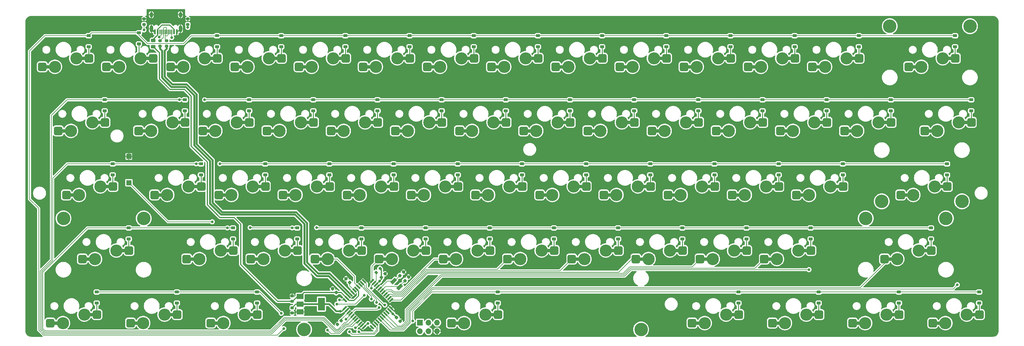
<source format=gbr>
%TF.GenerationSoftware,KiCad,Pcbnew,9.0.3*%
%TF.CreationDate,2025-08-02T20:14:01-05:00*%
%TF.ProjectId,my-keyboard,6d792d6b-6579-4626-9f61-72642e6b6963,1.0*%
%TF.SameCoordinates,Original*%
%TF.FileFunction,Copper,L2,Bot*%
%TF.FilePolarity,Positive*%
%FSLAX46Y46*%
G04 Gerber Fmt 4.6, Leading zero omitted, Abs format (unit mm)*
G04 Created by KiCad (PCBNEW 9.0.3) date 2025-08-02 20:14:01*
%MOMM*%
%LPD*%
G01*
G04 APERTURE LIST*
G04 Aperture macros list*
%AMRoundRect*
0 Rectangle with rounded corners*
0 $1 Rounding radius*
0 $2 $3 $4 $5 $6 $7 $8 $9 X,Y pos of 4 corners*
0 Add a 4 corners polygon primitive as box body*
4,1,4,$2,$3,$4,$5,$6,$7,$8,$9,$2,$3,0*
0 Add four circle primitives for the rounded corners*
1,1,$1+$1,$2,$3*
1,1,$1+$1,$4,$5*
1,1,$1+$1,$6,$7*
1,1,$1+$1,$8,$9*
0 Add four rect primitives between the rounded corners*
20,1,$1+$1,$2,$3,$4,$5,0*
20,1,$1+$1,$4,$5,$6,$7,0*
20,1,$1+$1,$6,$7,$8,$9,0*
20,1,$1+$1,$8,$9,$2,$3,0*%
%AMRotRect*
0 Rectangle, with rotation*
0 The origin of the aperture is its center*
0 $1 length*
0 $2 width*
0 $3 Rotation angle, in degrees counterclockwise*
0 Add horizontal line*
21,1,$1,$2,0,0,$3*%
G04 Aperture macros list end*
%TA.AperFunction,SMDPad,CuDef*%
%ADD10RoundRect,0.500000X-0.750000X-0.775000X0.750000X-0.775000X0.750000X0.775000X-0.750000X0.775000X0*%
%TD*%
%TA.AperFunction,SMDPad,CuDef*%
%ADD11R,3.000000X1.000000*%
%TD*%
%TA.AperFunction,ComponentPad*%
%ADD12C,3.600000*%
%TD*%
%TA.AperFunction,ComponentPad*%
%ADD13C,4.000000*%
%TD*%
%TA.AperFunction,SMDPad,CuDef*%
%ADD14RoundRect,0.225000X-0.375000X0.225000X-0.375000X-0.225000X0.375000X-0.225000X0.375000X0.225000X0*%
%TD*%
%TA.AperFunction,ComponentPad*%
%ADD15R,1.700000X1.700000*%
%TD*%
%TA.AperFunction,ComponentPad*%
%ADD16O,1.700000X1.700000*%
%TD*%
%TA.AperFunction,SMDPad,CuDef*%
%ADD17RoundRect,0.225000X-0.017678X0.335876X-0.335876X0.017678X0.017678X-0.335876X0.335876X-0.017678X0*%
%TD*%
%TA.AperFunction,SMDPad,CuDef*%
%ADD18RoundRect,0.225000X0.017678X-0.335876X0.335876X-0.017678X-0.017678X0.335876X-0.335876X0.017678X0*%
%TD*%
%TA.AperFunction,SMDPad,CuDef*%
%ADD19RoundRect,0.200000X0.275000X-0.200000X0.275000X0.200000X-0.275000X0.200000X-0.275000X-0.200000X0*%
%TD*%
%TA.AperFunction,SMDPad,CuDef*%
%ADD20RotRect,1.500000X0.550000X315.000000*%
%TD*%
%TA.AperFunction,SMDPad,CuDef*%
%ADD21RotRect,1.500000X0.550000X225.000000*%
%TD*%
%TA.AperFunction,SMDPad,CuDef*%
%ADD22RoundRect,0.200000X-0.053033X0.335876X-0.335876X0.053033X0.053033X-0.335876X0.335876X-0.053033X0*%
%TD*%
%TA.AperFunction,SMDPad,CuDef*%
%ADD23RoundRect,0.200000X-0.275000X0.200000X-0.275000X-0.200000X0.275000X-0.200000X0.275000X0.200000X0*%
%TD*%
%TA.AperFunction,SMDPad,CuDef*%
%ADD24RoundRect,0.225000X0.335876X0.017678X0.017678X0.335876X-0.335876X-0.017678X-0.017678X-0.335876X0*%
%TD*%
%TA.AperFunction,SMDPad,CuDef*%
%ADD25RoundRect,0.225000X-0.250000X0.225000X-0.250000X-0.225000X0.250000X-0.225000X0.250000X0.225000X0*%
%TD*%
%TA.AperFunction,SMDPad,CuDef*%
%ADD26RotRect,1.000000X1.800000X135.000000*%
%TD*%
%TA.AperFunction,SMDPad,CuDef*%
%ADD27RoundRect,0.243750X-0.456250X0.243750X-0.456250X-0.243750X0.456250X-0.243750X0.456250X0.243750X0*%
%TD*%
%TA.AperFunction,SMDPad,CuDef*%
%ADD28RoundRect,0.225000X0.250000X-0.225000X0.250000X0.225000X-0.250000X0.225000X-0.250000X-0.225000X0*%
%TD*%
%TA.AperFunction,SMDPad,CuDef*%
%ADD29R,1.500000X1.500000*%
%TD*%
%TA.AperFunction,SMDPad,CuDef*%
%ADD30R,0.600000X1.450000*%
%TD*%
%TA.AperFunction,SMDPad,CuDef*%
%ADD31R,0.300000X1.450000*%
%TD*%
%TA.AperFunction,ComponentPad*%
%ADD32O,1.000000X1.600000*%
%TD*%
%TA.AperFunction,ComponentPad*%
%ADD33O,1.000000X2.100000*%
%TD*%
%TA.AperFunction,SMDPad,CuDef*%
%ADD34R,2.000000X1.500000*%
%TD*%
%TA.AperFunction,SMDPad,CuDef*%
%ADD35R,2.000000X3.800000*%
%TD*%
%TA.AperFunction,SMDPad,CuDef*%
%ADD36RoundRect,0.225000X-0.335876X-0.017678X-0.017678X-0.335876X0.335876X0.017678X0.017678X0.335876X0*%
%TD*%
%TA.AperFunction,ViaPad*%
%ADD37C,0.800000*%
%TD*%
%TA.AperFunction,Conductor*%
%ADD38C,0.350000*%
%TD*%
%TA.AperFunction,Conductor*%
%ADD39C,0.500000*%
%TD*%
%TA.AperFunction,Conductor*%
%ADD40C,0.200000*%
%TD*%
%TA.AperFunction,Conductor*%
%ADD41C,0.250000*%
%TD*%
%TA.AperFunction,Conductor*%
%ADD42C,0.300000*%
%TD*%
%TA.AperFunction,Conductor*%
%ADD43C,0.600000*%
%TD*%
G04 APERTURE END LIST*
D10*
%TO.P,KEY4,1,1*%
%TO.N,COL_3*%
X62462500Y-17440000D03*
D11*
X64252500Y-17440000D03*
D12*
X66212500Y-17440000D03*
%TO.P,KEY4,2,2*%
%TO.N,Net-(D4-A)*%
X72562500Y-14900000D03*
D11*
X74752500Y-14900000D03*
D10*
X76312500Y-14900000D03*
%TD*%
D13*
%TO.P,S41,*%
%TO.N,*%
X278302500Y-57445000D03*
X254490000Y-57445000D03*
%TD*%
D10*
%TO.P,KEY16,1,1*%
%TO.N,COL_1*%
X33887500Y-36490000D03*
D11*
X35677500Y-36490000D03*
D12*
X37637500Y-36490000D03*
%TO.P,KEY16,2,2*%
%TO.N,Net-(D16-A)*%
X43987500Y-33950000D03*
D11*
X46177500Y-33950000D03*
D10*
X47737500Y-33950000D03*
%TD*%
%TO.P,KEY47,1,1*%
%TO.N,COL_6*%
X124375000Y-74590000D03*
D11*
X126165000Y-74590000D03*
D12*
X128125000Y-74590000D03*
%TO.P,KEY47,2,2*%
%TO.N,Net-(D47-A)*%
X134475000Y-72050000D03*
D11*
X136665000Y-72050000D03*
D10*
X138225000Y-72050000D03*
%TD*%
%TO.P,KEY45,1,1*%
%TO.N,COL_4*%
X86275000Y-74590000D03*
D11*
X88065000Y-74590000D03*
D12*
X90025000Y-74590000D03*
%TO.P,KEY45,2,2*%
%TO.N,Net-(D45-A)*%
X96375000Y-72050000D03*
D11*
X98565000Y-72050000D03*
D10*
X100125000Y-72050000D03*
%TD*%
%TO.P,KEY48,1,1*%
%TO.N,COL_7*%
X143425000Y-74590000D03*
D11*
X145215000Y-74590000D03*
D12*
X147175000Y-74590000D03*
%TO.P,KEY48,2,2*%
%TO.N,Net-(D48-A)*%
X153525000Y-72050000D03*
D11*
X155715000Y-72050000D03*
D10*
X157275000Y-72050000D03*
%TD*%
%TO.P,KEY59,1,1*%
%TO.N,COL_12*%
X222006250Y-93640000D03*
D11*
X223796250Y-93640000D03*
D12*
X225756250Y-93640000D03*
%TO.P,KEY59,2,2*%
%TO.N,Net-(D59-A)*%
X232106250Y-91100000D03*
D11*
X234296250Y-91100000D03*
D10*
X235856250Y-91100000D03*
%TD*%
%TO.P,KEY21,1,1*%
%TO.N,COL_6*%
X129137500Y-36490000D03*
D11*
X130927500Y-36490000D03*
D12*
X132887500Y-36490000D03*
%TO.P,KEY21,2,2*%
%TO.N,Net-(D21-A)*%
X139237500Y-33950000D03*
D11*
X141427500Y-33950000D03*
D10*
X142987500Y-33950000D03*
%TD*%
%TO.P,KEY58,1,1*%
%TO.N,COL_11*%
X198193750Y-93640000D03*
D11*
X199983750Y-93640000D03*
D12*
X201943750Y-93640000D03*
%TO.P,KEY58,2,2*%
%TO.N,Net-(D58-A)*%
X208293750Y-91100000D03*
D11*
X210483750Y-91100000D03*
D10*
X212043750Y-91100000D03*
%TD*%
%TO.P,KEY32,1,1*%
%TO.N,COL_4*%
X76750000Y-55540000D03*
D11*
X78540000Y-55540000D03*
D12*
X80500000Y-55540000D03*
%TO.P,KEY32,2,2*%
%TO.N,Net-(D32-A)*%
X86850000Y-53000000D03*
D11*
X89040000Y-53000000D03*
D10*
X90600000Y-53000000D03*
%TD*%
%TO.P,KEY6,1,1*%
%TO.N,COL_5*%
X100562500Y-17440000D03*
D11*
X102352500Y-17440000D03*
D12*
X104312500Y-17440000D03*
%TO.P,KEY6,2,2*%
%TO.N,Net-(D6-A)*%
X110662500Y-14900000D03*
D11*
X112852500Y-14900000D03*
D10*
X114412500Y-14900000D03*
%TD*%
%TO.P,KEY53,1,1*%
%TO.N,COL_13*%
X255343750Y-74590000D03*
D11*
X257133750Y-74590000D03*
D12*
X259093750Y-74590000D03*
%TO.P,KEY53,2,2*%
%TO.N,Net-(D53-A)*%
X265443750Y-72050000D03*
D11*
X267633750Y-72050000D03*
D10*
X269193750Y-72050000D03*
%TD*%
%TO.P,KEY26,1,1*%
%TO.N,COL_11*%
X224387500Y-36490000D03*
D11*
X226177500Y-36490000D03*
D12*
X228137500Y-36490000D03*
%TO.P,KEY26,2,2*%
%TO.N,Net-(D26-A)*%
X234487500Y-33950000D03*
D11*
X236677500Y-33950000D03*
D10*
X238237500Y-33950000D03*
%TD*%
%TO.P,KEY15,1,1*%
%TO.N,COL_0*%
X10075000Y-36490000D03*
D11*
X11865000Y-36490000D03*
D12*
X13825000Y-36490000D03*
%TO.P,KEY15,2,2*%
%TO.N,Net-(D15-A)*%
X20175000Y-33950000D03*
D11*
X22365000Y-33950000D03*
D10*
X23925000Y-33950000D03*
%TD*%
%TO.P,KEY55,1,1*%
%TO.N,COL_1*%
X31506250Y-93640000D03*
D11*
X33296250Y-93640000D03*
D12*
X35256250Y-93640000D03*
%TO.P,KEY55,2,2*%
%TO.N,Net-(D55-A)*%
X41606250Y-91100000D03*
D11*
X43796250Y-91100000D03*
D10*
X45356250Y-91100000D03*
%TD*%
%TO.P,KEY29,1,1*%
%TO.N,COL_0*%
X12456250Y-55540000D03*
D11*
X14246250Y-55540000D03*
D12*
X16206250Y-55540000D03*
%TO.P,KEY29,2,2*%
%TO.N,Net-(D29-A)*%
X22556250Y-53000000D03*
D11*
X24746250Y-53000000D03*
D10*
X26306250Y-53000000D03*
%TD*%
%TO.P,KEY46,1,1*%
%TO.N,COL_5*%
X105325000Y-74590000D03*
D11*
X107115000Y-74590000D03*
D12*
X109075000Y-74590000D03*
%TO.P,KEY46,2,2*%
%TO.N,Net-(D46-A)*%
X115425000Y-72050000D03*
D11*
X117615000Y-72050000D03*
D10*
X119175000Y-72050000D03*
%TD*%
%TO.P,KEY35,1,1*%
%TO.N,COL_7*%
X133900000Y-55540000D03*
D11*
X135690000Y-55540000D03*
D12*
X137650000Y-55540000D03*
%TO.P,KEY35,2,2*%
%TO.N,Net-(D35-A)*%
X144000000Y-53000000D03*
D11*
X146190000Y-53000000D03*
D10*
X147750000Y-53000000D03*
%TD*%
%TO.P,KEY31,1,1*%
%TO.N,COL_3*%
X57700000Y-55540000D03*
D11*
X59490000Y-55540000D03*
D12*
X61450000Y-55540000D03*
%TO.P,KEY31,2,2*%
%TO.N,Net-(D31-A)*%
X67800000Y-53000000D03*
D11*
X69990000Y-53000000D03*
D10*
X71550000Y-53000000D03*
%TD*%
%TO.P,KEY19,1,1*%
%TO.N,COL_4*%
X91037500Y-36490000D03*
D11*
X92827500Y-36490000D03*
D12*
X94787500Y-36490000D03*
%TO.P,KEY19,2,2*%
%TO.N,Net-(D19-A)*%
X101137500Y-33950000D03*
D11*
X103327500Y-33950000D03*
D10*
X104887500Y-33950000D03*
%TD*%
%TO.P,KEY8,1,1*%
%TO.N,COL_7*%
X138662500Y-17440000D03*
D11*
X140452500Y-17440000D03*
D12*
X142412500Y-17440000D03*
%TO.P,KEY8,2,2*%
%TO.N,Net-(D8-A)*%
X148762500Y-14900000D03*
D11*
X150952500Y-14900000D03*
D10*
X152512500Y-14900000D03*
%TD*%
%TO.P,KEY37,1,1*%
%TO.N,COL_9*%
X172000000Y-55540000D03*
D11*
X173790000Y-55540000D03*
D12*
X175750000Y-55540000D03*
%TO.P,KEY37,2,2*%
%TO.N,Net-(D37-A)*%
X182100000Y-53000000D03*
D11*
X184290000Y-53000000D03*
D10*
X185850000Y-53000000D03*
%TD*%
D13*
%TO.P,S57,*%
%TO.N,*%
X183052500Y-95545000D03*
X83040000Y-95545000D03*
%TD*%
D10*
%TO.P,KEY54,1,1*%
%TO.N,COL_0*%
X7693750Y-93640000D03*
D11*
X9483750Y-93640000D03*
D12*
X11443750Y-93640000D03*
%TO.P,KEY54,2,2*%
%TO.N,Net-(D54-A)*%
X17793750Y-91100000D03*
D11*
X19983750Y-91100000D03*
D10*
X21543750Y-91100000D03*
%TD*%
%TO.P,KEY23,1,1*%
%TO.N,COL_8*%
X167237500Y-36490000D03*
D11*
X169027500Y-36490000D03*
D12*
X170987500Y-36490000D03*
%TO.P,KEY23,2,2*%
%TO.N,Net-(D23-A)*%
X177337500Y-33950000D03*
D11*
X179527500Y-33950000D03*
D10*
X181087500Y-33950000D03*
%TD*%
%TO.P,KEY17,1,1*%
%TO.N,COL_2*%
X52937500Y-36490000D03*
D11*
X54727500Y-36490000D03*
D12*
X56687500Y-36490000D03*
%TO.P,KEY17,2,2*%
%TO.N,Net-(D17-A)*%
X63037500Y-33950000D03*
D11*
X65227500Y-33950000D03*
D10*
X66787500Y-33950000D03*
%TD*%
%TO.P,KEY7,1,1*%
%TO.N,COL_6*%
X119612500Y-17440000D03*
D11*
X121402500Y-17440000D03*
D12*
X123362500Y-17440000D03*
%TO.P,KEY7,2,2*%
%TO.N,Net-(D7-A)*%
X129712500Y-14900000D03*
D11*
X131902500Y-14900000D03*
D10*
X133462500Y-14900000D03*
%TD*%
%TO.P,KEY11,1,1*%
%TO.N,COL_10*%
X195812500Y-17440000D03*
D11*
X197602500Y-17440000D03*
D12*
X199562500Y-17440000D03*
%TO.P,KEY11,2,2*%
%TO.N,Net-(D11-A)*%
X205912500Y-14900000D03*
D11*
X208102500Y-14900000D03*
D10*
X209662500Y-14900000D03*
%TD*%
%TO.P,KEY60,1,1*%
%TO.N,COL_13*%
X245818750Y-93640000D03*
D11*
X247608750Y-93640000D03*
D12*
X249568750Y-93640000D03*
%TO.P,KEY60,2,2*%
%TO.N,Net-(D60-A)*%
X255918750Y-91100000D03*
D11*
X258108750Y-91100000D03*
D10*
X259668750Y-91100000D03*
%TD*%
%TO.P,KEY51,1,1*%
%TO.N,COL_10*%
X200575000Y-74590000D03*
D11*
X202365000Y-74590000D03*
D12*
X204325000Y-74590000D03*
%TO.P,KEY51,2,2*%
%TO.N,Net-(D51-A)*%
X210675000Y-72050000D03*
D11*
X212865000Y-72050000D03*
D10*
X214425000Y-72050000D03*
%TD*%
%TO.P,KEY25,1,1*%
%TO.N,COL_10*%
X205337500Y-36490000D03*
D11*
X207127500Y-36490000D03*
D12*
X209087500Y-36490000D03*
%TO.P,KEY25,2,2*%
%TO.N,Net-(D25-A)*%
X215437500Y-33950000D03*
D11*
X217627500Y-33950000D03*
D10*
X219187500Y-33950000D03*
%TD*%
%TO.P,KEY9,1,1*%
%TO.N,COL_8*%
X157712500Y-17440000D03*
D11*
X159502500Y-17440000D03*
D12*
X161462500Y-17440000D03*
%TO.P,KEY9,2,2*%
%TO.N,Net-(D9-A)*%
X167812500Y-14900000D03*
D11*
X170002500Y-14900000D03*
D10*
X171562500Y-14900000D03*
%TD*%
D13*
%TO.P,S42,*%
%TO.N,*%
X11602500Y-62525000D03*
X35415000Y-62525000D03*
%TD*%
D10*
%TO.P,KEY30,1,1*%
%TO.N,COL_2*%
X38650000Y-55540000D03*
D11*
X40440000Y-55540000D03*
D12*
X42400000Y-55540000D03*
%TO.P,KEY30,2,2*%
%TO.N,Net-(D30-A)*%
X48750000Y-53000000D03*
D11*
X50940000Y-53000000D03*
D10*
X52500000Y-53000000D03*
%TD*%
%TO.P,KEY42,1,1*%
%TO.N,COL_1*%
X17218750Y-74590000D03*
D11*
X19008750Y-74590000D03*
D12*
X20968750Y-74590000D03*
%TO.P,KEY42,2,2*%
%TO.N,Net-(D42-A)*%
X27318750Y-72050000D03*
D11*
X29508750Y-72050000D03*
D10*
X31068750Y-72050000D03*
%TD*%
%TO.P,KEY22,1,1*%
%TO.N,COL_7*%
X148187500Y-36490000D03*
D11*
X149977500Y-36490000D03*
D12*
X151937500Y-36490000D03*
%TO.P,KEY22,2,2*%
%TO.N,Net-(D22-A)*%
X158287500Y-33950000D03*
D11*
X160477500Y-33950000D03*
D10*
X162037500Y-33950000D03*
%TD*%
D13*
%TO.P,S53,*%
%TO.N,*%
X249727500Y-62525000D03*
X273540000Y-62525000D03*
%TD*%
D10*
%TO.P,KEY27,1,1*%
%TO.N,COL_12*%
X243437500Y-36490000D03*
D11*
X245227500Y-36490000D03*
D12*
X247187500Y-36490000D03*
%TO.P,KEY27,2,2*%
%TO.N,Net-(D27-A)*%
X253537500Y-33950000D03*
D11*
X255727500Y-33950000D03*
D10*
X257287500Y-33950000D03*
%TD*%
%TO.P,KEY33,1,1*%
%TO.N,COL_5*%
X95800000Y-55540000D03*
D11*
X97590000Y-55540000D03*
D12*
X99550000Y-55540000D03*
%TO.P,KEY33,2,2*%
%TO.N,Net-(D33-A)*%
X105900000Y-53000000D03*
D11*
X108090000Y-53000000D03*
D10*
X109650000Y-53000000D03*
%TD*%
%TO.P,KEY14,1,1*%
%TO.N,COL_14*%
X262487500Y-17440000D03*
D11*
X264277500Y-17440000D03*
D12*
X266237500Y-17440000D03*
%TO.P,KEY14,2,2*%
%TO.N,Net-(D14-A)*%
X272587500Y-14900000D03*
D11*
X274777500Y-14900000D03*
D10*
X276337500Y-14900000D03*
%TD*%
%TO.P,KEY41,1,1*%
%TO.N,COL_13*%
X260106250Y-55540000D03*
D11*
X261896250Y-55540000D03*
D12*
X263856250Y-55540000D03*
%TO.P,KEY41,2,2*%
%TO.N,Net-(D41-A)*%
X270206250Y-53000000D03*
D11*
X272396250Y-53000000D03*
D10*
X273956250Y-53000000D03*
%TD*%
%TO.P,KEY28,1,1*%
%TO.N,COL_13*%
X267250000Y-36490000D03*
D11*
X269040000Y-36490000D03*
D12*
X271000000Y-36490000D03*
%TO.P,KEY28,2,2*%
%TO.N,Net-(D28-A)*%
X277350000Y-33950000D03*
D11*
X279540000Y-33950000D03*
D10*
X281100000Y-33950000D03*
%TD*%
%TO.P,KEY18,1,1*%
%TO.N,COL_3*%
X71987500Y-36490000D03*
D11*
X73777500Y-36490000D03*
D12*
X75737500Y-36490000D03*
%TO.P,KEY18,2,2*%
%TO.N,Net-(D18-A)*%
X82087500Y-33950000D03*
D11*
X84277500Y-33950000D03*
D10*
X85837500Y-33950000D03*
%TD*%
%TO.P,KEY57,1,1*%
%TO.N,COL_7*%
X126756250Y-93640000D03*
D11*
X128546250Y-93640000D03*
D12*
X130506250Y-93640000D03*
%TO.P,KEY57,2,2*%
%TO.N,Net-(D57-A)*%
X136856250Y-91100000D03*
D11*
X139046250Y-91100000D03*
D10*
X140606250Y-91100000D03*
%TD*%
%TO.P,KEY61,1,1*%
%TO.N,COL_14*%
X269631250Y-93640000D03*
D11*
X271421250Y-93640000D03*
D12*
X273381250Y-93640000D03*
%TO.P,KEY61,2,2*%
%TO.N,Net-(D61-A)*%
X279731250Y-91100000D03*
D11*
X281921250Y-91100000D03*
D10*
X283481250Y-91100000D03*
%TD*%
%TO.P,KEY40,1,1*%
%TO.N,COL_12*%
X229150000Y-55540000D03*
D11*
X230940000Y-55540000D03*
D12*
X232900000Y-55540000D03*
%TO.P,KEY40,2,2*%
%TO.N,Net-(D40-A)*%
X239250000Y-53000000D03*
D11*
X241440000Y-53000000D03*
D10*
X243000000Y-53000000D03*
%TD*%
%TO.P,KEY5,1,1*%
%TO.N,COL_4*%
X81512500Y-17440000D03*
D11*
X83302500Y-17440000D03*
D12*
X85262500Y-17440000D03*
%TO.P,KEY5,2,2*%
%TO.N,Net-(D5-A)*%
X91612500Y-14900000D03*
D11*
X93802500Y-14900000D03*
D10*
X95362500Y-14900000D03*
%TD*%
D13*
%TO.P,S14,*%
%TO.N,*%
X256871250Y-5375000D03*
X280683750Y-5375000D03*
%TD*%
D10*
%TO.P,KEY3,1,1*%
%TO.N,COL_2*%
X43412500Y-17440000D03*
D11*
X45202500Y-17440000D03*
D12*
X47162500Y-17440000D03*
%TO.P,KEY3,2,2*%
%TO.N,Net-(D3-A)*%
X53512500Y-14900000D03*
D11*
X55702500Y-14900000D03*
D10*
X57262500Y-14900000D03*
%TD*%
%TO.P,KEY52,1,1*%
%TO.N,COL_11*%
X219625000Y-74590000D03*
D11*
X221415000Y-74590000D03*
D12*
X223375000Y-74590000D03*
%TO.P,KEY52,2,2*%
%TO.N,Net-(D52-A)*%
X229725000Y-72050000D03*
D11*
X231915000Y-72050000D03*
D10*
X233475000Y-72050000D03*
%TD*%
%TO.P,KEY56,1,1*%
%TO.N,COL_2*%
X55318750Y-93640000D03*
D11*
X57108750Y-93640000D03*
D12*
X59068750Y-93640000D03*
%TO.P,KEY56,2,2*%
%TO.N,Net-(D56-A)*%
X65418750Y-91100000D03*
D11*
X67608750Y-91100000D03*
D10*
X69168750Y-91100000D03*
%TD*%
%TO.P,KEY20,1,1*%
%TO.N,COL_5*%
X110087500Y-36490000D03*
D11*
X111877500Y-36490000D03*
D12*
X113837500Y-36490000D03*
%TO.P,KEY20,2,2*%
%TO.N,Net-(D20-A)*%
X120187500Y-33950000D03*
D11*
X122377500Y-33950000D03*
D10*
X123937500Y-33950000D03*
%TD*%
%TO.P,KEY12,1,1*%
%TO.N,COL_11*%
X214862500Y-17440000D03*
D11*
X216652500Y-17440000D03*
D12*
X218612500Y-17440000D03*
%TO.P,KEY12,2,2*%
%TO.N,Net-(D12-A)*%
X224962500Y-14900000D03*
D11*
X227152500Y-14900000D03*
D10*
X228712500Y-14900000D03*
%TD*%
%TO.P,KEY39,1,1*%
%TO.N,COL_11*%
X210100000Y-55540000D03*
D11*
X211890000Y-55540000D03*
D12*
X213850000Y-55540000D03*
%TO.P,KEY39,2,2*%
%TO.N,Net-(D39-A)*%
X220200000Y-53000000D03*
D11*
X222390000Y-53000000D03*
D10*
X223950000Y-53000000D03*
%TD*%
%TO.P,KEY1,1,1*%
%TO.N,COL_0*%
X5312500Y-17440000D03*
D11*
X7102500Y-17440000D03*
D12*
X9062500Y-17440000D03*
%TO.P,KEY1,2,2*%
%TO.N,Net-(D1-A)*%
X15412500Y-14900000D03*
D11*
X17602500Y-14900000D03*
D10*
X19162500Y-14900000D03*
%TD*%
%TO.P,KEY24,1,1*%
%TO.N,COL_9*%
X186287500Y-36490000D03*
D11*
X188077500Y-36490000D03*
D12*
X190037500Y-36490000D03*
%TO.P,KEY24,2,2*%
%TO.N,Net-(D24-A)*%
X196387500Y-33950000D03*
D11*
X198577500Y-33950000D03*
D10*
X200137500Y-33950000D03*
%TD*%
%TO.P,KEY43,1,1*%
%TO.N,COL_2*%
X48175000Y-74590000D03*
D11*
X49965000Y-74590000D03*
D12*
X51925000Y-74590000D03*
%TO.P,KEY43,2,2*%
%TO.N,Net-(D43-A)*%
X58275000Y-72050000D03*
D11*
X60465000Y-72050000D03*
D10*
X62025000Y-72050000D03*
%TD*%
%TO.P,KEY50,1,1*%
%TO.N,COL_9*%
X181525000Y-74590000D03*
D11*
X183315000Y-74590000D03*
D12*
X185275000Y-74590000D03*
%TO.P,KEY50,2,2*%
%TO.N,Net-(D50-A)*%
X191625000Y-72050000D03*
D11*
X193815000Y-72050000D03*
D10*
X195375000Y-72050000D03*
%TD*%
%TO.P,KEY13,1,1*%
%TO.N,COL_12*%
X233912500Y-17440000D03*
D11*
X235702500Y-17440000D03*
D12*
X237662500Y-17440000D03*
%TO.P,KEY13,2,2*%
%TO.N,Net-(D13-A)*%
X244012500Y-14900000D03*
D11*
X246202500Y-14900000D03*
D10*
X247762500Y-14900000D03*
%TD*%
%TO.P,KEY10,1,1*%
%TO.N,COL_9*%
X176762500Y-17440000D03*
D11*
X178552500Y-17440000D03*
D12*
X180512500Y-17440000D03*
%TO.P,KEY10,2,2*%
%TO.N,Net-(D10-A)*%
X186862500Y-14900000D03*
D11*
X189052500Y-14900000D03*
D10*
X190612500Y-14900000D03*
%TD*%
%TO.P,KEY49,1,1*%
%TO.N,COL_8*%
X162475000Y-74590000D03*
D11*
X164265000Y-74590000D03*
D12*
X166225000Y-74590000D03*
%TO.P,KEY49,2,2*%
%TO.N,Net-(D49-A)*%
X172575000Y-72050000D03*
D11*
X174765000Y-72050000D03*
D10*
X176325000Y-72050000D03*
%TD*%
%TO.P,KEY2,1,1*%
%TO.N,COL_1*%
X24362500Y-17440000D03*
D11*
X26152500Y-17440000D03*
D12*
X28112500Y-17440000D03*
%TO.P,KEY2,2,2*%
%TO.N,Net-(D2-A)*%
X34462500Y-14900000D03*
D11*
X36652500Y-14900000D03*
D10*
X38212500Y-14900000D03*
%TD*%
%TO.P,KEY38,1,1*%
%TO.N,COL_10*%
X191050000Y-55540000D03*
D11*
X192840000Y-55540000D03*
D12*
X194800000Y-55540000D03*
%TO.P,KEY38,2,2*%
%TO.N,Net-(D38-A)*%
X201150000Y-53000000D03*
D11*
X203340000Y-53000000D03*
D10*
X204900000Y-53000000D03*
%TD*%
%TO.P,KEY44,1,1*%
%TO.N,COL_3*%
X67225000Y-74590000D03*
D11*
X69015000Y-74590000D03*
D12*
X70975000Y-74590000D03*
%TO.P,KEY44,2,2*%
%TO.N,Net-(D44-A)*%
X77325000Y-72050000D03*
D11*
X79515000Y-72050000D03*
D10*
X81075000Y-72050000D03*
%TD*%
%TO.P,KEY34,1,1*%
%TO.N,COL_6*%
X114850000Y-55540000D03*
D11*
X116640000Y-55540000D03*
D12*
X118600000Y-55540000D03*
%TO.P,KEY34,2,2*%
%TO.N,Net-(D34-A)*%
X124950000Y-53000000D03*
D11*
X127140000Y-53000000D03*
D10*
X128700000Y-53000000D03*
%TD*%
%TO.P,KEY36,1,1*%
%TO.N,COL_8*%
X152950000Y-55540000D03*
D11*
X154740000Y-55540000D03*
D12*
X156700000Y-55540000D03*
%TO.P,KEY36,2,2*%
%TO.N,Net-(D36-A)*%
X163050000Y-53000000D03*
D11*
X165240000Y-53000000D03*
D10*
X166800000Y-53000000D03*
%TD*%
D14*
%TO.P,D26,1,K*%
%TO.N,ROW_1*%
X238152500Y-27235000D03*
%TO.P,D26,2,A*%
%TO.N,Net-(D26-A)*%
X238152500Y-30535000D03*
%TD*%
%TO.P,D24,1,K*%
%TO.N,ROW_1*%
X200052500Y-27235000D03*
%TO.P,D24,2,A*%
%TO.N,Net-(D24-A)*%
X200052500Y-30535000D03*
%TD*%
%TO.P,D55,1,K*%
%TO.N,ROW_4*%
X45271250Y-84385000D03*
%TO.P,D55,2,A*%
%TO.N,Net-(D55-A)*%
X45271250Y-87685000D03*
%TD*%
%TO.P,D28,1,K*%
%TO.N,ROW_1*%
X281015000Y-27235000D03*
%TO.P,D28,2,A*%
%TO.N,Net-(D28-A)*%
X281015000Y-30535000D03*
%TD*%
%TO.P,D38,1,K*%
%TO.N,ROW_2*%
X204815000Y-46285000D03*
%TO.P,D38,2,A*%
%TO.N,Net-(D38-A)*%
X204815000Y-49585000D03*
%TD*%
D15*
%TO.P,J2,1,Pin_1*%
%TO.N,/MISO*%
X117420000Y-93500000D03*
D16*
%TO.P,J2,2,Pin_2*%
%TO.N,+3.3V*%
X117420000Y-96040000D03*
%TO.P,J2,3,Pin_3*%
%TO.N,/SCLK*%
X119960000Y-93500000D03*
%TO.P,J2,4,Pin_4*%
%TO.N,/MOSI*%
X119960000Y-96040000D03*
%TO.P,J2,5,Pin_5*%
%TO.N,/RESET*%
X122500000Y-93500000D03*
%TO.P,J2,6,Pin_6*%
%TO.N,GND*%
X122500000Y-96040000D03*
%TD*%
D14*
%TO.P,D18,1,K*%
%TO.N,ROW_1*%
X85752500Y-27235000D03*
%TO.P,D18,2,A*%
%TO.N,Net-(D18-A)*%
X85752500Y-30535000D03*
%TD*%
%TO.P,D51,1,K*%
%TO.N,ROW_3*%
X214340000Y-65335000D03*
%TO.P,D51,2,A*%
%TO.N,Net-(D51-A)*%
X214340000Y-68635000D03*
%TD*%
%TO.P,D10,1,K*%
%TO.N,ROW_0*%
X190527500Y-8185000D03*
%TO.P,D10,2,A*%
%TO.N,Net-(D10-A)*%
X190527500Y-11485000D03*
%TD*%
%TO.P,D45,1,K*%
%TO.N,ROW_3*%
X100040000Y-65335000D03*
%TO.P,D45,2,A*%
%TO.N,Net-(D45-A)*%
X100040000Y-68635000D03*
%TD*%
%TO.P,D8,1,K*%
%TO.N,ROW_0*%
X152427500Y-8185000D03*
%TO.P,D8,2,A*%
%TO.N,Net-(D8-A)*%
X152427500Y-11485000D03*
%TD*%
D17*
%TO.P,C5,1*%
%TO.N,GND*%
X112548008Y-78451992D03*
%TO.P,C5,2*%
%TO.N,Net-(U1-XTAL2)*%
X111451992Y-79548008D03*
%TD*%
D14*
%TO.P,D49,1,K*%
%TO.N,ROW_3*%
X176240000Y-65335000D03*
%TO.P,D49,2,A*%
%TO.N,Net-(D49-A)*%
X176240000Y-68635000D03*
%TD*%
%TO.P,D1,1,K*%
%TO.N,ROW_0*%
X19077500Y-8185000D03*
%TO.P,D1,2,A*%
%TO.N,Net-(D1-A)*%
X19077500Y-11485000D03*
%TD*%
%TO.P,D4,1,K*%
%TO.N,ROW_0*%
X76227500Y-8185000D03*
%TO.P,D4,2,A*%
%TO.N,Net-(D4-A)*%
X76227500Y-11485000D03*
%TD*%
D18*
%TO.P,C2,1*%
%TO.N,+3.3V*%
X105951992Y-80048008D03*
%TO.P,C2,2*%
%TO.N,GND*%
X107048008Y-78951992D03*
%TD*%
D19*
%TO.P,R3,1*%
%TO.N,USB_D-*%
X40250000Y-11325000D03*
%TO.P,R3,2*%
%TO.N,Net-(J1-D--PadA7)*%
X40250000Y-9675000D03*
%TD*%
D14*
%TO.P,D2,1,K*%
%TO.N,ROW_0*%
X34000000Y-7350000D03*
%TO.P,D2,2,A*%
%TO.N,Net-(D2-A)*%
X34000000Y-10650000D03*
%TD*%
%TO.P,D61,1,K*%
%TO.N,ROW_4*%
X283396250Y-84385000D03*
%TO.P,D61,2,A*%
%TO.N,Net-(D61-A)*%
X283396250Y-87685000D03*
%TD*%
%TO.P,D46,1,K*%
%TO.N,ROW_3*%
X119090000Y-65335000D03*
%TO.P,D46,2,A*%
%TO.N,Net-(D46-A)*%
X119090000Y-68635000D03*
%TD*%
%TO.P,D3,1,K*%
%TO.N,ROW_0*%
X57177500Y-8185000D03*
%TO.P,D3,2,A*%
%TO.N,Net-(D3-A)*%
X57177500Y-11485000D03*
%TD*%
D17*
%TO.P,C6,1*%
%TO.N,Net-(U1-AREF)*%
X94048008Y-92951992D03*
%TO.P,C6,2*%
%TO.N,GND*%
X92951992Y-94048008D03*
%TD*%
D19*
%TO.P,R1,1*%
%TO.N,Net-(J1-CC1)*%
X35500000Y-4825000D03*
%TO.P,R1,2*%
%TO.N,GND*%
X35500000Y-3175000D03*
%TD*%
D14*
%TO.P,D23,1,K*%
%TO.N,ROW_1*%
X181002500Y-27235000D03*
%TO.P,D23,2,A*%
%TO.N,Net-(D23-A)*%
X181002500Y-30535000D03*
%TD*%
%TO.P,D32,1,K*%
%TO.N,ROW_2*%
X90515000Y-46285000D03*
%TO.P,D32,2,A*%
%TO.N,Net-(D32-A)*%
X90515000Y-49585000D03*
%TD*%
%TO.P,D17,1,K*%
%TO.N,ROW_1*%
X66702500Y-27235000D03*
%TO.P,D17,2,A*%
%TO.N,Net-(D17-A)*%
X66702500Y-30535000D03*
%TD*%
%TO.P,D39,1,K*%
%TO.N,ROW_2*%
X223865000Y-46285000D03*
%TO.P,D39,2,A*%
%TO.N,Net-(D39-A)*%
X223865000Y-49585000D03*
%TD*%
D20*
%TO.P,U1,1,PE6*%
%TO.N,COL_3*%
X95141064Y-86797918D03*
%TO.P,U1,2,UVCC*%
%TO.N,+5V*%
X95706750Y-86232233D03*
%TO.P,U1,3,D-*%
%TO.N,USB_D-*%
X96272435Y-85666548D03*
%TO.P,U1,4,D+*%
%TO.N,USB_D+*%
X96838120Y-85100862D03*
%TO.P,U1,5,UGND*%
%TO.N,GND*%
X97403806Y-84535177D03*
%TO.P,U1,6,UCAP*%
%TO.N,Net-(U1-UCAP)*%
X97969491Y-83969491D03*
%TO.P,U1,7,VBUS*%
%TO.N,+5V*%
X98535177Y-83403806D03*
%TO.P,U1,8,PB0*%
%TO.N,COL_4*%
X99100862Y-82838120D03*
%TO.P,U1,9,PB1*%
%TO.N,/SCLK*%
X99666548Y-82272435D03*
%TO.P,U1,10,PB2*%
%TO.N,/MOSI*%
X100232233Y-81706750D03*
%TO.P,U1,11,PB3*%
%TO.N,/MISO*%
X100797918Y-81141064D03*
D21*
%TO.P,U1,12,PB7*%
%TO.N,COL_5*%
X103202082Y-81141064D03*
%TO.P,U1,13,~{RESET}*%
%TO.N,/RESET*%
X103767767Y-81706750D03*
%TO.P,U1,14,VCC*%
%TO.N,+3.3V*%
X104333452Y-82272435D03*
%TO.P,U1,15,GND*%
%TO.N,GND*%
X104899138Y-82838120D03*
%TO.P,U1,16,XTAL2*%
%TO.N,Net-(U1-XTAL2)*%
X105464823Y-83403806D03*
%TO.P,U1,17,XTAL1*%
%TO.N,Net-(U1-XTAL1)*%
X106030509Y-83969491D03*
%TO.P,U1,18,PD0*%
%TO.N,COL_6*%
X106596194Y-84535177D03*
%TO.P,U1,19,PD1*%
%TO.N,COL_7*%
X107161880Y-85100862D03*
%TO.P,U1,20,PD2*%
%TO.N,COL_8*%
X107727565Y-85666548D03*
%TO.P,U1,21,PD3*%
%TO.N,COL_9*%
X108293250Y-86232233D03*
%TO.P,U1,22,PD5*%
%TO.N,COL_10*%
X108858936Y-86797918D03*
D20*
%TO.P,U1,23,GND*%
%TO.N,GND*%
X108858936Y-89202082D03*
%TO.P,U1,24,AVCC*%
%TO.N,+3.3V*%
X108293250Y-89767767D03*
%TO.P,U1,25,PD4*%
%TO.N,unconnected-(U1-PD4-Pad25)*%
X107727565Y-90333452D03*
%TO.P,U1,26,PD6*%
%TO.N,COL_11*%
X107161880Y-90899138D03*
%TO.P,U1,27,PD7*%
%TO.N,COL_12*%
X106596194Y-91464823D03*
%TO.P,U1,28,PB4*%
%TO.N,COL_13*%
X106030509Y-92030509D03*
%TO.P,U1,29,PB5*%
%TO.N,COL_14*%
X105464823Y-92596194D03*
%TO.P,U1,30,PB6*%
%TO.N,unconnected-(U1-PB6-Pad30)*%
X104899138Y-93161880D03*
%TO.P,U1,31,PC6*%
%TO.N,COL_0*%
X104333452Y-93727565D03*
%TO.P,U1,32,PC7*%
%TO.N,COL_1*%
X103767767Y-94293250D03*
%TO.P,U1,33,~{HWB}/PE2*%
%TO.N,GND*%
X103202082Y-94858936D03*
D21*
%TO.P,U1,34,VCC*%
%TO.N,+3.3V*%
X100797918Y-94858936D03*
%TO.P,U1,35,GND*%
%TO.N,GND*%
X100232233Y-94293250D03*
%TO.P,U1,36,PF7*%
%TO.N,COL_2*%
X99666548Y-93727565D03*
%TO.P,U1,37,PF6*%
%TO.N,ROW_0*%
X99100862Y-93161880D03*
%TO.P,U1,38,PF5*%
%TO.N,ROW_1*%
X98535177Y-92596194D03*
%TO.P,U1,39,PF4*%
%TO.N,ROW_2*%
X97969491Y-92030509D03*
%TO.P,U1,40,PF1*%
%TO.N,ROW_3*%
X97403806Y-91464823D03*
%TO.P,U1,41,PF0*%
%TO.N,ROW_4*%
X96838120Y-90899138D03*
%TO.P,U1,42,AREF*%
%TO.N,Net-(U1-AREF)*%
X96272435Y-90333452D03*
%TO.P,U1,43,GND*%
%TO.N,GND*%
X95706750Y-89767767D03*
%TO.P,U1,44,AVCC*%
%TO.N,+3.3V*%
X95141064Y-89202082D03*
%TD*%
D14*
%TO.P,D11,1,K*%
%TO.N,ROW_0*%
X209577500Y-8185000D03*
%TO.P,D11,2,A*%
%TO.N,Net-(D11-A)*%
X209577500Y-11485000D03*
%TD*%
%TO.P,D58,1,K*%
%TO.N,ROW_4*%
X211958750Y-84385000D03*
%TO.P,D58,2,A*%
%TO.N,Net-(D58-A)*%
X211958750Y-87685000D03*
%TD*%
D22*
%TO.P,R5,1*%
%TO.N,+3.3V*%
X105583363Y-77416637D03*
%TO.P,R5,2*%
%TO.N,/RESET*%
X104416637Y-78583363D03*
%TD*%
D14*
%TO.P,D30,1,K*%
%TO.N,ROW_2*%
X52415000Y-46285000D03*
%TO.P,D30,2,A*%
%TO.N,Net-(D30-A)*%
X52415000Y-49585000D03*
%TD*%
%TO.P,D43,1,K*%
%TO.N,ROW_3*%
X61940000Y-65335000D03*
%TO.P,D43,2,A*%
%TO.N,Net-(D43-A)*%
X61940000Y-68635000D03*
%TD*%
%TO.P,D48,1,K*%
%TO.N,ROW_3*%
X157190000Y-65335000D03*
%TO.P,D48,2,A*%
%TO.N,Net-(D48-A)*%
X157190000Y-68635000D03*
%TD*%
%TO.P,D57,1,K*%
%TO.N,ROW_4*%
X140521250Y-84385000D03*
%TO.P,D57,2,A*%
%TO.N,Net-(D57-A)*%
X140521250Y-87685000D03*
%TD*%
%TO.P,D52,1,K*%
%TO.N,ROW_3*%
X233390000Y-65335000D03*
%TO.P,D52,2,A*%
%TO.N,Net-(D52-A)*%
X233390000Y-68635000D03*
%TD*%
%TO.P,D29,1,K*%
%TO.N,ROW_2*%
X26221250Y-46285000D03*
%TO.P,D29,2,A*%
%TO.N,Net-(D29-A)*%
X26221250Y-49585000D03*
%TD*%
%TO.P,D16,1,K*%
%TO.N,ROW_1*%
X47652500Y-27235000D03*
%TO.P,D16,2,A*%
%TO.N,Net-(D16-A)*%
X47652500Y-30535000D03*
%TD*%
D23*
%TO.P,R2,1*%
%TO.N,GND*%
X48500000Y-3175000D03*
%TO.P,R2,2*%
%TO.N,Net-(J1-CC2)*%
X48500000Y-4825000D03*
%TD*%
D24*
%TO.P,C7,1*%
%TO.N,Net-(U1-UCAP)*%
X96548008Y-81548008D03*
%TO.P,C7,2*%
%TO.N,GND*%
X95451992Y-80451992D03*
%TD*%
D17*
%TO.P,C4,1*%
%TO.N,GND*%
X114048008Y-79951992D03*
%TO.P,C4,2*%
%TO.N,Net-(U1-XTAL1)*%
X112951992Y-81048008D03*
%TD*%
D14*
%TO.P,D60,1,K*%
%TO.N,ROW_4*%
X259583750Y-84385000D03*
%TO.P,D60,2,A*%
%TO.N,Net-(D60-A)*%
X259583750Y-87685000D03*
%TD*%
%TO.P,D7,1,K*%
%TO.N,ROW_0*%
X133377500Y-8185000D03*
%TO.P,D7,2,A*%
%TO.N,Net-(D7-A)*%
X133377500Y-11485000D03*
%TD*%
%TO.P,D44,1,K*%
%TO.N,ROW_3*%
X80990000Y-65335000D03*
%TO.P,D44,2,A*%
%TO.N,Net-(D44-A)*%
X80990000Y-68635000D03*
%TD*%
%TO.P,D40,1,K*%
%TO.N,ROW_2*%
X242915000Y-46285000D03*
%TO.P,D40,2,A*%
%TO.N,Net-(D40-A)*%
X242915000Y-49585000D03*
%TD*%
%TO.P,D53,1,K*%
%TO.N,ROW_3*%
X269108750Y-65335000D03*
%TO.P,D53,2,A*%
%TO.N,Net-(D53-A)*%
X269108750Y-68635000D03*
%TD*%
D25*
%TO.P,C9,1*%
%TO.N,+3.3V*%
X79500000Y-89075000D03*
%TO.P,C9,2*%
%TO.N,GND*%
X79500000Y-90625000D03*
%TD*%
D14*
%TO.P,D36,1,K*%
%TO.N,ROW_2*%
X166715000Y-46285000D03*
%TO.P,D36,2,A*%
%TO.N,Net-(D36-A)*%
X166715000Y-49585000D03*
%TD*%
%TO.P,D9,1,K*%
%TO.N,ROW_0*%
X171477500Y-8185000D03*
%TO.P,D9,2,A*%
%TO.N,Net-(D9-A)*%
X171477500Y-11485000D03*
%TD*%
D26*
%TO.P,Y1,1,1*%
%TO.N,Net-(U1-XTAL2)*%
X109616117Y-81116117D03*
%TO.P,Y1,2,2*%
%TO.N,Net-(U1-XTAL1)*%
X111383883Y-82883883D03*
%TD*%
D27*
%TO.P,F1,1*%
%TO.N,Net-(F1-Pad1)*%
X38250000Y-9562500D03*
%TO.P,F1,2*%
%TO.N,+5V*%
X38250000Y-11437500D03*
%TD*%
D28*
%TO.P,C8,1*%
%TO.N,+5V*%
X79500000Y-87125000D03*
%TO.P,C8,2*%
%TO.N,GND*%
X79500000Y-85575000D03*
%TD*%
D14*
%TO.P,D27,1,K*%
%TO.N,ROW_1*%
X257202500Y-27235000D03*
%TO.P,D27,2,A*%
%TO.N,Net-(D27-A)*%
X257202500Y-30535000D03*
%TD*%
%TO.P,D41,1,K*%
%TO.N,ROW_2*%
X273871250Y-46285000D03*
%TO.P,D41,2,A*%
%TO.N,Net-(D41-A)*%
X273871250Y-49585000D03*
%TD*%
D29*
%TO.P,SW1,1,1*%
%TO.N,GND*%
X31000000Y-44100000D03*
%TO.P,SW1,2,2*%
%TO.N,/RESET*%
X31000000Y-51900000D03*
%TD*%
D30*
%TO.P,J1,A1,GND*%
%TO.N,GND*%
X38750000Y-7045000D03*
%TO.P,J1,A4,VBUS*%
%TO.N,Net-(F1-Pad1)*%
X39550000Y-7045000D03*
D31*
%TO.P,J1,A5,CC1*%
%TO.N,Net-(J1-CC1)*%
X40750000Y-7045000D03*
%TO.P,J1,A6,D+*%
%TO.N,Net-(J1-D+-PadA6)*%
X41750000Y-7045000D03*
%TO.P,J1,A7,D-*%
%TO.N,Net-(J1-D--PadA7)*%
X42250000Y-7045000D03*
%TO.P,J1,A8,SBU1*%
%TO.N,unconnected-(J1-SBU1-PadA8)*%
X43250000Y-7045000D03*
D30*
%TO.P,J1,A9,VBUS*%
%TO.N,Net-(F1-Pad1)*%
X44450000Y-7045000D03*
%TO.P,J1,A12,GND*%
%TO.N,GND*%
X45250000Y-7045000D03*
%TO.P,J1,B1,GND*%
X45250000Y-7045000D03*
%TO.P,J1,B4,VBUS*%
%TO.N,Net-(F1-Pad1)*%
X44450000Y-7045000D03*
D31*
%TO.P,J1,B5,CC2*%
%TO.N,Net-(J1-CC2)*%
X43750000Y-7045000D03*
%TO.P,J1,B6,D+*%
%TO.N,Net-(J1-D+-PadA6)*%
X42750000Y-7045000D03*
%TO.P,J1,B7,D-*%
%TO.N,Net-(J1-D--PadA7)*%
X41250000Y-7045000D03*
%TO.P,J1,B8,SBU2*%
%TO.N,unconnected-(J1-SBU2-PadB8)*%
X40250000Y-7045000D03*
D30*
%TO.P,J1,B9,VBUS*%
%TO.N,Net-(F1-Pad1)*%
X39550000Y-7045000D03*
%TO.P,J1,B12,GND*%
%TO.N,GND*%
X38750000Y-7045000D03*
D32*
%TO.P,J1,S1,SHIELD*%
X37680000Y-1950000D03*
D33*
X37680000Y-6130000D03*
D32*
X46320000Y-1950000D03*
D33*
X46320000Y-6130000D03*
%TD*%
D14*
%TO.P,D15,1,K*%
%TO.N,ROW_1*%
X23840000Y-27235000D03*
%TO.P,D15,2,A*%
%TO.N,Net-(D15-A)*%
X23840000Y-30535000D03*
%TD*%
%TO.P,D42,1,K*%
%TO.N,ROW_3*%
X30983750Y-65335000D03*
%TO.P,D42,2,A*%
%TO.N,Net-(D42-A)*%
X30983750Y-68635000D03*
%TD*%
%TO.P,D25,1,K*%
%TO.N,ROW_1*%
X219102500Y-27235000D03*
%TO.P,D25,2,A*%
%TO.N,Net-(D25-A)*%
X219102500Y-30535000D03*
%TD*%
%TO.P,D54,1,K*%
%TO.N,ROW_4*%
X21458750Y-84385000D03*
%TO.P,D54,2,A*%
%TO.N,Net-(D54-A)*%
X21458750Y-87685000D03*
%TD*%
D24*
%TO.P,C1,1*%
%TO.N,+5V*%
X92548008Y-84548008D03*
%TO.P,C1,2*%
%TO.N,GND*%
X91451992Y-83451992D03*
%TD*%
D14*
%TO.P,D19,1,K*%
%TO.N,ROW_1*%
X104802500Y-27235000D03*
%TO.P,D19,2,A*%
%TO.N,Net-(D19-A)*%
X104802500Y-30535000D03*
%TD*%
D19*
%TO.P,R4,1*%
%TO.N,USB_D+*%
X42250000Y-11325000D03*
%TO.P,R4,2*%
%TO.N,Net-(J1-D+-PadA6)*%
X42250000Y-9675000D03*
%TD*%
D14*
%TO.P,D50,1,K*%
%TO.N,ROW_3*%
X195290000Y-65335000D03*
%TO.P,D50,2,A*%
%TO.N,Net-(D50-A)*%
X195290000Y-68635000D03*
%TD*%
%TO.P,D20,1,K*%
%TO.N,ROW_1*%
X123852500Y-27235000D03*
%TO.P,D20,2,A*%
%TO.N,Net-(D20-A)*%
X123852500Y-30535000D03*
%TD*%
%TO.P,D12,1,K*%
%TO.N,ROW_0*%
X228627500Y-8185000D03*
%TO.P,D12,2,A*%
%TO.N,Net-(D12-A)*%
X228627500Y-11485000D03*
%TD*%
%TO.P,D35,1,K*%
%TO.N,ROW_2*%
X147665000Y-46285000D03*
%TO.P,D35,2,A*%
%TO.N,Net-(D35-A)*%
X147665000Y-49585000D03*
%TD*%
%TO.P,D56,1,K*%
%TO.N,ROW_4*%
X69083750Y-84385000D03*
%TO.P,D56,2,A*%
%TO.N,Net-(D56-A)*%
X69083750Y-87685000D03*
%TD*%
%TO.P,D5,1,K*%
%TO.N,ROW_0*%
X95277500Y-8185000D03*
%TO.P,D5,2,A*%
%TO.N,Net-(D5-A)*%
X95277500Y-11485000D03*
%TD*%
%TO.P,D22,1,K*%
%TO.N,ROW_1*%
X161952500Y-27235000D03*
%TO.P,D22,2,A*%
%TO.N,Net-(D22-A)*%
X161952500Y-30535000D03*
%TD*%
%TO.P,D34,1,K*%
%TO.N,ROW_2*%
X128615000Y-46285000D03*
%TO.P,D34,2,A*%
%TO.N,Net-(D34-A)*%
X128615000Y-49585000D03*
%TD*%
%TO.P,D14,1,K*%
%TO.N,ROW_0*%
X276252500Y-8185000D03*
%TO.P,D14,2,A*%
%TO.N,Net-(D14-A)*%
X276252500Y-11485000D03*
%TD*%
%TO.P,D6,1,K*%
%TO.N,ROW_0*%
X114327500Y-8185000D03*
%TO.P,D6,2,A*%
%TO.N,Net-(D6-A)*%
X114327500Y-11485000D03*
%TD*%
D34*
%TO.P,U2,1,GND*%
%TO.N,GND*%
X81850000Y-90300000D03*
%TO.P,U2,2,VO*%
%TO.N,+3.3V*%
X81850000Y-88000000D03*
D35*
X88150000Y-88000000D03*
D34*
%TO.P,U2,3,VI*%
%TO.N,+5V*%
X81850000Y-85700000D03*
%TD*%
D14*
%TO.P,D21,1,K*%
%TO.N,ROW_1*%
X142902500Y-27235000D03*
%TO.P,D21,2,A*%
%TO.N,Net-(D21-A)*%
X142902500Y-30535000D03*
%TD*%
D36*
%TO.P,C3,1*%
%TO.N,+3.3V*%
X110451992Y-91951992D03*
%TO.P,C3,2*%
%TO.N,GND*%
X111548008Y-93048008D03*
%TD*%
D14*
%TO.P,D13,1,K*%
%TO.N,ROW_0*%
X247677500Y-8185000D03*
%TO.P,D13,2,A*%
%TO.N,Net-(D13-A)*%
X247677500Y-11485000D03*
%TD*%
%TO.P,D31,1,K*%
%TO.N,ROW_2*%
X71465000Y-46285000D03*
%TO.P,D31,2,A*%
%TO.N,Net-(D31-A)*%
X71465000Y-49585000D03*
%TD*%
%TO.P,D33,1,K*%
%TO.N,ROW_2*%
X109565000Y-46285000D03*
%TO.P,D33,2,A*%
%TO.N,Net-(D33-A)*%
X109565000Y-49585000D03*
%TD*%
%TO.P,D47,1,K*%
%TO.N,ROW_3*%
X138140000Y-65335000D03*
%TO.P,D47,2,A*%
%TO.N,Net-(D47-A)*%
X138140000Y-68635000D03*
%TD*%
%TO.P,D59,1,K*%
%TO.N,ROW_4*%
X235771250Y-84385000D03*
%TO.P,D59,2,A*%
%TO.N,Net-(D59-A)*%
X235771250Y-87685000D03*
%TD*%
%TO.P,D37,1,K*%
%TO.N,ROW_2*%
X185765000Y-46285000D03*
%TO.P,D37,2,A*%
%TO.N,Net-(D37-A)*%
X185765000Y-49585000D03*
%TD*%
D37*
%TO.N,GND*%
X92000000Y-93250000D03*
X77750000Y-88500000D03*
X103000000Y-90750000D03*
X125250000Y-97000000D03*
X90000000Y-91000000D03*
X84000000Y-91000000D03*
X31000000Y-42500000D03*
X102000000Y-80000000D03*
X102000000Y-95750000D03*
X113500000Y-77500000D03*
X86000000Y-94000000D03*
X100500000Y-90750000D03*
X103250000Y-88500000D03*
X95250000Y-97000000D03*
X106500000Y-95750000D03*
X94500000Y-79500000D03*
X112250000Y-92250000D03*
X101000000Y-87000000D03*
X115000000Y-79000000D03*
X73000000Y-91000000D03*
X80000000Y-81500000D03*
X78250000Y-90625000D03*
X36000000Y-8500000D03*
X50250000Y-7000000D03*
X78250000Y-85500000D03*
X97250000Y-89000000D03*
X120000000Y-88250000D03*
X90500000Y-82500000D03*
X115500000Y-85250000D03*
X108000000Y-78000000D03*
X110500000Y-90000000D03*
%TO.N,+3.3V*%
X109387741Y-90862259D03*
X93750000Y-90083272D03*
X101951058Y-93750000D03*
X105427943Y-81177943D03*
%TO.N,ROW_0*%
X77000000Y-95250000D03*
X90000000Y-95750000D03*
%TO.N,ROW_1*%
X46000000Y-27235000D03*
X53500000Y-27250000D03*
%TO.N,ROW_2*%
X58000000Y-46250000D03*
X51000000Y-46285000D03*
%TO.N,ROW_3*%
X60250000Y-65335000D03*
X79500000Y-65335000D03*
X67000000Y-65250000D03*
X86750000Y-65250000D03*
%TO.N,ROW_4*%
X115250000Y-93000000D03*
X76250000Y-90750000D03*
X95499996Y-92500000D03*
X105250000Y-89000000D03*
%TO.N,Net-(J1-CC1)*%
X35500000Y-6500000D03*
X40040708Y-8547062D03*
%TO.N,Net-(J1-CC2)*%
X48500000Y-5750000D03*
X43750000Y-8750000D03*
%TO.N,/MISO*%
X107000000Y-88250000D03*
%TO.N,/SCLK*%
X103000000Y-86500000D03*
%TO.N,/MOSI*%
X104500000Y-87500000D03*
%TO.N,/RESET*%
X103000000Y-83250000D03*
X92749984Y-88000000D03*
X55749996Y-63500000D03*
X100875004Y-85375004D03*
%TO.N,COL_0*%
X96500000Y-96250000D03*
%TO.N,COL_1*%
X99250000Y-96250000D03*
%TO.N,COL_2*%
X98250014Y-95000000D03*
%TO.N,COL_3*%
X93499990Y-86750000D03*
%TO.N,COL_12*%
X232900000Y-77750014D03*
%TO.N,COL_14*%
X276927789Y-82250000D03*
%TD*%
D38*
%TO.N,+5V*%
X62250000Y-62250000D02*
X64250000Y-64250000D01*
X64250000Y-64250000D02*
X64250000Y-76250000D01*
X96390847Y-86916332D02*
X95706750Y-86232233D01*
X38250000Y-11437500D02*
X40060000Y-13247500D01*
X54275000Y-58457914D02*
X58067086Y-62250000D01*
X47507086Y-24190000D02*
X48783543Y-25466457D01*
X48783543Y-25466457D02*
X48908543Y-25591457D01*
X92548008Y-84548008D02*
X94022526Y-84548008D01*
X99219275Y-84087903D02*
X99219275Y-85530725D01*
X94022526Y-84548008D02*
X95706750Y-86232233D01*
X48783543Y-25466457D02*
X49512500Y-26195414D01*
X49512500Y-41012500D02*
X54275000Y-45775000D01*
X58067086Y-62250000D02*
X62250000Y-62250000D01*
X46750000Y-24190000D02*
X47507086Y-24190000D01*
X75125000Y-87125000D02*
X79500000Y-87125000D01*
X92548008Y-84548008D02*
X83001992Y-84548008D01*
X40060000Y-13247500D02*
X40060000Y-20992914D01*
X81050000Y-85700000D02*
X81850000Y-85700000D01*
X79625000Y-87125000D02*
X81050000Y-85700000D01*
X64250000Y-76250000D02*
X75125000Y-87125000D01*
X98535177Y-83403806D02*
X99219275Y-84087903D01*
X83001992Y-84548008D02*
X81850000Y-85700000D01*
X97833668Y-86916332D02*
X96390847Y-86916332D01*
X49512500Y-26195414D02*
X49512500Y-41012500D01*
X54275000Y-45775000D02*
X54275000Y-58457914D01*
X79500000Y-87125000D02*
X79625000Y-87125000D01*
X43257086Y-24190000D02*
X46750000Y-24190000D01*
X40060000Y-20992914D02*
X43257086Y-24190000D01*
X99219275Y-85530725D02*
X97833668Y-86916332D01*
%TO.N,GND*%
X38595000Y-7045000D02*
X38725000Y-7045000D01*
X46320000Y-6130000D02*
X45405000Y-7045000D01*
X81850000Y-90300000D02*
X80700000Y-90300000D01*
X31000000Y-44100000D02*
X31000000Y-42500000D01*
X80700000Y-90300000D02*
X80375000Y-90625000D01*
X102311018Y-95750000D02*
X102000000Y-95750000D01*
X37680000Y-6130000D02*
X38595000Y-7045000D01*
X45405000Y-7045000D02*
X45275000Y-7045000D01*
X103202082Y-94858936D02*
X102311018Y-95750000D01*
X80375000Y-90625000D02*
X79500000Y-90625000D01*
D39*
%TO.N,+3.3V*%
X90500000Y-88000000D02*
X92583272Y-90083272D01*
X92583272Y-90083272D02*
X93750000Y-90083272D01*
D38*
X105951992Y-80048008D02*
X105951992Y-77785266D01*
X95141064Y-89202082D02*
X94259874Y-90083272D01*
X94259874Y-90083272D02*
X93750000Y-90083272D01*
X101906854Y-93750000D02*
X101951058Y-93750000D01*
X105951992Y-77785266D02*
X105583363Y-77416637D01*
X80575000Y-88000000D02*
X79500000Y-89075000D01*
X104333452Y-82272435D02*
X105427943Y-81177943D01*
X81850000Y-88000000D02*
X80575000Y-88000000D01*
D39*
X88150000Y-88000000D02*
X90500000Y-88000000D01*
X88150000Y-88000000D02*
X81850000Y-88000000D01*
D38*
X105951992Y-80653895D02*
X105951992Y-80048008D01*
X109387741Y-90862259D02*
X108293250Y-89767767D01*
X110451992Y-91951992D02*
X110451992Y-91926509D01*
X105427943Y-81177943D02*
X105951992Y-80653895D01*
X110451992Y-91926509D02*
X109387741Y-90862259D01*
X100797918Y-94858936D02*
X101906854Y-93750000D01*
D40*
%TO.N,Net-(U1-XTAL1)*%
X107250000Y-82750000D02*
X106030509Y-83969491D01*
X111250000Y-82750000D02*
X107250000Y-82750000D01*
X112951992Y-81048008D02*
X111383883Y-82616117D01*
X111383883Y-82616117D02*
X111383883Y-82883883D01*
X111383883Y-82883883D02*
X111250000Y-82750000D01*
%TO.N,Net-(U1-XTAL2)*%
X109616117Y-81116117D02*
X107752512Y-81116117D01*
X111451992Y-79548008D02*
X109883883Y-81116117D01*
X109883883Y-81116117D02*
X109616117Y-81116117D01*
X107752512Y-81116117D02*
X105464823Y-83403806D01*
%TO.N,Net-(U1-AREF)*%
X94048008Y-92557879D02*
X96272435Y-90333452D01*
X94048008Y-92951992D02*
X94048008Y-92557879D01*
%TO.N,Net-(U1-UCAP)*%
X96548008Y-82548008D02*
X97969491Y-83969491D01*
X96548008Y-81548008D02*
X96548008Y-82548008D01*
%TO.N,ROW_0*%
X90950000Y-96700000D02*
X90000000Y-95750000D01*
X75050000Y-97200000D02*
X77000000Y-95250000D01*
X99100862Y-93161880D02*
X98782665Y-93161880D01*
X57142500Y-8220000D02*
X49530000Y-8220000D01*
X6065000Y-8185000D02*
X1500000Y-12750000D01*
X34000000Y-8000000D02*
X34000000Y-7350000D01*
X57177500Y-8185000D02*
X57142500Y-8220000D01*
X36500000Y-10500000D02*
X34000000Y-8000000D01*
X4250000Y-59500000D02*
X4250000Y-95697055D01*
X276252500Y-8185000D02*
X57177500Y-8185000D01*
X19077500Y-8185000D02*
X6065000Y-8185000D01*
X1500000Y-12750000D02*
X1500000Y-56750000D01*
X98782665Y-93161880D02*
X97234495Y-94710050D01*
X93550000Y-96700000D02*
X90950000Y-96700000D01*
X97234495Y-94710050D02*
X95539950Y-94710050D01*
X47250000Y-10500000D02*
X36500000Y-10500000D01*
X4250000Y-95697055D02*
X5752945Y-97200000D01*
X95539950Y-94710050D02*
X93550000Y-96700000D01*
X1500000Y-56750000D02*
X4250000Y-59500000D01*
X19912500Y-7350000D02*
X19077500Y-8185000D01*
X5752945Y-97200000D02*
X75050000Y-97200000D01*
X34000000Y-7350000D02*
X19912500Y-7350000D01*
X49530000Y-8220000D02*
X47250000Y-10500000D01*
D41*
%TO.N,Net-(D1-A)*%
X19162500Y-14900000D02*
X19077500Y-14815000D01*
X19077500Y-14815000D02*
X19077500Y-11485000D01*
%TO.N,Net-(D2-A)*%
X38212500Y-14900000D02*
X38127500Y-14815000D01*
X34000000Y-10650000D02*
X34000000Y-14437500D01*
X34000000Y-14437500D02*
X34462500Y-14900000D01*
%TO.N,Net-(D3-A)*%
X57177500Y-14815000D02*
X57177500Y-11485000D01*
X57262500Y-14900000D02*
X57177500Y-14815000D01*
%TO.N,Net-(D4-A)*%
X76312500Y-14900000D02*
X76227500Y-14815000D01*
X76227500Y-14815000D02*
X76227500Y-11485000D01*
%TO.N,Net-(D5-A)*%
X95277500Y-14815000D02*
X95277500Y-11485000D01*
X95362500Y-14900000D02*
X95277500Y-14815000D01*
%TO.N,Net-(D6-A)*%
X114327500Y-14815000D02*
X114327500Y-11485000D01*
X114412500Y-14900000D02*
X114327500Y-14815000D01*
%TO.N,Net-(D7-A)*%
X133377500Y-14815000D02*
X133377500Y-11485000D01*
X133462500Y-14900000D02*
X133377500Y-14815000D01*
%TO.N,Net-(D8-A)*%
X152512500Y-14900000D02*
X152427500Y-14815000D01*
X152427500Y-14815000D02*
X152427500Y-11485000D01*
%TO.N,Net-(D9-A)*%
X171562500Y-14900000D02*
X171477500Y-14815000D01*
X171477500Y-14815000D02*
X171477500Y-11485000D01*
%TO.N,Net-(D10-A)*%
X190612500Y-14900000D02*
X190527500Y-14815000D01*
X190527500Y-14815000D02*
X190527500Y-11485000D01*
%TO.N,Net-(D11-A)*%
X209662500Y-14900000D02*
X209577500Y-14815000D01*
X209577500Y-14815000D02*
X209577500Y-11485000D01*
%TO.N,Net-(D12-A)*%
X228712500Y-14900000D02*
X228627500Y-14815000D01*
X228627500Y-14815000D02*
X228627500Y-11485000D01*
%TO.N,Net-(D13-A)*%
X247677500Y-14815000D02*
X247677500Y-11485000D01*
X247762500Y-14900000D02*
X247677500Y-14815000D01*
%TO.N,Net-(D14-A)*%
X276337500Y-14900000D02*
X276252500Y-14815000D01*
X276252500Y-14815000D02*
X276252500Y-11485000D01*
D40*
%TO.N,ROW_1*%
X73450001Y-96800000D02*
X77499998Y-92750002D01*
X77499998Y-92750002D02*
X88618632Y-92750002D01*
X23840000Y-27235000D02*
X46000000Y-27235000D01*
X96821321Y-94310050D02*
X98535177Y-92596194D01*
X5918630Y-96800000D02*
X73450001Y-96800000D01*
X95374265Y-94310050D02*
X96821321Y-94310050D01*
X46000000Y-27235000D02*
X47652500Y-27235000D01*
X4700000Y-78168630D02*
X4700000Y-95581372D01*
X8000000Y-74868630D02*
X4700000Y-78168630D01*
X8000000Y-31879807D02*
X8000000Y-74868630D01*
X23840000Y-27235000D02*
X12644807Y-27235000D01*
X4700000Y-95581372D02*
X5918630Y-96800000D01*
X88618632Y-92750002D02*
X92168630Y-96300000D01*
X66702500Y-27235000D02*
X281015000Y-27235000D01*
X53515000Y-27235000D02*
X53500000Y-27250000D01*
X92168630Y-96300000D02*
X93384314Y-96300000D01*
X12644807Y-27235000D02*
X8000000Y-31879807D01*
X93384314Y-96300000D02*
X95374265Y-94310050D01*
X66702500Y-27235000D02*
X53515000Y-27235000D01*
D41*
%TO.N,Net-(D15-A)*%
X23840000Y-33865000D02*
X23840000Y-30535000D01*
X23925000Y-33950000D02*
X23840000Y-33865000D01*
%TO.N,Net-(D16-A)*%
X47737500Y-33950000D02*
X47652500Y-33865000D01*
X47652500Y-33865000D02*
X47652500Y-30535000D01*
%TO.N,Net-(D17-A)*%
X66787500Y-33950000D02*
X66702500Y-33865000D01*
X66702500Y-33865000D02*
X66702500Y-30535000D01*
%TO.N,Net-(D18-A)*%
X85837500Y-33950000D02*
X85752500Y-33865000D01*
X85752500Y-33865000D02*
X85752500Y-30535000D01*
%TO.N,Net-(D19-A)*%
X104887500Y-33950000D02*
X104802500Y-33865000D01*
X104802500Y-33865000D02*
X104802500Y-30535000D01*
%TO.N,Net-(D20-A)*%
X123852500Y-33865000D02*
X123852500Y-30535000D01*
X123937500Y-33950000D02*
X123852500Y-33865000D01*
%TO.N,Net-(D21-A)*%
X142987500Y-33950000D02*
X142902500Y-33865000D01*
X142902500Y-33865000D02*
X142902500Y-30535000D01*
%TO.N,Net-(D22-A)*%
X161952500Y-33865000D02*
X161952500Y-30535000D01*
X162037500Y-33950000D02*
X161952500Y-33865000D01*
%TO.N,Net-(D23-A)*%
X181087500Y-33950000D02*
X181002500Y-33865000D01*
X181002500Y-33865000D02*
X181002500Y-30535000D01*
%TO.N,Net-(D24-A)*%
X200137500Y-33950000D02*
X200052500Y-33865000D01*
X200052500Y-33865000D02*
X200052500Y-30535000D01*
%TO.N,Net-(D25-A)*%
X219187500Y-33950000D02*
X219102500Y-33865000D01*
X219102500Y-33865000D02*
X219102500Y-30535000D01*
%TO.N,Net-(D26-A)*%
X238237500Y-33950000D02*
X238152500Y-33865000D01*
X238152500Y-33865000D02*
X238152500Y-30535000D01*
%TO.N,Net-(D27-A)*%
X257202500Y-33865000D02*
X257202500Y-30535000D01*
X257287500Y-33950000D02*
X257202500Y-33865000D01*
%TO.N,Net-(D28-A)*%
X281015000Y-33865000D02*
X281015000Y-30535000D01*
X281100000Y-33950000D02*
X281015000Y-33865000D01*
D40*
%TO.N,ROW_2*%
X5100000Y-95415686D02*
X6084315Y-96400000D01*
X5100000Y-78334315D02*
X5100000Y-95415686D01*
X52415000Y-46285000D02*
X51000000Y-46285000D01*
X71465000Y-46285000D02*
X58035000Y-46285000D01*
X51000000Y-46285000D02*
X26221250Y-46285000D01*
X88784318Y-92350002D02*
X92334315Y-95900000D01*
X26221250Y-46285000D02*
X12715000Y-46285000D01*
X93218628Y-95900000D02*
X95218628Y-93900000D01*
X77334313Y-92350002D02*
X88784318Y-92350002D01*
X6084315Y-96400000D02*
X73284315Y-96400000D01*
X8400000Y-50600000D02*
X8400000Y-75034316D01*
X273871250Y-46285000D02*
X71465000Y-46285000D01*
X95218628Y-93900000D02*
X96100000Y-93900000D01*
X73284315Y-96400000D02*
X77334313Y-92350002D01*
X8400000Y-75034316D02*
X5100000Y-78334315D01*
X12715000Y-46285000D02*
X8400000Y-50600000D01*
X96100000Y-93900000D02*
X97969491Y-92030509D01*
X58035000Y-46285000D02*
X58000000Y-46250000D01*
X92334315Y-95900000D02*
X93218628Y-95900000D01*
D41*
%TO.N,Net-(D29-A)*%
X26306250Y-53000000D02*
X26221250Y-52915000D01*
X26221250Y-52915000D02*
X26221250Y-49585000D01*
%TO.N,Net-(D30-A)*%
X52500000Y-53000000D02*
X52415000Y-52915000D01*
X52415000Y-52915000D02*
X52415000Y-49585000D01*
%TO.N,Net-(D31-A)*%
X71465000Y-52915000D02*
X71465000Y-49585000D01*
X71550000Y-53000000D02*
X71465000Y-52915000D01*
%TO.N,Net-(D32-A)*%
X90600000Y-53000000D02*
X90515000Y-52915000D01*
X90515000Y-52915000D02*
X90515000Y-49585000D01*
%TO.N,Net-(D33-A)*%
X109565000Y-52915000D02*
X109565000Y-49585000D01*
X109650000Y-53000000D02*
X109565000Y-52915000D01*
%TO.N,Net-(D34-A)*%
X128700000Y-53000000D02*
X128615000Y-52915000D01*
X128615000Y-52915000D02*
X128615000Y-49585000D01*
%TO.N,Net-(D35-A)*%
X147665000Y-52915000D02*
X147665000Y-49585000D01*
X147750000Y-53000000D02*
X147665000Y-52915000D01*
%TO.N,Net-(D36-A)*%
X166800000Y-53000000D02*
X166715000Y-52915000D01*
X166715000Y-52915000D02*
X166715000Y-49585000D01*
%TO.N,Net-(D37-A)*%
X185850000Y-53000000D02*
X185765000Y-52915000D01*
X185765000Y-52915000D02*
X185765000Y-49585000D01*
%TO.N,Net-(D38-A)*%
X204815000Y-52915000D02*
X204815000Y-49585000D01*
X204900000Y-53000000D02*
X204815000Y-52915000D01*
%TO.N,Net-(D39-A)*%
X223950000Y-53000000D02*
X223865000Y-52915000D01*
X223865000Y-52915000D02*
X223865000Y-49585000D01*
%TO.N,Net-(D40-A)*%
X243000000Y-53000000D02*
X242915000Y-52915000D01*
X242915000Y-52915000D02*
X242915000Y-49585000D01*
%TO.N,Net-(D41-A)*%
X273956250Y-53000000D02*
X273871250Y-52915000D01*
X273871250Y-52915000D02*
X273871250Y-49585000D01*
D40*
%TO.N,ROW_3*%
X92500000Y-95500000D02*
X88950002Y-91950002D01*
X86835000Y-65335000D02*
X86750000Y-65250000D01*
X6250000Y-96000000D02*
X5500000Y-95250000D01*
X5500000Y-78500000D02*
X18665000Y-65335000D01*
X60250000Y-65335000D02*
X61940000Y-65335000D01*
X95489950Y-93500000D02*
X95052942Y-93500000D01*
X80990000Y-65335000D02*
X79500000Y-65335000D01*
X93052942Y-95500000D02*
X92500000Y-95500000D01*
X97403806Y-91464823D02*
X97403806Y-91586144D01*
X100040000Y-65335000D02*
X86835000Y-65335000D01*
X88950002Y-91950002D02*
X77168627Y-91950002D01*
X79500000Y-65335000D02*
X67085000Y-65335000D01*
X30983750Y-65335000D02*
X60250000Y-65335000D01*
X95052942Y-93500000D02*
X93052942Y-95500000D01*
X97403806Y-91586144D02*
X95489950Y-93500000D01*
X100040000Y-65335000D02*
X269108750Y-65335000D01*
X73118629Y-96000000D02*
X6250000Y-96000000D01*
X77168627Y-91950002D02*
X73118629Y-96000000D01*
X5500000Y-95250000D02*
X5500000Y-78500000D01*
X18665000Y-65335000D02*
X30983750Y-65335000D01*
X67085000Y-65335000D02*
X67000000Y-65250000D01*
D41*
%TO.N,Net-(D42-A)*%
X31068750Y-72050000D02*
X30983750Y-71965000D01*
X30983750Y-71965000D02*
X30983750Y-68635000D01*
%TO.N,Net-(D43-A)*%
X61940000Y-71965000D02*
X61940000Y-68635000D01*
X62025000Y-72050000D02*
X61940000Y-71965000D01*
%TO.N,Net-(D44-A)*%
X81075000Y-72050000D02*
X80990000Y-71965000D01*
X80990000Y-71965000D02*
X80990000Y-68635000D01*
%TO.N,Net-(D45-A)*%
X100125000Y-72050000D02*
X100040000Y-71965000D01*
X100040000Y-71965000D02*
X100040000Y-68635000D01*
%TO.N,Net-(D46-A)*%
X119175000Y-72050000D02*
X119090000Y-71965000D01*
X119090000Y-71965000D02*
X119090000Y-68635000D01*
%TO.N,Net-(D47-A)*%
X138225000Y-72050000D02*
X138140000Y-71965000D01*
X138140000Y-71965000D02*
X138140000Y-68635000D01*
%TO.N,Net-(D48-A)*%
X157190000Y-71965000D02*
X157190000Y-68635000D01*
X157275000Y-72050000D02*
X157190000Y-71965000D01*
%TO.N,Net-(D49-A)*%
X176240000Y-71965000D02*
X176240000Y-68635000D01*
X176325000Y-72050000D02*
X176240000Y-71965000D01*
%TO.N,Net-(D50-A)*%
X195375000Y-72050000D02*
X195290000Y-71965000D01*
X195290000Y-71965000D02*
X195290000Y-68635000D01*
%TO.N,Net-(D51-A)*%
X214425000Y-72050000D02*
X214340000Y-71965000D01*
X214340000Y-71965000D02*
X214340000Y-68635000D01*
%TO.N,Net-(D52-A)*%
X233390000Y-71965000D02*
X233390000Y-68635000D01*
X233475000Y-72050000D02*
X233390000Y-71965000D01*
%TO.N,Net-(D53-A)*%
X269193750Y-72050000D02*
X269108750Y-71965000D01*
X269108750Y-71965000D02*
X269108750Y-68635000D01*
D40*
%TO.N,ROW_4*%
X283396250Y-84385000D02*
X140521250Y-84385000D01*
X96838120Y-90899138D02*
X98237258Y-89500000D01*
X69083750Y-84385000D02*
X69885000Y-84385000D01*
X115250000Y-90000000D02*
X115250000Y-93000000D01*
X104750000Y-89500000D02*
X105250000Y-89000000D01*
X69083750Y-84385000D02*
X21458750Y-84385000D01*
X120865000Y-84385000D02*
X115250000Y-90000000D01*
X69083750Y-84385000D02*
X69635000Y-84385000D01*
X96838120Y-90899138D02*
X96838120Y-91161876D01*
X69885000Y-84385000D02*
X76250000Y-90750000D01*
X98237258Y-89500000D02*
X104750000Y-89500000D01*
X140521250Y-84385000D02*
X120865000Y-84385000D01*
X96838120Y-91161876D02*
X95499996Y-92500000D01*
D41*
%TO.N,Net-(D54-A)*%
X21543750Y-91100000D02*
X21458750Y-91015000D01*
X21458750Y-91015000D02*
X21458750Y-87685000D01*
%TO.N,Net-(D55-A)*%
X45271250Y-91015000D02*
X45271250Y-87685000D01*
X45356250Y-91100000D02*
X45271250Y-91015000D01*
%TO.N,Net-(D56-A)*%
X69168750Y-91100000D02*
X69083750Y-91015000D01*
X69083750Y-91015000D02*
X69083750Y-87685000D01*
%TO.N,Net-(D57-A)*%
X140521250Y-91015000D02*
X140521250Y-87685000D01*
X140606250Y-91100000D02*
X140521250Y-91015000D01*
%TO.N,Net-(D58-A)*%
X212043750Y-91100000D02*
X211958750Y-91015000D01*
X211958750Y-91015000D02*
X211958750Y-87685000D01*
%TO.N,Net-(D59-A)*%
X235771250Y-91015000D02*
X235771250Y-87685000D01*
X235856250Y-91100000D02*
X235771250Y-91015000D01*
%TO.N,Net-(D60-A)*%
X259668750Y-91100000D02*
X259583750Y-91015000D01*
X259583750Y-91015000D02*
X259583750Y-87685000D01*
%TO.N,Net-(D61-A)*%
X283396250Y-91015000D02*
X283396250Y-87685000D01*
X283481250Y-91100000D02*
X283396250Y-91015000D01*
D42*
%TO.N,Net-(F1-Pad1)*%
X39550000Y-6320000D02*
X39550000Y-7045000D01*
X40870000Y-5000000D02*
X39550000Y-6320000D01*
X44450000Y-7045000D02*
X44450000Y-6298442D01*
X43151558Y-5000000D02*
X40870000Y-5000000D01*
X39550000Y-7045000D02*
X39550000Y-7977108D01*
X38250000Y-9277108D02*
X38250000Y-9562500D01*
X39550000Y-7977108D02*
X38250000Y-9277108D01*
X44450000Y-6298442D02*
X43151558Y-5000000D01*
D40*
%TO.N,Net-(J1-CC1)*%
X35500000Y-4825000D02*
X35500000Y-6500000D01*
X40750000Y-7045000D02*
X40750000Y-7844264D01*
X40047202Y-8547062D02*
X40040708Y-8547062D01*
X40750000Y-7844264D02*
X40047202Y-8547062D01*
%TO.N,Net-(J1-D+-PadA6)*%
X42750000Y-7045000D02*
X42750000Y-7844264D01*
X41750000Y-8250000D02*
X41750000Y-9175000D01*
X42344264Y-8250000D02*
X41750000Y-8250000D01*
X42750000Y-7844264D02*
X42344264Y-8250000D01*
X41750000Y-9175000D02*
X42250000Y-9675000D01*
X41750000Y-7045000D02*
X41750000Y-8250000D01*
%TO.N,Net-(J1-D--PadA7)*%
X42250000Y-6000000D02*
X42000000Y-5750000D01*
X42250000Y-7045000D02*
X42250000Y-6000000D01*
X42000000Y-5750000D02*
X41497868Y-5750000D01*
X41497868Y-5750000D02*
X41250000Y-5997868D01*
X41250000Y-8675000D02*
X40250000Y-9675000D01*
X41250000Y-5997868D02*
X41250000Y-7045000D01*
X41250000Y-7045000D02*
X41250000Y-8675000D01*
%TO.N,Net-(J1-CC2)*%
X48500000Y-4825000D02*
X48500000Y-5750000D01*
X43750000Y-7045000D02*
X43750000Y-8750000D01*
%TO.N,/MISO*%
X107000000Y-88250000D02*
X106750000Y-88250000D01*
X101500000Y-81843146D02*
X100797918Y-81141064D01*
X106750000Y-88250000D02*
X101500000Y-83000000D01*
X101500000Y-83000000D02*
X101500000Y-81843146D01*
%TO.N,/SCLK*%
X103000000Y-86500000D02*
X103000000Y-85631372D01*
X100600000Y-83231372D02*
X100600000Y-83205887D01*
X100600000Y-83205887D02*
X99666548Y-82272435D01*
X103000000Y-85631372D02*
X100600000Y-83231372D01*
%TO.N,/MOSI*%
X101000000Y-82474517D02*
X100232233Y-81706750D01*
X104500000Y-86565686D02*
X101000000Y-83065686D01*
X101000000Y-83065686D02*
X101000000Y-82474517D01*
X104500000Y-87500000D02*
X104500000Y-86565686D01*
%TO.N,/RESET*%
X31000000Y-51900000D02*
X42600000Y-63500000D01*
X42600000Y-63500000D02*
X55749996Y-63500000D01*
X92749984Y-88000000D02*
X98250008Y-88000000D01*
X98250008Y-88000000D02*
X100875004Y-85375004D01*
X103000000Y-82474517D02*
X103767767Y-81706750D01*
X103000000Y-83250000D02*
X103000000Y-82474517D01*
X104416637Y-81057880D02*
X104416637Y-78583363D01*
X103767767Y-81706750D02*
X104416637Y-81057880D01*
%TO.N,COL_0*%
X103815686Y-97000000D02*
X97250000Y-97000000D01*
X104900000Y-95915686D02*
X103815686Y-97000000D01*
X104333452Y-93727565D02*
X104900000Y-94294113D01*
X97250000Y-97000000D02*
X96500000Y-96250000D01*
X104900000Y-94294113D02*
X104900000Y-95915686D01*
%TO.N,COL_1*%
X103650000Y-96600000D02*
X99600000Y-96600000D01*
X104500000Y-95025483D02*
X104500000Y-95750000D01*
X99600000Y-96600000D02*
X99250000Y-96250000D01*
X103767767Y-94293250D02*
X104500000Y-95025483D01*
X104500000Y-95750000D02*
X103650000Y-96600000D01*
%TO.N,COL_2*%
X98394113Y-95000000D02*
X98250014Y-95000000D01*
X99666548Y-93727565D02*
X98394113Y-95000000D01*
%TO.N,COL_3*%
X95141064Y-86797918D02*
X93547908Y-86797918D01*
X93547908Y-86797918D02*
X93499990Y-86750000D01*
%TO.N,COL_4*%
X92840000Y-74590000D02*
X98000000Y-79750000D01*
X90025000Y-74590000D02*
X92840000Y-74590000D01*
X98000000Y-79750000D02*
X98000000Y-81737258D01*
X98000000Y-81737258D02*
X99100862Y-82838120D01*
%TO.N,COL_5*%
X103202082Y-76712918D02*
X103202082Y-81141064D01*
X105325000Y-74590000D02*
X103202082Y-76712918D01*
%TO.N,COL_6*%
X109000000Y-83750000D02*
X107381371Y-83750000D01*
X107381371Y-83750000D02*
X106596194Y-84535177D01*
X121647256Y-74590000D02*
X111837256Y-84400000D01*
X124375000Y-74590000D02*
X121647256Y-74590000D01*
X111837256Y-84400000D02*
X109650001Y-84400001D01*
X109650001Y-84400001D02*
X109000000Y-83750000D01*
%TO.N,COL_7*%
X143425000Y-74590000D02*
X140315000Y-77700000D01*
X109484315Y-84800001D02*
X108984314Y-84300000D01*
X107962742Y-84300000D02*
X107161880Y-85100862D01*
X140315000Y-77700000D02*
X119102942Y-77700000D01*
X119102942Y-77700000D02*
X112002942Y-84800000D01*
X108984314Y-84300000D02*
X107962742Y-84300000D01*
X112002942Y-84800000D02*
X109484315Y-84800001D01*
%TO.N,COL_8*%
X108394113Y-85000000D02*
X107727565Y-85666548D01*
X109200000Y-85200000D02*
X109000000Y-85000000D01*
X162475000Y-74590000D02*
X158965000Y-78100000D01*
X109000000Y-85000000D02*
X108394113Y-85000000D01*
X158965000Y-78100000D02*
X119268628Y-78100000D01*
X112168628Y-85200000D02*
X109200000Y-85200000D01*
X119268628Y-78100000D02*
X112168628Y-85200000D01*
%TO.N,COL_9*%
X180275000Y-74590000D02*
X176364994Y-78500006D01*
X108925483Y-85600000D02*
X108293250Y-86232233D01*
X176364994Y-78500006D02*
X119434308Y-78500006D01*
X119434308Y-78500006D02*
X112334314Y-85600000D01*
X112334314Y-85600000D02*
X108925483Y-85600000D01*
X181525000Y-74590000D02*
X180275000Y-74590000D01*
%TO.N,COL_10*%
X111702082Y-86797918D02*
X108858936Y-86797918D01*
X177780682Y-78900004D02*
X119599996Y-78900004D01*
X119599996Y-78900004D02*
X111702082Y-86797918D01*
X179730686Y-76950000D02*
X177780682Y-78900004D01*
X198215000Y-76950000D02*
X179730686Y-76950000D01*
X200575000Y-74590000D02*
X198215000Y-76950000D01*
%TO.N,COL_11*%
X107161880Y-90899138D02*
X110762742Y-94500000D01*
X113350000Y-89637256D02*
X123687259Y-79300000D01*
X179896373Y-77350000D02*
X216865000Y-77350000D01*
X177946373Y-79300000D02*
X179896373Y-77350000D01*
X216865000Y-77350000D02*
X219625000Y-74590000D01*
X123687259Y-79300000D02*
X177946373Y-79300000D01*
X110762742Y-94500000D02*
X111972182Y-94500000D01*
X111972182Y-94500000D02*
X113350000Y-93122182D01*
X113350000Y-93122182D02*
X113350000Y-89637256D01*
%TO.N,COL_12*%
X112137868Y-94900000D02*
X113750000Y-93287867D01*
X123852944Y-79700000D02*
X178112058Y-79700000D01*
X113750000Y-89802942D02*
X123852944Y-79700000D01*
X113750000Y-93287867D02*
X113750000Y-89802942D01*
X178112058Y-79700000D02*
X180062044Y-77750014D01*
X106596194Y-91464823D02*
X110031371Y-94900000D01*
X110031371Y-94900000D02*
X112137868Y-94900000D01*
X180062044Y-77750014D02*
X232900000Y-77750014D01*
%TO.N,COL_14*%
X121184314Y-83500000D02*
X275677789Y-83500000D01*
X114550000Y-90134314D02*
X121184314Y-83500000D01*
X105464823Y-92596194D02*
X108568629Y-95700000D01*
X114550000Y-93634314D02*
X114550000Y-90134314D01*
X112484314Y-95700000D02*
X114550000Y-93634314D01*
X108568629Y-95700000D02*
X112484314Y-95700000D01*
X275677789Y-83500000D02*
X276927789Y-82250000D01*
%TO.N,COL_13*%
X255343750Y-75865000D02*
X255343750Y-74590000D01*
X112303554Y-95300000D02*
X114150000Y-93453552D01*
X106030509Y-92030509D02*
X109300000Y-95300000D01*
X121018628Y-83100000D02*
X248108750Y-83100000D01*
X114150000Y-89968628D02*
X121018628Y-83100000D01*
X114150000Y-93453552D02*
X114150000Y-89968628D01*
X109300000Y-95300000D02*
X112303554Y-95300000D01*
X248108750Y-83100000D02*
X255343750Y-75865000D01*
D43*
%TO.N,USB_D-*%
X90270385Y-79615000D02*
X96272435Y-85617050D01*
X40885000Y-20651188D02*
X43598812Y-23365000D01*
X40885000Y-12672501D02*
X40885000Y-20651188D01*
X86848812Y-79615000D02*
X90270385Y-79615000D01*
X43598812Y-23365000D02*
X47848812Y-23365000D01*
X55100000Y-58116188D02*
X58348812Y-61365000D01*
X58348812Y-61365000D02*
X80348812Y-61365000D01*
X83135000Y-64151188D02*
X83135000Y-75901188D01*
X47848812Y-23365000D02*
X50385000Y-25901188D01*
X83135000Y-75901188D02*
X86848812Y-79615000D01*
X80348812Y-61365000D02*
X83135000Y-64151188D01*
X50385000Y-25901188D02*
X50385000Y-40718274D01*
X50385000Y-40718274D02*
X55100000Y-45433274D01*
X40250000Y-11325000D02*
X40250000Y-12037501D01*
X40250000Y-12037501D02*
X40885000Y-12672501D01*
X55100000Y-45433274D02*
X55100000Y-58116188D01*
%TO.N,USB_D+*%
X58651188Y-60635000D02*
X80651188Y-60635000D01*
X83865000Y-75598812D02*
X87151188Y-78885000D01*
X87151188Y-78885000D02*
X90572761Y-78885000D01*
X55829980Y-57813792D02*
X58651188Y-60635000D01*
X43901208Y-22635020D02*
X48151180Y-22635020D01*
X90572761Y-78885000D02*
X96788623Y-85100862D01*
X42250000Y-12037501D02*
X41615000Y-12672501D01*
X83865000Y-63848812D02*
X83865000Y-75598812D01*
X48151180Y-22635020D02*
X51115000Y-25598840D01*
X41615000Y-20348812D02*
X43901208Y-22635020D01*
X55829980Y-45130906D02*
X55829980Y-57813792D01*
X42250000Y-11325000D02*
X42250000Y-12037501D01*
X51115000Y-40415926D02*
X55829980Y-45130906D01*
X51115000Y-25598840D02*
X51115000Y-40415926D01*
X80651188Y-60635000D02*
X83865000Y-63848812D01*
X41615000Y-12672501D02*
X41615000Y-20348812D01*
%TD*%
%TA.AperFunction,Conductor*%
%TO.N,GND*%
G36*
X47642539Y-320185D02*
G01*
X47688294Y-372989D01*
X47699500Y-424500D01*
X47699500Y-1940784D01*
X47696437Y-1962745D01*
X47695598Y-1971792D01*
X47699235Y-2011035D01*
X47699500Y-2016758D01*
X47699500Y-2027843D01*
X47699501Y-2027855D01*
X47701536Y-2038749D01*
X47702327Y-2044415D01*
X47705964Y-2083658D01*
X47708443Y-2092372D01*
X47711667Y-2101989D01*
X47714938Y-2110432D01*
X47714939Y-2110433D01*
X47735690Y-2143948D01*
X47738467Y-2148933D01*
X47744442Y-2160931D01*
X47756042Y-2184228D01*
X47761526Y-2191490D01*
X47767957Y-2199235D01*
X47774080Y-2205951D01*
X47805535Y-2229706D01*
X47809943Y-2233366D01*
X47810006Y-2233423D01*
X47839067Y-2259916D01*
X47839068Y-2259916D01*
X47839069Y-2259917D01*
X47846797Y-2264702D01*
X47855580Y-2269594D01*
X47863732Y-2273653D01*
X47863736Y-2273656D01*
X47901660Y-2284445D01*
X47907054Y-2286253D01*
X47943827Y-2300500D01*
X47943829Y-2300500D01*
X47952755Y-2302169D01*
X47962742Y-2303562D01*
X47971792Y-2304401D01*
X47971792Y-2304400D01*
X47971793Y-2304401D01*
X47980847Y-2303562D01*
X48011036Y-2300765D01*
X48016759Y-2300500D01*
X48060315Y-2300500D01*
X48127354Y-2320185D01*
X48173109Y-2372989D01*
X48183053Y-2442147D01*
X48154028Y-2505703D01*
X48101269Y-2541542D01*
X48012354Y-2572653D01*
X47903207Y-2653207D01*
X47822653Y-2762354D01*
X47777850Y-2890395D01*
X47777850Y-2890399D01*
X47775000Y-2920793D01*
X47775000Y-3050000D01*
X49224999Y-3050000D01*
X49224999Y-2920803D01*
X49222148Y-2890393D01*
X49177346Y-2762354D01*
X49096792Y-2653207D01*
X48987645Y-2572653D01*
X48898732Y-2541542D01*
X48841956Y-2500820D01*
X48816208Y-2435868D01*
X48829664Y-2367306D01*
X48878051Y-2316903D01*
X48939686Y-2300500D01*
X287452405Y-2300500D01*
X287497786Y-2300500D01*
X287502208Y-2300657D01*
X287733020Y-2317165D01*
X287750529Y-2319683D01*
X287970144Y-2367458D01*
X287987103Y-2372437D01*
X288197694Y-2450983D01*
X288213777Y-2458327D01*
X288388794Y-2553895D01*
X288411036Y-2566040D01*
X288425919Y-2575605D01*
X288605836Y-2710289D01*
X288619207Y-2721875D01*
X288778124Y-2880792D01*
X288789710Y-2894163D01*
X288924394Y-3074080D01*
X288933959Y-3088963D01*
X289041669Y-3286217D01*
X289049019Y-3302311D01*
X289127559Y-3512887D01*
X289132543Y-3529862D01*
X289180316Y-3749470D01*
X289182834Y-3766982D01*
X289199342Y-3997789D01*
X289199500Y-4002213D01*
X289199500Y-95997786D01*
X289199342Y-96002210D01*
X289182834Y-96233017D01*
X289180316Y-96250529D01*
X289132543Y-96470137D01*
X289127559Y-96487112D01*
X289049019Y-96697688D01*
X289041669Y-96713782D01*
X288933959Y-96911036D01*
X288924394Y-96925919D01*
X288789710Y-97105836D01*
X288778124Y-97119207D01*
X288619207Y-97278124D01*
X288605836Y-97289710D01*
X288425919Y-97424394D01*
X288411036Y-97433959D01*
X288213782Y-97541669D01*
X288197688Y-97549019D01*
X287987112Y-97627559D01*
X287970137Y-97632543D01*
X287750529Y-97680316D01*
X287733017Y-97682834D01*
X287525993Y-97697641D01*
X287502208Y-97699342D01*
X287497786Y-97699500D01*
X184467624Y-97699500D01*
X184400585Y-97679815D01*
X184354830Y-97627011D01*
X184344886Y-97557853D01*
X184373911Y-97494297D01*
X184398733Y-97472398D01*
X184486458Y-97413782D01*
X184486457Y-97413782D01*
X184486464Y-97413778D01*
X184718120Y-97210620D01*
X184921278Y-96978964D01*
X184930565Y-96965066D01*
X184976225Y-96896729D01*
X185092460Y-96722772D01*
X185228738Y-96446427D01*
X185234160Y-96430456D01*
X185327776Y-96154671D01*
X185327776Y-96154670D01*
X185327780Y-96154659D01*
X185387891Y-95852460D01*
X185408043Y-95545000D01*
X185387891Y-95237540D01*
X185327780Y-94935341D01*
X185228738Y-94643573D01*
X185228730Y-94643556D01*
X185152489Y-94488955D01*
X196593250Y-94488955D01*
X196596067Y-94530499D01*
X196637461Y-94696946D01*
X196640713Y-94710021D01*
X196640713Y-94710022D01*
X196640714Y-94710023D01*
X196722906Y-94875750D01*
X196722907Y-94875751D01*
X196722908Y-94875753D01*
X196746983Y-94905703D01*
X196838809Y-95019940D01*
X196900523Y-95069547D01*
X196982997Y-95135842D01*
X197148729Y-95218037D01*
X197328251Y-95262682D01*
X197328252Y-95262682D01*
X197328255Y-95262683D01*
X197365044Y-95265177D01*
X197369795Y-95265500D01*
X197369796Y-95265500D01*
X199017705Y-95265500D01*
X199021241Y-95265260D01*
X199059245Y-95262683D01*
X199238771Y-95218037D01*
X199404503Y-95135842D01*
X199548690Y-95019940D01*
X199664592Y-94875753D01*
X199746787Y-94710021D01*
X199774310Y-94599346D01*
X199809592Y-94539040D01*
X199871878Y-94507381D01*
X199941392Y-94514422D01*
X199996064Y-94557928D01*
X200004740Y-94572221D01*
X200041704Y-94643556D01*
X200102028Y-94759977D01*
X200102032Y-94759983D01*
X200271682Y-95000323D01*
X200278806Y-95007951D01*
X200428332Y-95168054D01*
X200472493Y-95215338D01*
X200599363Y-95318554D01*
X200700701Y-95400999D01*
X200700703Y-95401000D01*
X200700704Y-95401001D01*
X200952069Y-95553860D01*
X200952074Y-95553862D01*
X201215474Y-95668272D01*
X201221909Y-95671067D01*
X201505195Y-95750440D01*
X201761431Y-95785659D01*
X201796651Y-95790500D01*
X201796652Y-95790500D01*
X202090849Y-95790500D01*
X202122270Y-95786180D01*
X202382305Y-95750440D01*
X202665591Y-95671067D01*
X202935432Y-95553859D01*
X203186799Y-95400999D01*
X203415010Y-95215335D01*
X203615815Y-95000326D01*
X203785472Y-94759976D01*
X203920822Y-94498764D01*
X203924308Y-94488955D01*
X220405750Y-94488955D01*
X220408567Y-94530499D01*
X220449961Y-94696946D01*
X220453213Y-94710021D01*
X220453213Y-94710022D01*
X220453214Y-94710023D01*
X220535406Y-94875750D01*
X220535407Y-94875751D01*
X220535408Y-94875753D01*
X220559483Y-94905703D01*
X220651309Y-95019940D01*
X220713023Y-95069547D01*
X220795497Y-95135842D01*
X220961229Y-95218037D01*
X221140751Y-95262682D01*
X221140752Y-95262682D01*
X221140755Y-95262683D01*
X221177544Y-95265177D01*
X221182295Y-95265500D01*
X221182296Y-95265500D01*
X222830205Y-95265500D01*
X222833741Y-95265260D01*
X222871745Y-95262683D01*
X223051271Y-95218037D01*
X223217003Y-95135842D01*
X223361190Y-95019940D01*
X223477092Y-94875753D01*
X223559287Y-94710021D01*
X223586810Y-94599346D01*
X223622092Y-94539040D01*
X223684378Y-94507381D01*
X223753892Y-94514422D01*
X223808564Y-94557928D01*
X223817240Y-94572221D01*
X223854204Y-94643556D01*
X223914528Y-94759977D01*
X223914532Y-94759983D01*
X224084182Y-95000323D01*
X224091306Y-95007951D01*
X224240832Y-95168054D01*
X224284993Y-95215338D01*
X224411863Y-95318554D01*
X224513201Y-95400999D01*
X224513203Y-95401000D01*
X224513204Y-95401001D01*
X224764569Y-95553860D01*
X224764574Y-95553862D01*
X225027974Y-95668272D01*
X225034409Y-95671067D01*
X225317695Y-95750440D01*
X225573931Y-95785659D01*
X225609151Y-95790500D01*
X225609152Y-95790500D01*
X225903349Y-95790500D01*
X225934770Y-95786180D01*
X226194805Y-95750440D01*
X226478091Y-95671067D01*
X226747932Y-95553859D01*
X226999299Y-95400999D01*
X227227510Y-95215335D01*
X227428315Y-95000326D01*
X227597972Y-94759976D01*
X227733322Y-94498764D01*
X227736808Y-94488955D01*
X244218250Y-94488955D01*
X244221067Y-94530499D01*
X244262461Y-94696946D01*
X244265713Y-94710021D01*
X244265713Y-94710022D01*
X244265714Y-94710023D01*
X244347906Y-94875750D01*
X244347907Y-94875751D01*
X244347908Y-94875753D01*
X244371983Y-94905703D01*
X244463809Y-95019940D01*
X244525523Y-95069547D01*
X244607997Y-95135842D01*
X244773729Y-95218037D01*
X244953251Y-95262682D01*
X244953252Y-95262682D01*
X244953255Y-95262683D01*
X244990044Y-95265177D01*
X244994795Y-95265500D01*
X244994796Y-95265500D01*
X246642705Y-95265500D01*
X246646241Y-95265260D01*
X246684245Y-95262683D01*
X246863771Y-95218037D01*
X247029503Y-95135842D01*
X247173690Y-95019940D01*
X247289592Y-94875753D01*
X247371787Y-94710021D01*
X247399310Y-94599346D01*
X247434592Y-94539040D01*
X247496878Y-94507381D01*
X247566392Y-94514422D01*
X247621064Y-94557928D01*
X247629740Y-94572221D01*
X247666704Y-94643556D01*
X247727028Y-94759977D01*
X247727032Y-94759983D01*
X247896682Y-95000323D01*
X247903806Y-95007951D01*
X248053332Y-95168054D01*
X248097493Y-95215338D01*
X248224363Y-95318554D01*
X248325701Y-95400999D01*
X248325703Y-95401000D01*
X248325704Y-95401001D01*
X248577069Y-95553860D01*
X248577074Y-95553862D01*
X248840474Y-95668272D01*
X248846909Y-95671067D01*
X249130195Y-95750440D01*
X249386431Y-95785659D01*
X249421651Y-95790500D01*
X249421652Y-95790500D01*
X249715849Y-95790500D01*
X249747270Y-95786180D01*
X250007305Y-95750440D01*
X250290591Y-95671067D01*
X250560432Y-95553859D01*
X250811799Y-95400999D01*
X251040010Y-95215335D01*
X251240815Y-95000326D01*
X251410472Y-94759976D01*
X251545822Y-94498764D01*
X251549308Y-94488955D01*
X268030750Y-94488955D01*
X268033567Y-94530499D01*
X268074961Y-94696946D01*
X268078213Y-94710021D01*
X268078213Y-94710022D01*
X268078214Y-94710023D01*
X268160406Y-94875750D01*
X268160407Y-94875751D01*
X268160408Y-94875753D01*
X268184483Y-94905703D01*
X268276309Y-95019940D01*
X268338023Y-95069547D01*
X268420497Y-95135842D01*
X268586229Y-95218037D01*
X268765751Y-95262682D01*
X268765752Y-95262682D01*
X268765755Y-95262683D01*
X268802544Y-95265177D01*
X268807295Y-95265500D01*
X268807296Y-95265500D01*
X270455205Y-95265500D01*
X270458741Y-95265260D01*
X270496745Y-95262683D01*
X270676271Y-95218037D01*
X270842003Y-95135842D01*
X270986190Y-95019940D01*
X271102092Y-94875753D01*
X271184287Y-94710021D01*
X271211810Y-94599346D01*
X271247092Y-94539040D01*
X271309378Y-94507381D01*
X271378892Y-94514422D01*
X271433564Y-94557928D01*
X271442240Y-94572221D01*
X271479204Y-94643556D01*
X271539528Y-94759977D01*
X271539532Y-94759983D01*
X271709182Y-95000323D01*
X271716306Y-95007951D01*
X271865832Y-95168054D01*
X271909993Y-95215338D01*
X272036863Y-95318554D01*
X272138201Y-95400999D01*
X272138203Y-95401000D01*
X272138204Y-95401001D01*
X272389569Y-95553860D01*
X272389574Y-95553862D01*
X272652974Y-95668272D01*
X272659409Y-95671067D01*
X272942695Y-95750440D01*
X273198931Y-95785659D01*
X273234151Y-95790500D01*
X273234152Y-95790500D01*
X273528349Y-95790500D01*
X273559770Y-95786180D01*
X273819805Y-95750440D01*
X274103091Y-95671067D01*
X274372932Y-95553859D01*
X274624299Y-95400999D01*
X274852510Y-95215335D01*
X275053315Y-95000326D01*
X275222972Y-94759976D01*
X275358322Y-94498764D01*
X275456842Y-94221554D01*
X275456842Y-94221549D01*
X275456845Y-94221543D01*
X275493209Y-94046547D01*
X275516698Y-93933511D01*
X275536775Y-93640000D01*
X275516698Y-93346489D01*
X275495376Y-93243880D01*
X275456845Y-93058456D01*
X275456840Y-93058440D01*
X275394921Y-92884216D01*
X275358322Y-92781236D01*
X275227680Y-92529110D01*
X275222971Y-92520022D01*
X275222967Y-92520016D01*
X275053317Y-92279676D01*
X274950900Y-92170015D01*
X274852510Y-92064665D01*
X274852508Y-92064664D01*
X274852506Y-92064661D01*
X274624295Y-91878998D01*
X274372930Y-91726139D01*
X274372925Y-91726137D01*
X274103095Y-91608934D01*
X273819810Y-91529561D01*
X273819806Y-91529560D01*
X273819805Y-91529560D01*
X273621882Y-91502356D01*
X273528349Y-91489500D01*
X273528348Y-91489500D01*
X273234152Y-91489500D01*
X273234151Y-91489500D01*
X272942695Y-91529560D01*
X272942689Y-91529561D01*
X272659404Y-91608934D01*
X272389574Y-91726137D01*
X272389569Y-91726139D01*
X272138204Y-91878998D01*
X271909993Y-92064661D01*
X271709182Y-92279676D01*
X271539532Y-92520016D01*
X271539532Y-92520017D01*
X271539529Y-92520022D01*
X271539528Y-92520024D01*
X271457652Y-92678037D01*
X271442243Y-92707775D01*
X271393922Y-92758241D01*
X271325988Y-92774573D01*
X271260009Y-92751584D01*
X271216932Y-92696573D01*
X271211810Y-92680652D01*
X271211160Y-92678037D01*
X271184287Y-92569979D01*
X271102092Y-92404247D01*
X271034422Y-92320063D01*
X270986190Y-92260059D01*
X270874170Y-92170015D01*
X270842003Y-92144158D01*
X270842001Y-92144157D01*
X270842000Y-92144156D01*
X270676273Y-92061964D01*
X270676271Y-92061963D01*
X270496747Y-92017317D01*
X270496751Y-92017317D01*
X270455205Y-92014500D01*
X270455204Y-92014500D01*
X268807296Y-92014500D01*
X268807295Y-92014500D01*
X268765750Y-92017317D01*
X268586228Y-92061963D01*
X268586226Y-92061964D01*
X268420499Y-92144156D01*
X268276309Y-92260059D01*
X268160406Y-92404249D01*
X268078214Y-92569976D01*
X268078213Y-92569978D01*
X268033567Y-92749500D01*
X268030750Y-92791045D01*
X268030750Y-94488955D01*
X251549308Y-94488955D01*
X251644342Y-94221554D01*
X251644342Y-94221549D01*
X251644345Y-94221543D01*
X251680709Y-94046547D01*
X251704198Y-93933511D01*
X251724275Y-93640000D01*
X251704198Y-93346489D01*
X251682876Y-93243880D01*
X251644345Y-93058456D01*
X251644340Y-93058440D01*
X251582421Y-92884216D01*
X251545822Y-92781236D01*
X251415180Y-92529110D01*
X251410471Y-92520022D01*
X251410467Y-92520016D01*
X251240817Y-92279676D01*
X251138400Y-92170015D01*
X251040010Y-92064665D01*
X251040008Y-92064664D01*
X251040006Y-92064661D01*
X250811795Y-91878998D01*
X250560430Y-91726139D01*
X250560425Y-91726137D01*
X250290595Y-91608934D01*
X250007310Y-91529561D01*
X250007306Y-91529560D01*
X250007305Y-91529560D01*
X249809382Y-91502356D01*
X249715849Y-91489500D01*
X249715848Y-91489500D01*
X249421652Y-91489500D01*
X249421651Y-91489500D01*
X249130195Y-91529560D01*
X249130189Y-91529561D01*
X248846904Y-91608934D01*
X248577074Y-91726137D01*
X248577069Y-91726139D01*
X248325704Y-91878998D01*
X248097493Y-92064661D01*
X247896682Y-92279676D01*
X247727032Y-92520016D01*
X247727032Y-92520017D01*
X247727029Y-92520022D01*
X247727028Y-92520024D01*
X247645152Y-92678037D01*
X247629743Y-92707775D01*
X247581422Y-92758241D01*
X247513488Y-92774573D01*
X247447509Y-92751584D01*
X247404432Y-92696573D01*
X247399310Y-92680652D01*
X247398660Y-92678037D01*
X247371787Y-92569979D01*
X247289592Y-92404247D01*
X247221922Y-92320063D01*
X247173690Y-92260059D01*
X247061670Y-92170015D01*
X247029503Y-92144158D01*
X247029501Y-92144157D01*
X247029500Y-92144156D01*
X246863773Y-92061964D01*
X246863771Y-92061963D01*
X246684247Y-92017317D01*
X246684251Y-92017317D01*
X246642705Y-92014500D01*
X246642704Y-92014500D01*
X244994796Y-92014500D01*
X244994795Y-92014500D01*
X244953250Y-92017317D01*
X244773728Y-92061963D01*
X244773726Y-92061964D01*
X244607999Y-92144156D01*
X244463809Y-92260059D01*
X244347906Y-92404249D01*
X244265714Y-92569976D01*
X244265713Y-92569978D01*
X244221067Y-92749500D01*
X244218250Y-92791045D01*
X244218250Y-94488955D01*
X227736808Y-94488955D01*
X227831842Y-94221554D01*
X227831842Y-94221549D01*
X227831845Y-94221543D01*
X227868209Y-94046547D01*
X227891698Y-93933511D01*
X227911775Y-93640000D01*
X227891698Y-93346489D01*
X227870376Y-93243880D01*
X227831845Y-93058456D01*
X227831840Y-93058440D01*
X227769921Y-92884216D01*
X227733322Y-92781236D01*
X227602680Y-92529110D01*
X227597971Y-92520022D01*
X227597967Y-92520016D01*
X227428317Y-92279676D01*
X227325900Y-92170015D01*
X227227510Y-92064665D01*
X227227508Y-92064664D01*
X227227506Y-92064661D01*
X226999295Y-91878998D01*
X226747930Y-91726139D01*
X226747925Y-91726137D01*
X226478095Y-91608934D01*
X226194810Y-91529561D01*
X226194806Y-91529560D01*
X226194805Y-91529560D01*
X225996882Y-91502356D01*
X225903349Y-91489500D01*
X225903348Y-91489500D01*
X225609152Y-91489500D01*
X225609151Y-91489500D01*
X225317695Y-91529560D01*
X225317689Y-91529561D01*
X225034404Y-91608934D01*
X224764574Y-91726137D01*
X224764569Y-91726139D01*
X224513204Y-91878998D01*
X224284993Y-92064661D01*
X224084182Y-92279676D01*
X223914532Y-92520016D01*
X223914532Y-92520017D01*
X223914529Y-92520022D01*
X223914528Y-92520024D01*
X223832652Y-92678037D01*
X223817243Y-92707775D01*
X223768922Y-92758241D01*
X223700988Y-92774573D01*
X223635009Y-92751584D01*
X223591932Y-92696573D01*
X223586810Y-92680652D01*
X223586160Y-92678037D01*
X223559287Y-92569979D01*
X223477092Y-92404247D01*
X223409422Y-92320063D01*
X223361190Y-92260059D01*
X223249170Y-92170015D01*
X223217003Y-92144158D01*
X223217001Y-92144157D01*
X223217000Y-92144156D01*
X223051273Y-92061964D01*
X223051271Y-92061963D01*
X222871747Y-92017317D01*
X222871751Y-92017317D01*
X222830205Y-92014500D01*
X222830204Y-92014500D01*
X221182296Y-92014500D01*
X221182295Y-92014500D01*
X221140750Y-92017317D01*
X220961228Y-92061963D01*
X220961226Y-92061964D01*
X220795499Y-92144156D01*
X220651309Y-92260059D01*
X220535406Y-92404249D01*
X220453214Y-92569976D01*
X220453213Y-92569978D01*
X220408567Y-92749500D01*
X220405750Y-92791045D01*
X220405750Y-94488955D01*
X203924308Y-94488955D01*
X204019342Y-94221554D01*
X204019342Y-94221549D01*
X204019345Y-94221543D01*
X204055709Y-94046547D01*
X204079198Y-93933511D01*
X204099275Y-93640000D01*
X204079198Y-93346489D01*
X204057876Y-93243880D01*
X204019345Y-93058456D01*
X204019340Y-93058440D01*
X203957421Y-92884216D01*
X203920822Y-92781236D01*
X203790180Y-92529110D01*
X203785471Y-92520022D01*
X203785467Y-92520016D01*
X203615817Y-92279676D01*
X203513400Y-92170015D01*
X203415010Y-92064665D01*
X203415008Y-92064664D01*
X203415006Y-92064661D01*
X203186795Y-91878998D01*
X202935430Y-91726139D01*
X202935425Y-91726137D01*
X202665595Y-91608934D01*
X202382310Y-91529561D01*
X202382306Y-91529560D01*
X202382305Y-91529560D01*
X202184382Y-91502356D01*
X202090849Y-91489500D01*
X202090848Y-91489500D01*
X201796652Y-91489500D01*
X201796651Y-91489500D01*
X201505195Y-91529560D01*
X201505189Y-91529561D01*
X201221904Y-91608934D01*
X200952074Y-91726137D01*
X200952069Y-91726139D01*
X200700704Y-91878998D01*
X200472493Y-92064661D01*
X200271682Y-92279676D01*
X200102032Y-92520016D01*
X200102032Y-92520017D01*
X200102029Y-92520022D01*
X200102028Y-92520024D01*
X200020152Y-92678037D01*
X200004743Y-92707775D01*
X199956422Y-92758241D01*
X199888488Y-92774573D01*
X199822509Y-92751584D01*
X199779432Y-92696573D01*
X199774310Y-92680652D01*
X199773660Y-92678037D01*
X199746787Y-92569979D01*
X199664592Y-92404247D01*
X199596922Y-92320063D01*
X199548690Y-92260059D01*
X199436670Y-92170015D01*
X199404503Y-92144158D01*
X199404501Y-92144157D01*
X199404500Y-92144156D01*
X199238773Y-92061964D01*
X199238771Y-92061963D01*
X199059247Y-92017317D01*
X199059251Y-92017317D01*
X199017705Y-92014500D01*
X199017704Y-92014500D01*
X197369796Y-92014500D01*
X197369795Y-92014500D01*
X197328250Y-92017317D01*
X197148728Y-92061963D01*
X197148726Y-92061964D01*
X196982999Y-92144156D01*
X196838809Y-92260059D01*
X196722906Y-92404249D01*
X196640714Y-92569976D01*
X196640713Y-92569978D01*
X196596067Y-92749500D01*
X196593250Y-92791045D01*
X196593250Y-94488955D01*
X185152489Y-94488955D01*
X185092465Y-94367238D01*
X185092456Y-94367223D01*
X185032223Y-94277078D01*
X184921278Y-94111036D01*
X184850049Y-94029815D01*
X184718120Y-93879379D01*
X184578532Y-93756964D01*
X184486464Y-93676222D01*
X184486458Y-93676218D01*
X184486451Y-93676212D01*
X184230274Y-93505041D01*
X184230267Y-93505037D01*
X183953929Y-93368762D01*
X183953919Y-93368758D01*
X183662171Y-93269723D01*
X183662151Y-93269718D01*
X183359970Y-93209611D01*
X183359960Y-93209609D01*
X183052500Y-93189457D01*
X182745040Y-93209609D01*
X182745034Y-93209610D01*
X182745029Y-93209611D01*
X182442848Y-93269718D01*
X182442833Y-93269722D01*
X182151077Y-93368760D01*
X182151056Y-93368769D01*
X181874738Y-93505034D01*
X181874723Y-93505043D01*
X181618534Y-93676223D01*
X181386879Y-93879379D01*
X181183723Y-94111034D01*
X181012543Y-94367223D01*
X181012534Y-94367238D01*
X180876269Y-94643556D01*
X180876260Y-94643577D01*
X180777222Y-94935333D01*
X180777218Y-94935348D01*
X180717111Y-95237529D01*
X180717109Y-95237540D01*
X180696957Y-95545000D01*
X180716295Y-95840047D01*
X180717109Y-95852458D01*
X180717111Y-95852470D01*
X180777218Y-96154651D01*
X180777223Y-96154671D01*
X180876258Y-96446419D01*
X180876262Y-96446429D01*
X181012537Y-96722767D01*
X181012541Y-96722774D01*
X181183712Y-96978951D01*
X181183718Y-96978958D01*
X181183722Y-96978964D01*
X181278642Y-97087200D01*
X181386879Y-97210620D01*
X181420951Y-97240500D01*
X181618536Y-97413778D01*
X181618539Y-97413780D01*
X181618541Y-97413782D01*
X181706267Y-97472398D01*
X181751072Y-97526010D01*
X181759779Y-97595335D01*
X181729625Y-97658362D01*
X181670182Y-97695082D01*
X181637376Y-97699500D01*
X103864274Y-97699500D01*
X103830185Y-97689490D01*
X103813693Y-97697641D01*
X103792299Y-97699500D01*
X97318838Y-97699500D01*
X97299577Y-97693844D01*
X97296438Y-97695700D01*
X97265977Y-97699500D01*
X84455124Y-97699500D01*
X84388085Y-97679815D01*
X84342330Y-97627011D01*
X84332386Y-97557853D01*
X84361411Y-97494297D01*
X84386233Y-97472398D01*
X84473958Y-97413782D01*
X84473957Y-97413782D01*
X84473964Y-97413778D01*
X84705620Y-97210620D01*
X84908778Y-96978964D01*
X84918065Y-96965066D01*
X84963725Y-96896729D01*
X85079960Y-96722772D01*
X85216238Y-96446427D01*
X85221660Y-96430456D01*
X85315276Y-96154671D01*
X85315276Y-96154670D01*
X85315280Y-96154659D01*
X85375391Y-95852460D01*
X85395543Y-95545000D01*
X85375391Y-95237540D01*
X85315280Y-94935341D01*
X85216238Y-94643573D01*
X85216230Y-94643556D01*
X85079965Y-94367238D01*
X85079956Y-94367223D01*
X85019723Y-94277078D01*
X84908778Y-94111036D01*
X84837549Y-94029815D01*
X84705620Y-93879379D01*
X84566032Y-93756964D01*
X84473964Y-93676222D01*
X84473958Y-93676218D01*
X84473951Y-93676212D01*
X84217774Y-93505041D01*
X84217767Y-93505037D01*
X84077193Y-93435714D01*
X84025774Y-93388409D01*
X84008092Y-93320814D01*
X84029762Y-93254389D01*
X84083903Y-93210225D01*
X84132037Y-93200502D01*
X88380666Y-93200502D01*
X88447705Y-93220187D01*
X88468347Y-93236821D01*
X89347999Y-94116473D01*
X90021292Y-94789765D01*
X90054777Y-94851088D01*
X90049793Y-94920780D01*
X90007921Y-94976713D01*
X89947495Y-95000666D01*
X89831944Y-95013685D01*
X89672305Y-95069545D01*
X89672302Y-95069547D01*
X89529115Y-95159518D01*
X89529109Y-95159523D01*
X89409523Y-95279109D01*
X89409518Y-95279115D01*
X89319547Y-95422302D01*
X89319545Y-95422305D01*
X89263685Y-95581943D01*
X89244751Y-95749997D01*
X89244751Y-95750002D01*
X89263685Y-95918056D01*
X89319545Y-96077694D01*
X89319547Y-96077697D01*
X89409518Y-96220884D01*
X89409523Y-96220890D01*
X89529109Y-96340476D01*
X89529115Y-96340481D01*
X89672302Y-96430452D01*
X89672305Y-96430454D01*
X89672309Y-96430455D01*
X89672310Y-96430456D01*
X89744913Y-96455860D01*
X89831943Y-96486314D01*
X89999997Y-96505249D01*
X90000000Y-96505249D01*
X90000001Y-96505249D01*
X90013497Y-96503728D01*
X90046840Y-96499971D01*
X90115662Y-96512025D01*
X90148406Y-96535510D01*
X90611090Y-96998193D01*
X90615726Y-97003380D01*
X90640121Y-97033970D01*
X90640121Y-97033971D01*
X90689271Y-97067480D01*
X90737118Y-97102793D01*
X90744654Y-97106776D01*
X90752319Y-97110467D01*
X90752327Y-97110472D01*
X90809177Y-97128007D01*
X90865297Y-97147645D01*
X90865299Y-97147645D01*
X90865301Y-97147646D01*
X90865302Y-97147646D01*
X90873679Y-97149230D01*
X90882096Y-97150499D01*
X90882098Y-97150500D01*
X90941574Y-97150500D01*
X91001009Y-97152724D01*
X91001009Y-97152723D01*
X91001010Y-97152724D01*
X91001010Y-97152723D01*
X91010244Y-97151684D01*
X91010337Y-97152513D01*
X91025636Y-97150500D01*
X93521217Y-97150500D01*
X93528155Y-97150889D01*
X93560050Y-97154483D01*
X93567034Y-97155270D01*
X93567034Y-97155269D01*
X93567035Y-97155270D01*
X93625479Y-97144211D01*
X93684287Y-97135348D01*
X93684290Y-97135346D01*
X93692447Y-97132830D01*
X93700469Y-97130023D01*
X93700472Y-97130023D01*
X93753072Y-97102222D01*
X93806642Y-97076425D01*
X93806642Y-97076424D01*
X93806644Y-97076424D01*
X93813695Y-97071616D01*
X93820538Y-97066566D01*
X93862599Y-97024504D01*
X93906194Y-96984055D01*
X93906196Y-96984050D01*
X93911987Y-96976790D01*
X93912643Y-96977313D01*
X93922032Y-96965070D01*
X95690234Y-95196869D01*
X95751557Y-95163384D01*
X95777915Y-95160550D01*
X97205712Y-95160550D01*
X97212650Y-95160939D01*
X97244545Y-95164533D01*
X97251529Y-95165320D01*
X97251529Y-95165319D01*
X97251530Y-95165320D01*
X97309974Y-95154261D01*
X97368782Y-95145398D01*
X97368785Y-95145396D01*
X97377668Y-95142657D01*
X97378772Y-95146236D01*
X97429819Y-95137778D01*
X97493981Y-95165436D01*
X97531845Y-95219912D01*
X97569558Y-95327691D01*
X97569561Y-95327697D01*
X97659532Y-95470884D01*
X97659537Y-95470890D01*
X97779123Y-95590476D01*
X97779129Y-95590481D01*
X97922316Y-95680452D01*
X97922319Y-95680454D01*
X97922323Y-95680455D01*
X97922324Y-95680456D01*
X97971396Y-95697627D01*
X98081957Y-95736314D01*
X98250011Y-95755249D01*
X98250014Y-95755249D01*
X98250017Y-95755249D01*
X98418069Y-95736314D01*
X98418071Y-95736313D01*
X98418073Y-95736313D01*
X98427549Y-95732996D01*
X98497327Y-95729432D01*
X98557956Y-95764159D01*
X98590186Y-95826151D01*
X98583784Y-95895726D01*
X98573505Y-95916004D01*
X98569545Y-95922305D01*
X98513685Y-96081943D01*
X98494751Y-96249997D01*
X98494751Y-96250003D01*
X98512960Y-96411617D01*
X98500905Y-96480439D01*
X98453556Y-96531818D01*
X98389740Y-96549500D01*
X97487965Y-96549500D01*
X97420926Y-96529815D01*
X97400284Y-96513181D01*
X97285509Y-96398406D01*
X97252024Y-96337083D01*
X97249970Y-96296844D01*
X97255249Y-96250000D01*
X97255244Y-96249953D01*
X97236314Y-96081944D01*
X97234827Y-96077694D01*
X97180456Y-95922310D01*
X97180455Y-95922308D01*
X97180454Y-95922305D01*
X97180452Y-95922302D01*
X97090481Y-95779115D01*
X97090476Y-95779109D01*
X96970890Y-95659523D01*
X96970884Y-95659518D01*
X96827697Y-95569547D01*
X96827694Y-95569545D01*
X96668056Y-95513685D01*
X96500003Y-95494751D01*
X96499997Y-95494751D01*
X96331943Y-95513685D01*
X96172305Y-95569545D01*
X96172302Y-95569547D01*
X96029115Y-95659518D01*
X96029109Y-95659523D01*
X95909523Y-95779109D01*
X95909518Y-95779115D01*
X95819547Y-95922302D01*
X95819545Y-95922305D01*
X95763685Y-96081943D01*
X95744751Y-96249997D01*
X95744751Y-96250002D01*
X95763685Y-96418056D01*
X95819545Y-96577694D01*
X95819547Y-96577697D01*
X95909518Y-96720884D01*
X95909523Y-96720890D01*
X96029109Y-96840476D01*
X96029115Y-96840481D01*
X96172302Y-96930452D01*
X96172305Y-96930454D01*
X96172309Y-96930455D01*
X96172310Y-96930456D01*
X96244913Y-96955860D01*
X96331943Y-96986314D01*
X96499997Y-97005249D01*
X96500000Y-97005249D01*
X96500001Y-97005249D01*
X96516587Y-97003380D01*
X96546840Y-96999971D01*
X96615662Y-97012025D01*
X96648406Y-97035510D01*
X96911090Y-97298193D01*
X96915726Y-97303380D01*
X96940121Y-97333970D01*
X96940121Y-97333971D01*
X96989271Y-97367480D01*
X97037118Y-97402793D01*
X97044654Y-97406776D01*
X97052319Y-97410467D01*
X97052327Y-97410472D01*
X97109177Y-97428007D01*
X97165297Y-97447645D01*
X97165299Y-97447645D01*
X97165301Y-97447646D01*
X97165302Y-97447646D01*
X97173679Y-97449230D01*
X97182096Y-97450499D01*
X97182098Y-97450500D01*
X97241574Y-97450500D01*
X97270614Y-97451587D01*
X97284812Y-97456339D01*
X97304955Y-97452280D01*
X97310245Y-97451684D01*
X97310338Y-97452513D01*
X97325636Y-97450500D01*
X103786903Y-97450500D01*
X103793841Y-97450889D01*
X103805329Y-97452183D01*
X103806183Y-97452280D01*
X103824176Y-97459840D01*
X103829339Y-97456523D01*
X103841214Y-97453662D01*
X103891165Y-97444211D01*
X103949973Y-97435348D01*
X103949976Y-97435346D01*
X103958133Y-97432830D01*
X103966155Y-97430023D01*
X103966158Y-97430023D01*
X104018758Y-97402222D01*
X104072328Y-97376425D01*
X104072328Y-97376424D01*
X104072330Y-97376424D01*
X104079381Y-97371616D01*
X104086224Y-97366566D01*
X104128285Y-97324504D01*
X104171880Y-97284055D01*
X104171882Y-97284050D01*
X104177673Y-97276790D01*
X104178329Y-97277313D01*
X104187718Y-97265070D01*
X105198205Y-96254582D01*
X105203373Y-96249963D01*
X105233970Y-96225565D01*
X105267480Y-96176414D01*
X105302793Y-96128568D01*
X105302794Y-96128565D01*
X105306787Y-96121010D01*
X105310470Y-96113362D01*
X105310470Y-96113361D01*
X105310472Y-96113359D01*
X105328007Y-96056508D01*
X105347646Y-96000385D01*
X105349228Y-95992022D01*
X105350500Y-95983585D01*
X105350500Y-95924127D01*
X105352725Y-95864676D01*
X105351685Y-95855444D01*
X105352513Y-95855350D01*
X105350500Y-95840047D01*
X105350500Y-94322894D01*
X105350889Y-94315957D01*
X105355270Y-94277078D01*
X105352736Y-94263687D01*
X105344210Y-94218621D01*
X105335348Y-94159826D01*
X105335347Y-94159824D01*
X105335347Y-94159822D01*
X105332829Y-94151658D01*
X105330024Y-94143643D01*
X105330024Y-94143641D01*
X105314893Y-94115014D01*
X105300970Y-94046547D01*
X105326273Y-93981420D01*
X105336835Y-93969397D01*
X105681197Y-93625033D01*
X105742520Y-93591549D01*
X105812211Y-93596533D01*
X105856559Y-93625034D01*
X108229719Y-95998193D01*
X108234355Y-96003380D01*
X108258750Y-96033970D01*
X108258750Y-96033971D01*
X108307900Y-96067480D01*
X108355747Y-96102793D01*
X108363283Y-96106776D01*
X108370948Y-96110467D01*
X108370956Y-96110472D01*
X108421747Y-96126138D01*
X108427806Y-96128007D01*
X108483926Y-96147645D01*
X108483928Y-96147645D01*
X108483930Y-96147646D01*
X108483931Y-96147646D01*
X108492327Y-96149234D01*
X108500724Y-96150500D01*
X108500727Y-96150500D01*
X108560188Y-96150500D01*
X108619638Y-96152725D01*
X108619638Y-96152724D01*
X108619639Y-96152725D01*
X108619639Y-96152724D01*
X108628871Y-96151685D01*
X108628964Y-96152513D01*
X108644268Y-96150500D01*
X112455531Y-96150500D01*
X112462469Y-96150889D01*
X112494364Y-96154483D01*
X112501348Y-96155270D01*
X112501348Y-96155269D01*
X112501349Y-96155270D01*
X112559793Y-96144211D01*
X112618601Y-96135348D01*
X112618604Y-96135346D01*
X112626761Y-96132830D01*
X112634783Y-96130023D01*
X112634786Y-96130023D01*
X112687386Y-96102222D01*
X112740956Y-96076425D01*
X112740956Y-96076424D01*
X112740958Y-96076424D01*
X112748009Y-96071616D01*
X112754852Y-96066566D01*
X112796913Y-96024504D01*
X112812918Y-96009654D01*
X112840508Y-95984055D01*
X112840510Y-95984050D01*
X112846301Y-95976790D01*
X112846957Y-95977313D01*
X112856346Y-95965070D01*
X114848205Y-93973210D01*
X114853373Y-93968591D01*
X114883970Y-93944193D01*
X114917480Y-93895042D01*
X114952793Y-93847196D01*
X114952794Y-93847193D01*
X114956787Y-93839638D01*
X114960470Y-93831991D01*
X114960470Y-93831989D01*
X114960472Y-93831987D01*
X114962788Y-93824476D01*
X115001355Y-93766218D01*
X115065298Y-93738057D01*
X115095164Y-93737803D01*
X115249997Y-93755249D01*
X115250000Y-93755249D01*
X115250003Y-93755249D01*
X115418056Y-93736314D01*
X115445854Y-93726587D01*
X115577690Y-93680456D01*
X115577692Y-93680454D01*
X115577694Y-93680454D01*
X115577697Y-93680452D01*
X115720884Y-93590481D01*
X115720885Y-93590480D01*
X115720890Y-93590477D01*
X115840477Y-93470890D01*
X115840481Y-93470884D01*
X115930452Y-93327697D01*
X115930454Y-93327694D01*
X115930454Y-93327692D01*
X115930456Y-93327690D01*
X115978458Y-93190506D01*
X116019180Y-93133731D01*
X116084133Y-93107984D01*
X116152694Y-93121440D01*
X116203097Y-93169827D01*
X116219500Y-93231462D01*
X116219500Y-94383260D01*
X116229426Y-94451391D01*
X116280803Y-94556485D01*
X116363514Y-94639196D01*
X116363515Y-94639196D01*
X116363517Y-94639198D01*
X116468607Y-94690573D01*
X116502673Y-94695536D01*
X116536739Y-94700500D01*
X116891047Y-94700500D01*
X116958086Y-94720185D01*
X117003841Y-94772989D01*
X117013785Y-94842147D01*
X116984760Y-94905703D01*
X116935841Y-94940127D01*
X116882601Y-94960751D01*
X116882595Y-94960754D01*
X116693439Y-95077874D01*
X116693437Y-95077876D01*
X116529020Y-95227761D01*
X116394943Y-95405308D01*
X116394938Y-95405316D01*
X116295775Y-95604461D01*
X116295769Y-95604476D01*
X116234885Y-95818462D01*
X116234884Y-95818464D01*
X116214357Y-96039999D01*
X116214357Y-96040000D01*
X116234884Y-96261535D01*
X116234885Y-96261537D01*
X116295769Y-96475523D01*
X116295775Y-96475538D01*
X116394938Y-96674683D01*
X116394943Y-96674691D01*
X116529020Y-96852238D01*
X116693437Y-97002123D01*
X116693439Y-97002125D01*
X116882595Y-97119245D01*
X116882596Y-97119245D01*
X116882599Y-97119247D01*
X117090060Y-97199618D01*
X117308757Y-97240500D01*
X117308759Y-97240500D01*
X117531241Y-97240500D01*
X117531243Y-97240500D01*
X117749940Y-97199618D01*
X117957401Y-97119247D01*
X118146562Y-97002124D01*
X118310981Y-96852236D01*
X118445058Y-96674689D01*
X118544229Y-96475528D01*
X118570734Y-96382371D01*
X118608013Y-96323278D01*
X118671323Y-96293721D01*
X118740562Y-96303083D01*
X118793749Y-96348393D01*
X118809266Y-96382372D01*
X118835769Y-96475523D01*
X118835775Y-96475538D01*
X118934938Y-96674683D01*
X118934943Y-96674691D01*
X119069020Y-96852238D01*
X119233437Y-97002123D01*
X119233439Y-97002125D01*
X119422595Y-97119245D01*
X119422596Y-97119245D01*
X119422599Y-97119247D01*
X119630060Y-97199618D01*
X119848757Y-97240500D01*
X119848759Y-97240500D01*
X120071241Y-97240500D01*
X120071243Y-97240500D01*
X120289940Y-97199618D01*
X120497401Y-97119247D01*
X120686562Y-97002124D01*
X120850981Y-96852236D01*
X120985058Y-96674689D01*
X121084229Y-96475528D01*
X121145115Y-96261536D01*
X121156994Y-96133338D01*
X121159853Y-96126138D01*
X121159591Y-96105309D01*
X121161757Y-96081941D01*
X121165643Y-96040000D01*
X121159591Y-95974688D01*
X121161592Y-95964459D01*
X121158772Y-95959027D01*
X121156994Y-95946660D01*
X121145115Y-95818464D01*
X121145114Y-95818462D01*
X121137158Y-95790500D01*
X121084229Y-95604472D01*
X121084224Y-95604461D01*
X120985061Y-95405316D01*
X120985056Y-95405308D01*
X120850979Y-95227761D01*
X120686562Y-95077876D01*
X120686560Y-95077874D01*
X120497404Y-94960754D01*
X120497395Y-94960750D01*
X120387456Y-94918160D01*
X120303475Y-94885625D01*
X120248075Y-94843054D01*
X120224484Y-94777288D01*
X120240195Y-94709207D01*
X120290219Y-94660428D01*
X120303466Y-94654377D01*
X120497401Y-94579247D01*
X120686562Y-94462124D01*
X120850981Y-94312236D01*
X120985058Y-94134689D01*
X121084229Y-93935528D01*
X121110734Y-93842371D01*
X121148013Y-93783278D01*
X121211323Y-93753721D01*
X121280562Y-93763083D01*
X121333749Y-93808393D01*
X121349265Y-93842370D01*
X121351025Y-93848555D01*
X121375769Y-93935523D01*
X121375775Y-93935538D01*
X121474938Y-94134683D01*
X121474943Y-94134691D01*
X121609020Y-94312238D01*
X121773437Y-94462123D01*
X121773439Y-94462125D01*
X121962595Y-94579245D01*
X121962596Y-94579245D01*
X121962599Y-94579247D01*
X122170060Y-94659618D01*
X122381974Y-94699232D01*
X122444253Y-94730899D01*
X122479526Y-94791212D01*
X122476592Y-94861020D01*
X122436383Y-94918160D01*
X122381972Y-94943009D01*
X122197678Y-94977460D01*
X122007584Y-95051102D01*
X121834260Y-95158421D01*
X121683608Y-95295757D01*
X121560754Y-95458443D01*
X121469886Y-95640930D01*
X121469883Y-95640936D01*
X121414097Y-95837007D01*
X121414097Y-95837010D01*
X121406869Y-95914999D01*
X121406870Y-95915000D01*
X122015595Y-95915000D01*
X122000000Y-95968111D01*
X122000000Y-96111889D01*
X122015595Y-96165000D01*
X121406870Y-96165000D01*
X121414097Y-96242989D01*
X121414097Y-96242992D01*
X121469883Y-96439063D01*
X121469886Y-96439069D01*
X121560754Y-96621556D01*
X121683608Y-96784242D01*
X121834260Y-96921578D01*
X122007584Y-97028897D01*
X122197678Y-97102539D01*
X122375000Y-97135686D01*
X122375000Y-96527169D01*
X122464237Y-96540000D01*
X122535763Y-96540000D01*
X122625000Y-96527169D01*
X122625000Y-97135686D01*
X122802321Y-97102539D01*
X122992415Y-97028897D01*
X123165739Y-96921578D01*
X123316391Y-96784242D01*
X123439245Y-96621556D01*
X123530113Y-96439069D01*
X123530116Y-96439063D01*
X123585902Y-96242992D01*
X123585902Y-96242989D01*
X123593130Y-96165000D01*
X122984405Y-96165000D01*
X123000000Y-96111889D01*
X123000000Y-95968111D01*
X122984405Y-95915000D01*
X123593130Y-95915000D01*
X123593130Y-95914999D01*
X123585902Y-95837010D01*
X123585902Y-95837007D01*
X123530116Y-95640936D01*
X123530113Y-95640930D01*
X123439245Y-95458443D01*
X123316391Y-95295757D01*
X123165739Y-95158421D01*
X122992415Y-95051102D01*
X122802321Y-94977460D01*
X122618027Y-94943009D01*
X122555746Y-94911341D01*
X122520473Y-94851028D01*
X122523407Y-94781220D01*
X122563616Y-94724080D01*
X122618023Y-94699232D01*
X122829940Y-94659618D01*
X123037401Y-94579247D01*
X123183228Y-94488955D01*
X125155750Y-94488955D01*
X125158567Y-94530499D01*
X125199961Y-94696946D01*
X125203213Y-94710021D01*
X125203213Y-94710022D01*
X125203214Y-94710023D01*
X125285406Y-94875750D01*
X125285407Y-94875751D01*
X125285408Y-94875753D01*
X125309483Y-94905703D01*
X125401309Y-95019940D01*
X125463023Y-95069547D01*
X125545497Y-95135842D01*
X125711229Y-95218037D01*
X125890751Y-95262682D01*
X125890752Y-95262682D01*
X125890755Y-95262683D01*
X125927544Y-95265177D01*
X125932295Y-95265500D01*
X125932296Y-95265500D01*
X127580205Y-95265500D01*
X127583741Y-95265260D01*
X127621745Y-95262683D01*
X127801271Y-95218037D01*
X127967003Y-95135842D01*
X128111190Y-95019940D01*
X128227092Y-94875753D01*
X128309287Y-94710021D01*
X128336810Y-94599346D01*
X128372092Y-94539040D01*
X128434378Y-94507381D01*
X128503892Y-94514422D01*
X128558564Y-94557928D01*
X128567240Y-94572221D01*
X128604204Y-94643556D01*
X128664528Y-94759977D01*
X128664532Y-94759983D01*
X128834182Y-95000323D01*
X128841306Y-95007951D01*
X128990832Y-95168054D01*
X129034993Y-95215338D01*
X129161863Y-95318554D01*
X129263201Y-95400999D01*
X129263203Y-95401000D01*
X129263204Y-95401001D01*
X129514569Y-95553860D01*
X129514574Y-95553862D01*
X129777974Y-95668272D01*
X129784409Y-95671067D01*
X130067695Y-95750440D01*
X130323931Y-95785659D01*
X130359151Y-95790500D01*
X130359152Y-95790500D01*
X130653349Y-95790500D01*
X130684770Y-95786180D01*
X130944805Y-95750440D01*
X131228091Y-95671067D01*
X131497932Y-95553859D01*
X131749299Y-95400999D01*
X131977510Y-95215335D01*
X132178315Y-95000326D01*
X132347972Y-94759976D01*
X132483322Y-94498764D01*
X132581842Y-94221554D01*
X132581842Y-94221549D01*
X132581845Y-94221543D01*
X132618209Y-94046547D01*
X132641698Y-93933511D01*
X132661775Y-93640000D01*
X132641698Y-93346489D01*
X132620376Y-93243880D01*
X132581845Y-93058456D01*
X132581840Y-93058440D01*
X132519921Y-92884216D01*
X132483322Y-92781236D01*
X132352680Y-92529110D01*
X132347971Y-92520022D01*
X132347967Y-92520016D01*
X132178317Y-92279676D01*
X132075900Y-92170015D01*
X131977510Y-92064665D01*
X131977508Y-92064664D01*
X131977506Y-92064661D01*
X131749295Y-91878998D01*
X131497930Y-91726139D01*
X131497925Y-91726137D01*
X131228095Y-91608934D01*
X130944810Y-91529561D01*
X130944806Y-91529560D01*
X130944805Y-91529560D01*
X130746882Y-91502356D01*
X130653349Y-91489500D01*
X130653348Y-91489500D01*
X130359152Y-91489500D01*
X130359151Y-91489500D01*
X130067695Y-91529560D01*
X130067689Y-91529561D01*
X129784404Y-91608934D01*
X129514574Y-91726137D01*
X129514569Y-91726139D01*
X129263204Y-91878998D01*
X129034993Y-92064661D01*
X128834182Y-92279676D01*
X128664532Y-92520016D01*
X128664532Y-92520017D01*
X128664529Y-92520022D01*
X128664528Y-92520024D01*
X128582652Y-92678037D01*
X128567243Y-92707775D01*
X128518922Y-92758241D01*
X128450988Y-92774573D01*
X128385009Y-92751584D01*
X128341932Y-92696573D01*
X128336810Y-92680652D01*
X128336160Y-92678037D01*
X128309287Y-92569979D01*
X128227092Y-92404247D01*
X128159422Y-92320063D01*
X128111190Y-92260059D01*
X127999170Y-92170015D01*
X127967003Y-92144158D01*
X127967001Y-92144157D01*
X127967000Y-92144156D01*
X127801273Y-92061964D01*
X127801271Y-92061963D01*
X127621747Y-92017317D01*
X127621751Y-92017317D01*
X127580205Y-92014500D01*
X127580204Y-92014500D01*
X125932296Y-92014500D01*
X125932295Y-92014500D01*
X125890750Y-92017317D01*
X125711228Y-92061963D01*
X125711226Y-92061964D01*
X125545499Y-92144156D01*
X125401309Y-92260059D01*
X125285406Y-92404249D01*
X125203214Y-92569976D01*
X125203213Y-92569978D01*
X125158567Y-92749500D01*
X125155750Y-92791045D01*
X125155750Y-94488955D01*
X123183228Y-94488955D01*
X123226562Y-94462124D01*
X123390981Y-94312236D01*
X123525058Y-94134689D01*
X123624229Y-93935528D01*
X123685115Y-93721536D01*
X123705643Y-93500000D01*
X123685115Y-93278464D01*
X123624229Y-93064472D01*
X123624224Y-93064461D01*
X123525061Y-92865316D01*
X123525056Y-92865308D01*
X123390979Y-92687761D01*
X123226562Y-92537876D01*
X123226560Y-92537874D01*
X123037404Y-92420754D01*
X123037398Y-92420752D01*
X122829940Y-92340382D01*
X122611243Y-92299500D01*
X122388757Y-92299500D01*
X122170060Y-92340382D01*
X122038864Y-92391207D01*
X121962601Y-92420752D01*
X121962595Y-92420754D01*
X121773439Y-92537874D01*
X121773437Y-92537876D01*
X121609020Y-92687761D01*
X121474943Y-92865308D01*
X121474938Y-92865316D01*
X121375775Y-93064461D01*
X121375769Y-93064476D01*
X121349266Y-93157627D01*
X121311987Y-93216721D01*
X121248677Y-93246278D01*
X121179438Y-93236916D01*
X121126251Y-93191606D01*
X121110734Y-93157627D01*
X121084230Y-93064476D01*
X121084229Y-93064472D01*
X121084224Y-93064461D01*
X120985061Y-92865316D01*
X120985056Y-92865308D01*
X120850979Y-92687761D01*
X120686562Y-92537876D01*
X120686560Y-92537874D01*
X120497404Y-92420754D01*
X120497398Y-92420752D01*
X120289940Y-92340382D01*
X120071243Y-92299500D01*
X119848757Y-92299500D01*
X119630060Y-92340382D01*
X119498864Y-92391207D01*
X119422601Y-92420752D01*
X119422595Y-92420754D01*
X119233439Y-92537874D01*
X119233437Y-92537876D01*
X119069020Y-92687761D01*
X118934943Y-92865308D01*
X118934938Y-92865316D01*
X118855500Y-93024850D01*
X118807997Y-93076087D01*
X118740334Y-93093508D01*
X118673994Y-93071582D01*
X118630039Y-93017271D01*
X118620500Y-92969578D01*
X118620500Y-92616739D01*
X118610573Y-92548608D01*
X118610441Y-92548337D01*
X118559198Y-92443517D01*
X118559196Y-92443515D01*
X118559196Y-92443514D01*
X118476485Y-92360803D01*
X118371391Y-92309426D01*
X118303261Y-92299500D01*
X118303260Y-92299500D01*
X116536740Y-92299500D01*
X116536739Y-92299500D01*
X116468608Y-92309426D01*
X116363514Y-92360803D01*
X116280803Y-92443514D01*
X116229426Y-92548608D01*
X116219500Y-92616739D01*
X116219500Y-92768537D01*
X116199815Y-92835576D01*
X116147011Y-92881331D01*
X116077853Y-92891275D01*
X116014297Y-92862250D01*
X115978459Y-92809492D01*
X115930457Y-92672313D01*
X115930452Y-92672302D01*
X115840481Y-92529115D01*
X115840476Y-92529109D01*
X115736819Y-92425452D01*
X115703334Y-92364129D01*
X115700500Y-92337771D01*
X115700500Y-90237965D01*
X115720185Y-90170926D01*
X115736819Y-90150284D01*
X117217714Y-88669389D01*
X126785750Y-88669389D01*
X126825951Y-88884443D01*
X126843775Y-88930452D01*
X126904980Y-89088442D01*
X126904984Y-89088451D01*
X127020153Y-89274456D01*
X127020155Y-89274458D01*
X127167542Y-89436135D01*
X127233226Y-89485737D01*
X127342135Y-89567981D01*
X127414784Y-89604156D01*
X127537966Y-89665494D01*
X127537970Y-89665495D01*
X127537977Y-89665499D01*
X127748404Y-89725371D01*
X127911675Y-89740500D01*
X127911679Y-89740500D01*
X128020821Y-89740500D01*
X128020825Y-89740500D01*
X128184096Y-89725371D01*
X128394523Y-89665499D01*
X128590365Y-89567981D01*
X128764955Y-89436137D01*
X128768829Y-89431888D01*
X128809661Y-89387097D01*
X128912345Y-89274458D01*
X129027517Y-89088448D01*
X129106549Y-88884443D01*
X129146750Y-88669389D01*
X129146750Y-88560007D01*
X130710750Y-88560007D01*
X130730729Y-88864827D01*
X130730730Y-88864837D01*
X130730731Y-88864844D01*
X130784156Y-89133435D01*
X130790329Y-89164466D01*
X130790332Y-89164480D01*
X130888527Y-89453752D01*
X130888536Y-89453773D01*
X131023642Y-89727740D01*
X131023651Y-89727755D01*
X131073728Y-89802700D01*
X131193373Y-89981762D01*
X131207242Y-89997577D01*
X131394801Y-90211448D01*
X131503025Y-90306357D01*
X131624488Y-90412877D01*
X131878500Y-90582602D01*
X131878503Y-90582603D01*
X131878509Y-90582607D01*
X132152476Y-90717713D01*
X132152481Y-90717715D01*
X132152493Y-90717721D01*
X132441778Y-90815920D01*
X132741406Y-90875519D01*
X132969967Y-90890500D01*
X132969971Y-90890500D01*
X133122529Y-90890500D01*
X133122533Y-90890500D01*
X133351094Y-90875519D01*
X133650722Y-90815920D01*
X133940007Y-90717721D01*
X134162890Y-90607807D01*
X134213990Y-90582607D01*
X134213990Y-90582606D01*
X134214000Y-90582602D01*
X134468012Y-90412877D01*
X134618631Y-90280787D01*
X134682012Y-90251385D01*
X134751228Y-90260917D01*
X134804303Y-90306357D01*
X134824387Y-90373278D01*
X134817230Y-90415540D01*
X134780657Y-90518448D01*
X134780654Y-90518456D01*
X134720802Y-90806486D01*
X134720801Y-90806488D01*
X134700725Y-91100000D01*
X134720801Y-91393511D01*
X134720802Y-91393513D01*
X134780654Y-91681543D01*
X134780659Y-91681559D01*
X134879177Y-91958762D01*
X135014528Y-92219977D01*
X135014532Y-92219983D01*
X135184182Y-92460323D01*
X135202503Y-92479940D01*
X135382157Y-92672302D01*
X135384993Y-92675338D01*
X135507596Y-92775083D01*
X135613201Y-92860999D01*
X135613203Y-92861000D01*
X135613204Y-92861001D01*
X135864569Y-93013860D01*
X135864574Y-93013862D01*
X136037671Y-93089048D01*
X136134409Y-93131067D01*
X136417695Y-93210440D01*
X136660988Y-93243880D01*
X136709151Y-93250500D01*
X136709152Y-93250500D01*
X137003349Y-93250500D01*
X137034770Y-93246180D01*
X137294805Y-93210440D01*
X137578091Y-93131067D01*
X137847932Y-93013859D01*
X138099299Y-92860999D01*
X138327510Y-92675335D01*
X138528315Y-92460326D01*
X138697972Y-92219976D01*
X138795258Y-92032221D01*
X138843576Y-91981758D01*
X138911510Y-91965426D01*
X138977490Y-91988415D01*
X139020567Y-92043425D01*
X139025688Y-92059346D01*
X139053211Y-92170015D01*
X139053214Y-92170023D01*
X139135406Y-92335750D01*
X139135407Y-92335751D01*
X139135408Y-92335753D01*
X139146812Y-92349940D01*
X139251309Y-92479940D01*
X139312486Y-92529115D01*
X139395497Y-92595842D01*
X139561229Y-92678037D01*
X139740751Y-92722682D01*
X139740752Y-92722682D01*
X139740755Y-92722683D01*
X139777544Y-92725177D01*
X139782295Y-92725500D01*
X139782296Y-92725500D01*
X141430205Y-92725500D01*
X141433741Y-92725260D01*
X141471745Y-92722683D01*
X141651271Y-92678037D01*
X141817003Y-92595842D01*
X141961190Y-92479940D01*
X142077092Y-92335753D01*
X142159287Y-92170021D01*
X142203933Y-91990495D01*
X142206750Y-91948954D01*
X142206750Y-90251046D01*
X142203933Y-90209505D01*
X142198882Y-90189196D01*
X142178748Y-90108233D01*
X142159287Y-90029979D01*
X142077092Y-89864247D01*
X142006649Y-89776613D01*
X141961190Y-89720059D01*
X141835120Y-89618721D01*
X141817003Y-89604158D01*
X141817001Y-89604157D01*
X141817000Y-89604156D01*
X141651273Y-89521964D01*
X141651271Y-89521963D01*
X141471747Y-89477317D01*
X141471751Y-89477317D01*
X141430205Y-89474500D01*
X141430204Y-89474500D01*
X141120750Y-89474500D01*
X141053711Y-89454815D01*
X141007956Y-89402011D01*
X140996750Y-89350500D01*
X140996750Y-88574142D01*
X141016435Y-88507103D01*
X141069239Y-88461348D01*
X141073298Y-88459581D01*
X141083706Y-88455270D01*
X141186478Y-88412700D01*
X141186479Y-88412700D01*
X141186479Y-88412699D01*
X141186483Y-88412698D01*
X141306701Y-88320451D01*
X141398948Y-88200233D01*
X141456937Y-88060236D01*
X141464867Y-88000001D01*
X190064569Y-88000001D01*
X190084269Y-88275442D01*
X190084270Y-88275449D01*
X190142966Y-88545267D01*
X190142968Y-88545274D01*
X190186572Y-88662181D01*
X190239470Y-88804008D01*
X190239472Y-88804012D01*
X190371808Y-89046367D01*
X190371813Y-89046375D01*
X190537292Y-89267430D01*
X190537308Y-89267448D01*
X190732551Y-89462691D01*
X190732569Y-89462707D01*
X190953624Y-89628186D01*
X190953632Y-89628191D01*
X191195987Y-89760527D01*
X191195991Y-89760529D01*
X191195993Y-89760530D01*
X191454726Y-89857032D01*
X191724559Y-89915731D01*
X191931056Y-89930500D01*
X192068944Y-89930500D01*
X192275441Y-89915731D01*
X192545274Y-89857032D01*
X192804007Y-89760530D01*
X193046373Y-89628188D01*
X193267438Y-89462701D01*
X193462701Y-89267438D01*
X193628188Y-89046373D01*
X193760530Y-88804007D01*
X193810740Y-88669389D01*
X198223250Y-88669389D01*
X198263451Y-88884443D01*
X198281275Y-88930452D01*
X198342480Y-89088442D01*
X198342484Y-89088451D01*
X198457653Y-89274456D01*
X198457655Y-89274458D01*
X198605042Y-89436135D01*
X198670726Y-89485737D01*
X198779635Y-89567981D01*
X198852284Y-89604156D01*
X198975466Y-89665494D01*
X198975470Y-89665495D01*
X198975477Y-89665499D01*
X199185904Y-89725371D01*
X199349175Y-89740500D01*
X199349179Y-89740500D01*
X199458321Y-89740500D01*
X199458325Y-89740500D01*
X199621596Y-89725371D01*
X199832023Y-89665499D01*
X200027865Y-89567981D01*
X200202455Y-89436137D01*
X200206329Y-89431888D01*
X200247161Y-89387097D01*
X200349845Y-89274458D01*
X200465017Y-89088448D01*
X200544049Y-88884443D01*
X200584250Y-88669389D01*
X200584250Y-88560007D01*
X202148250Y-88560007D01*
X202168229Y-88864827D01*
X202168230Y-88864837D01*
X202168231Y-88864844D01*
X202221656Y-89133435D01*
X202227829Y-89164466D01*
X202227832Y-89164480D01*
X202326027Y-89453752D01*
X202326036Y-89453773D01*
X202461142Y-89727740D01*
X202461151Y-89727755D01*
X202511228Y-89802700D01*
X202630873Y-89981762D01*
X202644742Y-89997577D01*
X202832301Y-90211448D01*
X202940525Y-90306357D01*
X203061988Y-90412877D01*
X203316000Y-90582602D01*
X203316003Y-90582603D01*
X203316009Y-90582607D01*
X203589976Y-90717713D01*
X203589981Y-90717715D01*
X203589993Y-90717721D01*
X203879278Y-90815920D01*
X204178906Y-90875519D01*
X204407467Y-90890500D01*
X204407471Y-90890500D01*
X204560029Y-90890500D01*
X204560033Y-90890500D01*
X204788594Y-90875519D01*
X205088222Y-90815920D01*
X205377507Y-90717721D01*
X205600390Y-90607807D01*
X205651490Y-90582607D01*
X205651490Y-90582606D01*
X205651500Y-90582602D01*
X205905512Y-90412877D01*
X206056131Y-90280787D01*
X206119512Y-90251385D01*
X206188728Y-90260917D01*
X206241803Y-90306357D01*
X206261887Y-90373278D01*
X206254730Y-90415540D01*
X206218157Y-90518448D01*
X206218154Y-90518456D01*
X206158302Y-90806486D01*
X206158301Y-90806488D01*
X206138225Y-91100000D01*
X206158301Y-91393511D01*
X206158302Y-91393513D01*
X206218154Y-91681543D01*
X206218159Y-91681559D01*
X206316677Y-91958762D01*
X206452028Y-92219977D01*
X206452032Y-92219983D01*
X206621682Y-92460323D01*
X206640003Y-92479940D01*
X206819657Y-92672302D01*
X206822493Y-92675338D01*
X206945096Y-92775083D01*
X207050701Y-92860999D01*
X207050703Y-92861000D01*
X207050704Y-92861001D01*
X207302069Y-93013860D01*
X207302074Y-93013862D01*
X207475171Y-93089048D01*
X207571909Y-93131067D01*
X207855195Y-93210440D01*
X208098488Y-93243880D01*
X208146651Y-93250500D01*
X208146652Y-93250500D01*
X208440849Y-93250500D01*
X208472270Y-93246180D01*
X208732305Y-93210440D01*
X209015591Y-93131067D01*
X209285432Y-93013859D01*
X209536799Y-92860999D01*
X209765010Y-92675335D01*
X209965815Y-92460326D01*
X210135472Y-92219976D01*
X210232758Y-92032221D01*
X210281076Y-91981758D01*
X210349010Y-91965426D01*
X210414990Y-91988415D01*
X210458067Y-92043425D01*
X210463188Y-92059346D01*
X210490711Y-92170015D01*
X210490714Y-92170023D01*
X210572906Y-92335750D01*
X210572907Y-92335751D01*
X210572908Y-92335753D01*
X210584312Y-92349940D01*
X210688809Y-92479940D01*
X210749986Y-92529115D01*
X210832997Y-92595842D01*
X210998729Y-92678037D01*
X211178251Y-92722682D01*
X211178252Y-92722682D01*
X211178255Y-92722683D01*
X211215044Y-92725177D01*
X211219795Y-92725500D01*
X211219796Y-92725500D01*
X212867705Y-92725500D01*
X212871241Y-92725260D01*
X212909245Y-92722683D01*
X213088771Y-92678037D01*
X213254503Y-92595842D01*
X213398690Y-92479940D01*
X213514592Y-92335753D01*
X213596787Y-92170021D01*
X213641433Y-91990495D01*
X213644250Y-91948954D01*
X213644250Y-90251046D01*
X213641433Y-90209505D01*
X213636382Y-90189196D01*
X213616248Y-90108233D01*
X213596787Y-90029979D01*
X213514592Y-89864247D01*
X213444149Y-89776613D01*
X213398690Y-89720059D01*
X213272620Y-89618721D01*
X213254503Y-89604158D01*
X213254501Y-89604157D01*
X213254500Y-89604156D01*
X213088773Y-89521964D01*
X213088771Y-89521963D01*
X212909247Y-89477317D01*
X212909251Y-89477317D01*
X212867705Y-89474500D01*
X212867704Y-89474500D01*
X212558250Y-89474500D01*
X212491211Y-89454815D01*
X212445456Y-89402011D01*
X212434250Y-89350500D01*
X212434250Y-88669389D01*
X222035750Y-88669389D01*
X222075951Y-88884443D01*
X222093775Y-88930452D01*
X222154980Y-89088442D01*
X222154984Y-89088451D01*
X222270153Y-89274456D01*
X222270155Y-89274458D01*
X222417542Y-89436135D01*
X222483226Y-89485737D01*
X222592135Y-89567981D01*
X222664784Y-89604156D01*
X222787966Y-89665494D01*
X222787970Y-89665495D01*
X222787977Y-89665499D01*
X222998404Y-89725371D01*
X223161675Y-89740500D01*
X223161679Y-89740500D01*
X223270821Y-89740500D01*
X223270825Y-89740500D01*
X223434096Y-89725371D01*
X223644523Y-89665499D01*
X223840365Y-89567981D01*
X224014955Y-89436137D01*
X224018829Y-89431888D01*
X224059661Y-89387097D01*
X224162345Y-89274458D01*
X224277517Y-89088448D01*
X224356549Y-88884443D01*
X224396750Y-88669389D01*
X224396750Y-88560007D01*
X225960750Y-88560007D01*
X225980729Y-88864827D01*
X225980730Y-88864837D01*
X225980731Y-88864844D01*
X226034156Y-89133435D01*
X226040329Y-89164466D01*
X226040332Y-89164480D01*
X226138527Y-89453752D01*
X226138536Y-89453773D01*
X226273642Y-89727740D01*
X226273651Y-89727755D01*
X226323728Y-89802700D01*
X226443373Y-89981762D01*
X226457242Y-89997577D01*
X226644801Y-90211448D01*
X226753025Y-90306357D01*
X226874488Y-90412877D01*
X227128500Y-90582602D01*
X227128503Y-90582603D01*
X227128509Y-90582607D01*
X227402476Y-90717713D01*
X227402481Y-90717715D01*
X227402493Y-90717721D01*
X227691778Y-90815920D01*
X227991406Y-90875519D01*
X228219967Y-90890500D01*
X228219971Y-90890500D01*
X228372529Y-90890500D01*
X228372533Y-90890500D01*
X228601094Y-90875519D01*
X228900722Y-90815920D01*
X229190007Y-90717721D01*
X229412890Y-90607807D01*
X229463990Y-90582607D01*
X229463990Y-90582606D01*
X229464000Y-90582602D01*
X229718012Y-90412877D01*
X229868631Y-90280787D01*
X229932012Y-90251385D01*
X230001228Y-90260917D01*
X230054303Y-90306357D01*
X230074387Y-90373278D01*
X230067230Y-90415540D01*
X230030657Y-90518448D01*
X230030654Y-90518456D01*
X229970802Y-90806486D01*
X229970801Y-90806488D01*
X229950725Y-91100000D01*
X229970801Y-91393511D01*
X229970802Y-91393513D01*
X230030654Y-91681543D01*
X230030659Y-91681559D01*
X230129177Y-91958762D01*
X230264528Y-92219977D01*
X230264532Y-92219983D01*
X230434182Y-92460323D01*
X230452503Y-92479940D01*
X230632157Y-92672302D01*
X230634993Y-92675338D01*
X230757596Y-92775083D01*
X230863201Y-92860999D01*
X230863203Y-92861000D01*
X230863204Y-92861001D01*
X231114569Y-93013860D01*
X231114574Y-93013862D01*
X231287671Y-93089048D01*
X231384409Y-93131067D01*
X231667695Y-93210440D01*
X231910988Y-93243880D01*
X231959151Y-93250500D01*
X231959152Y-93250500D01*
X232253349Y-93250500D01*
X232284770Y-93246180D01*
X232544805Y-93210440D01*
X232828091Y-93131067D01*
X233097932Y-93013859D01*
X233349299Y-92860999D01*
X233577510Y-92675335D01*
X233778315Y-92460326D01*
X233947972Y-92219976D01*
X234045258Y-92032221D01*
X234093576Y-91981758D01*
X234161510Y-91965426D01*
X234227490Y-91988415D01*
X234270567Y-92043425D01*
X234275688Y-92059346D01*
X234303211Y-92170015D01*
X234303214Y-92170023D01*
X234385406Y-92335750D01*
X234385407Y-92335751D01*
X234385408Y-92335753D01*
X234396812Y-92349940D01*
X234501309Y-92479940D01*
X234562486Y-92529115D01*
X234645497Y-92595842D01*
X234811229Y-92678037D01*
X234990751Y-92722682D01*
X234990752Y-92722682D01*
X234990755Y-92722683D01*
X235027544Y-92725177D01*
X235032295Y-92725500D01*
X235032296Y-92725500D01*
X236680205Y-92725500D01*
X236683741Y-92725260D01*
X236721745Y-92722683D01*
X236901271Y-92678037D01*
X237067003Y-92595842D01*
X237211190Y-92479940D01*
X237327092Y-92335753D01*
X237409287Y-92170021D01*
X237453933Y-91990495D01*
X237456750Y-91948954D01*
X237456750Y-90251046D01*
X237453933Y-90209505D01*
X237448882Y-90189196D01*
X237428748Y-90108233D01*
X237409287Y-90029979D01*
X237327092Y-89864247D01*
X237256649Y-89776613D01*
X237211190Y-89720059D01*
X237085120Y-89618721D01*
X237067003Y-89604158D01*
X237067001Y-89604157D01*
X237067000Y-89604156D01*
X236901273Y-89521964D01*
X236901271Y-89521963D01*
X236721747Y-89477317D01*
X236721751Y-89477317D01*
X236680205Y-89474500D01*
X236680204Y-89474500D01*
X236370750Y-89474500D01*
X236303711Y-89454815D01*
X236257956Y-89402011D01*
X236246750Y-89350500D01*
X236246750Y-88669389D01*
X245848250Y-88669389D01*
X245888451Y-88884443D01*
X245906275Y-88930452D01*
X245967480Y-89088442D01*
X245967484Y-89088451D01*
X246082653Y-89274456D01*
X246082655Y-89274458D01*
X246230042Y-89436135D01*
X246295726Y-89485737D01*
X246404635Y-89567981D01*
X246477284Y-89604156D01*
X246600466Y-89665494D01*
X246600470Y-89665495D01*
X246600477Y-89665499D01*
X246810904Y-89725371D01*
X246974175Y-89740500D01*
X246974179Y-89740500D01*
X247083321Y-89740500D01*
X247083325Y-89740500D01*
X247246596Y-89725371D01*
X247457023Y-89665499D01*
X247652865Y-89567981D01*
X247827455Y-89436137D01*
X247831329Y-89431888D01*
X247872161Y-89387097D01*
X247974845Y-89274458D01*
X248090017Y-89088448D01*
X248169049Y-88884443D01*
X248209250Y-88669389D01*
X248209250Y-88560007D01*
X249773250Y-88560007D01*
X249793229Y-88864827D01*
X249793230Y-88864837D01*
X249793231Y-88864844D01*
X249846656Y-89133435D01*
X249852829Y-89164466D01*
X249852832Y-89164480D01*
X249951027Y-89453752D01*
X249951036Y-89453773D01*
X250086142Y-89727740D01*
X250086151Y-89727755D01*
X250136228Y-89802700D01*
X250255873Y-89981762D01*
X250269742Y-89997577D01*
X250457301Y-90211448D01*
X250565525Y-90306357D01*
X250686988Y-90412877D01*
X250941000Y-90582602D01*
X250941003Y-90582603D01*
X250941009Y-90582607D01*
X251214976Y-90717713D01*
X251214981Y-90717715D01*
X251214993Y-90717721D01*
X251504278Y-90815920D01*
X251803906Y-90875519D01*
X252032467Y-90890500D01*
X252032471Y-90890500D01*
X252185029Y-90890500D01*
X252185033Y-90890500D01*
X252413594Y-90875519D01*
X252713222Y-90815920D01*
X253002507Y-90717721D01*
X253225390Y-90607807D01*
X253276490Y-90582607D01*
X253276490Y-90582606D01*
X253276500Y-90582602D01*
X253530512Y-90412877D01*
X253681131Y-90280787D01*
X253744512Y-90251385D01*
X253813728Y-90260917D01*
X253866803Y-90306357D01*
X253886887Y-90373278D01*
X253879730Y-90415540D01*
X253843157Y-90518448D01*
X253843154Y-90518456D01*
X253783302Y-90806486D01*
X253783301Y-90806488D01*
X253763225Y-91100000D01*
X253783301Y-91393511D01*
X253783302Y-91393513D01*
X253843154Y-91681543D01*
X253843159Y-91681559D01*
X253941677Y-91958762D01*
X254077028Y-92219977D01*
X254077032Y-92219983D01*
X254246682Y-92460323D01*
X254265003Y-92479940D01*
X254444657Y-92672302D01*
X254447493Y-92675338D01*
X254570096Y-92775083D01*
X254675701Y-92860999D01*
X254675703Y-92861000D01*
X254675704Y-92861001D01*
X254927069Y-93013860D01*
X254927074Y-93013862D01*
X255100171Y-93089048D01*
X255196909Y-93131067D01*
X255480195Y-93210440D01*
X255723488Y-93243880D01*
X255771651Y-93250500D01*
X255771652Y-93250500D01*
X256065849Y-93250500D01*
X256097270Y-93246180D01*
X256357305Y-93210440D01*
X256640591Y-93131067D01*
X256910432Y-93013859D01*
X257161799Y-92860999D01*
X257390010Y-92675335D01*
X257590815Y-92460326D01*
X257760472Y-92219976D01*
X257857758Y-92032221D01*
X257906076Y-91981758D01*
X257974010Y-91965426D01*
X258039990Y-91988415D01*
X258083067Y-92043425D01*
X258088188Y-92059346D01*
X258115711Y-92170015D01*
X258115714Y-92170023D01*
X258197906Y-92335750D01*
X258197907Y-92335751D01*
X258197908Y-92335753D01*
X258209312Y-92349940D01*
X258313809Y-92479940D01*
X258374986Y-92529115D01*
X258457997Y-92595842D01*
X258623729Y-92678037D01*
X258803251Y-92722682D01*
X258803252Y-92722682D01*
X258803255Y-92722683D01*
X258840044Y-92725177D01*
X258844795Y-92725500D01*
X258844796Y-92725500D01*
X260492705Y-92725500D01*
X260496241Y-92725260D01*
X260534245Y-92722683D01*
X260713771Y-92678037D01*
X260879503Y-92595842D01*
X261023690Y-92479940D01*
X261139592Y-92335753D01*
X261221787Y-92170021D01*
X261266433Y-91990495D01*
X261269250Y-91948954D01*
X261269250Y-90251046D01*
X261266433Y-90209505D01*
X261261382Y-90189196D01*
X261241248Y-90108233D01*
X261221787Y-90029979D01*
X261139592Y-89864247D01*
X261069149Y-89776613D01*
X261023690Y-89720059D01*
X260897620Y-89618721D01*
X260879503Y-89604158D01*
X260879501Y-89604157D01*
X260879500Y-89604156D01*
X260713773Y-89521964D01*
X260713771Y-89521963D01*
X260534247Y-89477317D01*
X260534251Y-89477317D01*
X260492705Y-89474500D01*
X260492704Y-89474500D01*
X260183250Y-89474500D01*
X260116211Y-89454815D01*
X260070456Y-89402011D01*
X260059250Y-89350500D01*
X260059250Y-88669389D01*
X269660750Y-88669389D01*
X269700951Y-88884443D01*
X269718775Y-88930452D01*
X269779980Y-89088442D01*
X269779984Y-89088451D01*
X269895153Y-89274456D01*
X269895155Y-89274458D01*
X270042542Y-89436135D01*
X270108226Y-89485737D01*
X270217135Y-89567981D01*
X270289784Y-89604156D01*
X270412966Y-89665494D01*
X270412970Y-89665495D01*
X270412977Y-89665499D01*
X270623404Y-89725371D01*
X270786675Y-89740500D01*
X270786679Y-89740500D01*
X270895821Y-89740500D01*
X270895825Y-89740500D01*
X271059096Y-89725371D01*
X271269523Y-89665499D01*
X271465365Y-89567981D01*
X271639955Y-89436137D01*
X271643829Y-89431888D01*
X271684661Y-89387097D01*
X271787345Y-89274458D01*
X271902517Y-89088448D01*
X271981549Y-88884443D01*
X272021750Y-88669389D01*
X272021750Y-88560007D01*
X273585750Y-88560007D01*
X273605729Y-88864827D01*
X273605730Y-88864837D01*
X273605731Y-88864844D01*
X273659156Y-89133435D01*
X273665329Y-89164466D01*
X273665332Y-89164480D01*
X273763527Y-89453752D01*
X273763536Y-89453773D01*
X273898642Y-89727740D01*
X273898651Y-89727755D01*
X273948728Y-89802700D01*
X274068373Y-89981762D01*
X274082242Y-89997577D01*
X274269801Y-90211448D01*
X274378025Y-90306357D01*
X274499488Y-90412877D01*
X274753500Y-90582602D01*
X274753503Y-90582603D01*
X274753509Y-90582607D01*
X275027476Y-90717713D01*
X275027481Y-90717715D01*
X275027493Y-90717721D01*
X275316778Y-90815920D01*
X275616406Y-90875519D01*
X275844967Y-90890500D01*
X275844971Y-90890500D01*
X275997529Y-90890500D01*
X275997533Y-90890500D01*
X276226094Y-90875519D01*
X276525722Y-90815920D01*
X276815007Y-90717721D01*
X277037890Y-90607807D01*
X277088990Y-90582607D01*
X277088990Y-90582606D01*
X277089000Y-90582602D01*
X277343012Y-90412877D01*
X277493631Y-90280787D01*
X277557012Y-90251385D01*
X277626228Y-90260917D01*
X277679303Y-90306357D01*
X277699387Y-90373278D01*
X277692230Y-90415540D01*
X277655657Y-90518448D01*
X277655654Y-90518456D01*
X277595802Y-90806486D01*
X277595801Y-90806488D01*
X277575725Y-91100000D01*
X277595801Y-91393511D01*
X277595802Y-91393513D01*
X277655654Y-91681543D01*
X277655659Y-91681559D01*
X277754177Y-91958762D01*
X277889528Y-92219977D01*
X277889532Y-92219983D01*
X278059182Y-92460323D01*
X278077503Y-92479940D01*
X278257157Y-92672302D01*
X278259993Y-92675338D01*
X278382596Y-92775083D01*
X278488201Y-92860999D01*
X278488203Y-92861000D01*
X278488204Y-92861001D01*
X278739569Y-93013860D01*
X278739574Y-93013862D01*
X278912671Y-93089048D01*
X279009409Y-93131067D01*
X279292695Y-93210440D01*
X279535988Y-93243880D01*
X279584151Y-93250500D01*
X279584152Y-93250500D01*
X279878349Y-93250500D01*
X279909770Y-93246180D01*
X280169805Y-93210440D01*
X280453091Y-93131067D01*
X280722932Y-93013859D01*
X280974299Y-92860999D01*
X281202510Y-92675335D01*
X281403315Y-92460326D01*
X281572972Y-92219976D01*
X281670258Y-92032221D01*
X281718576Y-91981758D01*
X281786510Y-91965426D01*
X281852490Y-91988415D01*
X281895567Y-92043425D01*
X281900688Y-92059346D01*
X281928211Y-92170015D01*
X281928214Y-92170023D01*
X282010406Y-92335750D01*
X282010407Y-92335751D01*
X282010408Y-92335753D01*
X282021812Y-92349940D01*
X282126309Y-92479940D01*
X282187486Y-92529115D01*
X282270497Y-92595842D01*
X282436229Y-92678037D01*
X282615751Y-92722682D01*
X282615752Y-92722682D01*
X282615755Y-92722683D01*
X282652544Y-92725177D01*
X282657295Y-92725500D01*
X282657296Y-92725500D01*
X284305205Y-92725500D01*
X284308741Y-92725260D01*
X284346745Y-92722683D01*
X284526271Y-92678037D01*
X284692003Y-92595842D01*
X284836190Y-92479940D01*
X284952092Y-92335753D01*
X285034287Y-92170021D01*
X285078933Y-91990495D01*
X285081750Y-91948954D01*
X285081750Y-90251046D01*
X285078933Y-90209505D01*
X285073882Y-90189196D01*
X285053748Y-90108233D01*
X285034287Y-90029979D01*
X284952092Y-89864247D01*
X284881649Y-89776613D01*
X284836190Y-89720059D01*
X284710120Y-89618721D01*
X284692003Y-89604158D01*
X284692001Y-89604157D01*
X284692000Y-89604156D01*
X284526273Y-89521964D01*
X284526271Y-89521963D01*
X284346747Y-89477317D01*
X284346751Y-89477317D01*
X284305205Y-89474500D01*
X284305204Y-89474500D01*
X283995750Y-89474500D01*
X283928711Y-89454815D01*
X283882956Y-89402011D01*
X283871750Y-89350500D01*
X283871750Y-88574142D01*
X283891435Y-88507103D01*
X283944239Y-88461348D01*
X283948298Y-88459581D01*
X283958706Y-88455270D01*
X284061478Y-88412700D01*
X284061479Y-88412700D01*
X284061479Y-88412699D01*
X284061483Y-88412698D01*
X284181701Y-88320451D01*
X284273948Y-88200233D01*
X284331937Y-88060236D01*
X284346750Y-87947720D01*
X284346750Y-87422280D01*
X284331937Y-87309764D01*
X284273948Y-87169767D01*
X284181701Y-87049549D01*
X284061483Y-86957302D01*
X284061479Y-86957300D01*
X283984591Y-86925452D01*
X283921486Y-86899313D01*
X283901722Y-86896711D01*
X283808977Y-86884500D01*
X283808970Y-86884500D01*
X282983530Y-86884500D01*
X282983522Y-86884500D01*
X282871014Y-86899313D01*
X282871013Y-86899313D01*
X282731020Y-86957300D01*
X282731017Y-86957301D01*
X282731017Y-86957302D01*
X282610799Y-87049549D01*
X282519525Y-87168500D01*
X282518550Y-87169770D01*
X282460563Y-87309763D01*
X282460563Y-87309764D01*
X282445750Y-87422272D01*
X282445750Y-87947727D01*
X282460563Y-88060235D01*
X282460563Y-88060236D01*
X282489751Y-88130703D01*
X282518552Y-88200233D01*
X282610799Y-88320451D01*
X282731017Y-88412698D01*
X282731020Y-88412699D01*
X282731021Y-88412700D01*
X282844202Y-88459581D01*
X282898606Y-88503422D01*
X282920671Y-88569716D01*
X282920750Y-88574142D01*
X282920750Y-89350500D01*
X282901065Y-89417539D01*
X282848261Y-89463294D01*
X282796750Y-89474500D01*
X282657295Y-89474500D01*
X282615750Y-89477317D01*
X282436228Y-89521963D01*
X282436226Y-89521964D01*
X282270499Y-89604156D01*
X282126309Y-89720059D01*
X282010406Y-89864249D01*
X281928214Y-90029976D01*
X281928211Y-90029984D01*
X281900688Y-90140653D01*
X281865406Y-90200960D01*
X281803120Y-90232618D01*
X281733606Y-90225576D01*
X281678934Y-90182070D01*
X281670261Y-90167783D01*
X281572972Y-89980024D01*
X281562006Y-89964489D01*
X281454741Y-89812528D01*
X281432163Y-89746407D01*
X281448917Y-89678576D01*
X281499683Y-89630570D01*
X281500774Y-89630020D01*
X281504457Y-89628186D01*
X281625365Y-89567981D01*
X281799955Y-89436137D01*
X281803829Y-89431888D01*
X281844661Y-89387097D01*
X281947345Y-89274458D01*
X282062517Y-89088448D01*
X282141549Y-88884443D01*
X282181750Y-88669389D01*
X282181750Y-88450611D01*
X282141549Y-88235557D01*
X282062517Y-88031552D01*
X282042982Y-88000002D01*
X281947346Y-87845543D01*
X281947344Y-87845541D01*
X281799957Y-87683864D01*
X281625365Y-87552019D01*
X281429533Y-87454505D01*
X281429520Y-87454500D01*
X281219094Y-87394628D01*
X281219095Y-87394628D01*
X281103174Y-87383887D01*
X281055825Y-87379500D01*
X280946675Y-87379500D01*
X280902526Y-87383590D01*
X280783404Y-87394628D01*
X280572979Y-87454500D01*
X280572966Y-87454505D01*
X280377134Y-87552019D01*
X280202542Y-87683864D01*
X280055155Y-87845541D01*
X280055153Y-87845543D01*
X279939984Y-88031548D01*
X279939980Y-88031557D01*
X279866048Y-88222400D01*
X279860951Y-88235557D01*
X279820750Y-88450611D01*
X279820750Y-88669389D01*
X279845673Y-88802717D01*
X279838643Y-88872230D01*
X279795146Y-88926908D01*
X279728992Y-88949391D01*
X279723785Y-88949500D01*
X279584151Y-88949500D01*
X279292695Y-88989560D01*
X279292689Y-88989561D01*
X279009404Y-89068934D01*
X278739574Y-89186137D01*
X278739569Y-89186139D01*
X278488204Y-89338998D01*
X278310784Y-89483340D01*
X278246358Y-89510378D01*
X278177541Y-89498293D01*
X278126183Y-89450921D01*
X278108589Y-89383303D01*
X278115109Y-89347297D01*
X278177170Y-89164472D01*
X278236769Y-88864844D01*
X278241800Y-88788085D01*
X278256750Y-88560007D01*
X278256750Y-88559992D01*
X278236770Y-88255172D01*
X278236769Y-88255156D01*
X278177170Y-87955528D01*
X278078971Y-87666243D01*
X278075462Y-87659127D01*
X277943857Y-87392259D01*
X277943848Y-87392244D01*
X277903555Y-87331941D01*
X277774127Y-87138238D01*
X277724784Y-87081973D01*
X277572698Y-86908551D01*
X277343013Y-86707124D01*
X277089005Y-86537401D01*
X277088990Y-86537392D01*
X276815023Y-86402286D01*
X276815002Y-86402277D01*
X276525730Y-86304082D01*
X276525724Y-86304080D01*
X276525722Y-86304080D01*
X276226094Y-86244481D01*
X275997533Y-86229500D01*
X275844967Y-86229500D01*
X275616406Y-86244481D01*
X275616400Y-86244482D01*
X275616395Y-86244483D01*
X275316783Y-86304079D01*
X275316769Y-86304082D01*
X275027497Y-86402277D01*
X275027476Y-86402286D01*
X274753509Y-86537392D01*
X274753494Y-86537401D01*
X274499486Y-86707124D01*
X274269801Y-86908551D01*
X274068374Y-87138236D01*
X273898651Y-87392244D01*
X273898642Y-87392259D01*
X273763536Y-87666226D01*
X273763527Y-87666247D01*
X273665332Y-87955519D01*
X273665329Y-87955533D01*
X273605733Y-88255145D01*
X273605729Y-88255172D01*
X273585750Y-88559992D01*
X273585750Y-88560007D01*
X272021750Y-88560007D01*
X272021750Y-88450611D01*
X271981549Y-88235557D01*
X271902517Y-88031552D01*
X271882982Y-88000002D01*
X271787346Y-87845543D01*
X271787344Y-87845541D01*
X271639957Y-87683864D01*
X271465365Y-87552019D01*
X271269533Y-87454505D01*
X271269520Y-87454500D01*
X271059094Y-87394628D01*
X271059095Y-87394628D01*
X270943174Y-87383887D01*
X270895825Y-87379500D01*
X270786675Y-87379500D01*
X270742526Y-87383590D01*
X270623404Y-87394628D01*
X270412979Y-87454500D01*
X270412966Y-87454505D01*
X270217134Y-87552019D01*
X270042542Y-87683864D01*
X269895155Y-87845541D01*
X269895153Y-87845543D01*
X269779984Y-88031548D01*
X269779980Y-88031557D01*
X269706048Y-88222400D01*
X269700951Y-88235557D01*
X269660750Y-88450611D01*
X269660750Y-88669389D01*
X260059250Y-88669389D01*
X260059250Y-88574142D01*
X260078935Y-88507103D01*
X260131739Y-88461348D01*
X260135798Y-88459581D01*
X260146206Y-88455270D01*
X260248978Y-88412700D01*
X260248979Y-88412700D01*
X260248979Y-88412699D01*
X260248983Y-88412698D01*
X260369201Y-88320451D01*
X260461448Y-88200233D01*
X260519437Y-88060236D01*
X260534250Y-87947720D01*
X260534250Y-87422280D01*
X260519437Y-87309764D01*
X260461448Y-87169767D01*
X260369201Y-87049549D01*
X260248983Y-86957302D01*
X260248979Y-86957300D01*
X260172091Y-86925452D01*
X260108986Y-86899313D01*
X260089222Y-86896711D01*
X259996477Y-86884500D01*
X259996470Y-86884500D01*
X259171030Y-86884500D01*
X259171022Y-86884500D01*
X259058514Y-86899313D01*
X259058513Y-86899313D01*
X258918520Y-86957300D01*
X258918517Y-86957301D01*
X258918517Y-86957302D01*
X258798299Y-87049549D01*
X258707025Y-87168500D01*
X258706050Y-87169770D01*
X258648063Y-87309763D01*
X258648063Y-87309764D01*
X258633250Y-87422272D01*
X258633250Y-87947727D01*
X258648063Y-88060235D01*
X258648063Y-88060236D01*
X258677251Y-88130703D01*
X258706052Y-88200233D01*
X258798299Y-88320451D01*
X258918517Y-88412698D01*
X258918520Y-88412699D01*
X258918521Y-88412700D01*
X259031702Y-88459581D01*
X259086106Y-88503422D01*
X259108171Y-88569716D01*
X259108250Y-88574142D01*
X259108250Y-89350500D01*
X259088565Y-89417539D01*
X259035761Y-89463294D01*
X258984250Y-89474500D01*
X258844795Y-89474500D01*
X258803250Y-89477317D01*
X258623728Y-89521963D01*
X258623726Y-89521964D01*
X258457999Y-89604156D01*
X258313809Y-89720059D01*
X258197906Y-89864249D01*
X258115714Y-90029976D01*
X258115711Y-90029984D01*
X258088188Y-90140653D01*
X258052906Y-90200960D01*
X257990620Y-90232618D01*
X257921106Y-90225576D01*
X257866434Y-90182070D01*
X257857761Y-90167783D01*
X257760472Y-89980024D01*
X257749506Y-89964489D01*
X257642241Y-89812528D01*
X257619663Y-89746407D01*
X257636417Y-89678576D01*
X257687183Y-89630570D01*
X257688274Y-89630020D01*
X257691957Y-89628186D01*
X257812865Y-89567981D01*
X257987455Y-89436137D01*
X257991329Y-89431888D01*
X258032161Y-89387097D01*
X258134845Y-89274458D01*
X258250017Y-89088448D01*
X258329049Y-88884443D01*
X258369250Y-88669389D01*
X258369250Y-88450611D01*
X258329049Y-88235557D01*
X258250017Y-88031552D01*
X258230482Y-88000002D01*
X258134846Y-87845543D01*
X258134844Y-87845541D01*
X257987457Y-87683864D01*
X257812865Y-87552019D01*
X257617033Y-87454505D01*
X257617020Y-87454500D01*
X257406594Y-87394628D01*
X257406595Y-87394628D01*
X257290674Y-87383887D01*
X257243325Y-87379500D01*
X257134175Y-87379500D01*
X257090026Y-87383590D01*
X256970904Y-87394628D01*
X256760479Y-87454500D01*
X256760466Y-87454505D01*
X256564634Y-87552019D01*
X256390042Y-87683864D01*
X256242655Y-87845541D01*
X256242653Y-87845543D01*
X256127484Y-88031548D01*
X256127480Y-88031557D01*
X256053548Y-88222400D01*
X256048451Y-88235557D01*
X256008250Y-88450611D01*
X256008250Y-88669389D01*
X256033173Y-88802717D01*
X256026143Y-88872230D01*
X255982646Y-88926908D01*
X255916492Y-88949391D01*
X255911285Y-88949500D01*
X255771651Y-88949500D01*
X255480195Y-88989560D01*
X255480189Y-88989561D01*
X255196904Y-89068934D01*
X254927074Y-89186137D01*
X254927069Y-89186139D01*
X254675704Y-89338998D01*
X254498284Y-89483340D01*
X254433858Y-89510378D01*
X254365041Y-89498293D01*
X254313683Y-89450921D01*
X254296089Y-89383303D01*
X254302609Y-89347297D01*
X254364670Y-89164472D01*
X254424269Y-88864844D01*
X254429300Y-88788085D01*
X254444250Y-88560007D01*
X254444250Y-88559992D01*
X254424270Y-88255172D01*
X254424269Y-88255156D01*
X254364670Y-87955528D01*
X254266471Y-87666243D01*
X254262962Y-87659127D01*
X254131357Y-87392259D01*
X254131348Y-87392244D01*
X254091055Y-87331941D01*
X253961627Y-87138238D01*
X253912284Y-87081973D01*
X253760198Y-86908551D01*
X253530513Y-86707124D01*
X253276505Y-86537401D01*
X253276490Y-86537392D01*
X253002523Y-86402286D01*
X253002502Y-86402277D01*
X252713230Y-86304082D01*
X252713224Y-86304080D01*
X252713222Y-86304080D01*
X252413594Y-86244481D01*
X252185033Y-86229500D01*
X252032467Y-86229500D01*
X251803906Y-86244481D01*
X251803900Y-86244482D01*
X251803895Y-86244483D01*
X251504283Y-86304079D01*
X251504269Y-86304082D01*
X251214997Y-86402277D01*
X251214976Y-86402286D01*
X250941009Y-86537392D01*
X250940994Y-86537401D01*
X250686986Y-86707124D01*
X250457301Y-86908551D01*
X250255874Y-87138236D01*
X250086151Y-87392244D01*
X250086142Y-87392259D01*
X249951036Y-87666226D01*
X249951027Y-87666247D01*
X249852832Y-87955519D01*
X249852829Y-87955533D01*
X249793233Y-88255145D01*
X249793229Y-88255172D01*
X249773250Y-88559992D01*
X249773250Y-88560007D01*
X248209250Y-88560007D01*
X248209250Y-88450611D01*
X248169049Y-88235557D01*
X248090017Y-88031552D01*
X248070482Y-88000002D01*
X247974846Y-87845543D01*
X247974844Y-87845541D01*
X247827457Y-87683864D01*
X247652865Y-87552019D01*
X247457033Y-87454505D01*
X247457020Y-87454500D01*
X247246594Y-87394628D01*
X247246595Y-87394628D01*
X247130674Y-87383887D01*
X247083325Y-87379500D01*
X246974175Y-87379500D01*
X246930026Y-87383590D01*
X246810904Y-87394628D01*
X246600479Y-87454500D01*
X246600466Y-87454505D01*
X246404634Y-87552019D01*
X246230042Y-87683864D01*
X246082655Y-87845541D01*
X246082653Y-87845543D01*
X245967484Y-88031548D01*
X245967480Y-88031557D01*
X245893548Y-88222400D01*
X245888451Y-88235557D01*
X245848250Y-88450611D01*
X245848250Y-88669389D01*
X236246750Y-88669389D01*
X236246750Y-88574142D01*
X236266435Y-88507103D01*
X236319239Y-88461348D01*
X236323298Y-88459581D01*
X236333706Y-88455270D01*
X236436478Y-88412700D01*
X236436479Y-88412700D01*
X236436479Y-88412699D01*
X236436483Y-88412698D01*
X236556701Y-88320451D01*
X236648948Y-88200233D01*
X236706937Y-88060236D01*
X236721750Y-87947720D01*
X236721750Y-87422280D01*
X236706937Y-87309764D01*
X236648948Y-87169767D01*
X236556701Y-87049549D01*
X236436483Y-86957302D01*
X236436479Y-86957300D01*
X236359591Y-86925452D01*
X236296486Y-86899313D01*
X236276722Y-86896711D01*
X236183977Y-86884500D01*
X236183970Y-86884500D01*
X235358530Y-86884500D01*
X235358522Y-86884500D01*
X235246014Y-86899313D01*
X235246013Y-86899313D01*
X235106020Y-86957300D01*
X235106017Y-86957301D01*
X235106017Y-86957302D01*
X234985799Y-87049549D01*
X234894525Y-87168500D01*
X234893550Y-87169770D01*
X234835563Y-87309763D01*
X234835563Y-87309764D01*
X234820750Y-87422272D01*
X234820750Y-87947727D01*
X234835563Y-88060235D01*
X234835563Y-88060236D01*
X234864751Y-88130703D01*
X234893552Y-88200233D01*
X234985799Y-88320451D01*
X235106017Y-88412698D01*
X235106020Y-88412699D01*
X235106021Y-88412700D01*
X235219202Y-88459581D01*
X235273606Y-88503422D01*
X235295671Y-88569716D01*
X235295750Y-88574142D01*
X235295750Y-89350500D01*
X235276065Y-89417539D01*
X235223261Y-89463294D01*
X235171750Y-89474500D01*
X235032295Y-89474500D01*
X234990750Y-89477317D01*
X234811228Y-89521963D01*
X234811226Y-89521964D01*
X234645499Y-89604156D01*
X234501309Y-89720059D01*
X234385406Y-89864249D01*
X234303214Y-90029976D01*
X234303211Y-90029984D01*
X234275688Y-90140653D01*
X234240406Y-90200960D01*
X234178120Y-90232618D01*
X234108606Y-90225576D01*
X234053934Y-90182070D01*
X234045261Y-90167783D01*
X233947972Y-89980024D01*
X233937006Y-89964489D01*
X233829741Y-89812528D01*
X233807163Y-89746407D01*
X233823917Y-89678576D01*
X233874683Y-89630570D01*
X233875774Y-89630020D01*
X233879457Y-89628186D01*
X234000365Y-89567981D01*
X234174955Y-89436137D01*
X234178829Y-89431888D01*
X234219661Y-89387097D01*
X234322345Y-89274458D01*
X234437517Y-89088448D01*
X234516549Y-88884443D01*
X234556750Y-88669389D01*
X234556750Y-88450611D01*
X234516549Y-88235557D01*
X234437517Y-88031552D01*
X234417982Y-88000002D01*
X234322346Y-87845543D01*
X234322344Y-87845541D01*
X234174957Y-87683864D01*
X234000365Y-87552019D01*
X233804533Y-87454505D01*
X233804520Y-87454500D01*
X233594094Y-87394628D01*
X233594095Y-87394628D01*
X233478174Y-87383887D01*
X233430825Y-87379500D01*
X233321675Y-87379500D01*
X233277526Y-87383590D01*
X233158404Y-87394628D01*
X232947979Y-87454500D01*
X232947966Y-87454505D01*
X232752134Y-87552019D01*
X232577542Y-87683864D01*
X232430155Y-87845541D01*
X232430153Y-87845543D01*
X232314984Y-88031548D01*
X232314980Y-88031557D01*
X232241048Y-88222400D01*
X232235951Y-88235557D01*
X232195750Y-88450611D01*
X232195750Y-88669389D01*
X232220673Y-88802717D01*
X232213643Y-88872230D01*
X232170146Y-88926908D01*
X232103992Y-88949391D01*
X232098785Y-88949500D01*
X231959151Y-88949500D01*
X231667695Y-88989560D01*
X231667689Y-88989561D01*
X231384404Y-89068934D01*
X231114574Y-89186137D01*
X231114569Y-89186139D01*
X230863204Y-89338998D01*
X230685784Y-89483340D01*
X230621358Y-89510378D01*
X230552541Y-89498293D01*
X230501183Y-89450921D01*
X230483589Y-89383303D01*
X230490109Y-89347297D01*
X230552170Y-89164472D01*
X230611769Y-88864844D01*
X230616800Y-88788085D01*
X230631750Y-88560007D01*
X230631750Y-88559992D01*
X230611770Y-88255172D01*
X230611769Y-88255156D01*
X230552170Y-87955528D01*
X230453971Y-87666243D01*
X230450462Y-87659127D01*
X230318857Y-87392259D01*
X230318848Y-87392244D01*
X230278555Y-87331941D01*
X230149127Y-87138238D01*
X230099784Y-87081973D01*
X229947698Y-86908551D01*
X229718013Y-86707124D01*
X229464005Y-86537401D01*
X229463990Y-86537392D01*
X229190023Y-86402286D01*
X229190002Y-86402277D01*
X228900730Y-86304082D01*
X228900724Y-86304080D01*
X228900722Y-86304080D01*
X228601094Y-86244481D01*
X228372533Y-86229500D01*
X228219967Y-86229500D01*
X227991406Y-86244481D01*
X227991400Y-86244482D01*
X227991395Y-86244483D01*
X227691783Y-86304079D01*
X227691769Y-86304082D01*
X227402497Y-86402277D01*
X227402476Y-86402286D01*
X227128509Y-86537392D01*
X227128494Y-86537401D01*
X226874486Y-86707124D01*
X226644801Y-86908551D01*
X226443374Y-87138236D01*
X226273651Y-87392244D01*
X226273642Y-87392259D01*
X226138536Y-87666226D01*
X226138527Y-87666247D01*
X226040332Y-87955519D01*
X226040329Y-87955533D01*
X225980733Y-88255145D01*
X225980729Y-88255172D01*
X225960750Y-88559992D01*
X225960750Y-88560007D01*
X224396750Y-88560007D01*
X224396750Y-88450611D01*
X224356549Y-88235557D01*
X224277517Y-88031552D01*
X224257982Y-88000002D01*
X224162346Y-87845543D01*
X224162344Y-87845541D01*
X224014957Y-87683864D01*
X223840365Y-87552019D01*
X223644533Y-87454505D01*
X223644520Y-87454500D01*
X223434094Y-87394628D01*
X223434095Y-87394628D01*
X223318174Y-87383887D01*
X223270825Y-87379500D01*
X223161675Y-87379500D01*
X223117526Y-87383590D01*
X222998404Y-87394628D01*
X222787979Y-87454500D01*
X222787966Y-87454505D01*
X222592134Y-87552019D01*
X222417542Y-87683864D01*
X222270155Y-87845541D01*
X222270153Y-87845543D01*
X222154984Y-88031548D01*
X222154980Y-88031557D01*
X222081048Y-88222400D01*
X222075951Y-88235557D01*
X222035750Y-88450611D01*
X222035750Y-88669389D01*
X212434250Y-88669389D01*
X212434250Y-88574142D01*
X212453935Y-88507103D01*
X212506739Y-88461348D01*
X212510798Y-88459581D01*
X212521206Y-88455270D01*
X212623978Y-88412700D01*
X212623979Y-88412700D01*
X212623979Y-88412699D01*
X212623983Y-88412698D01*
X212744201Y-88320451D01*
X212836448Y-88200233D01*
X212894437Y-88060236D01*
X212909250Y-87947720D01*
X212909250Y-87422280D01*
X212894437Y-87309764D01*
X212836448Y-87169767D01*
X212744201Y-87049549D01*
X212623983Y-86957302D01*
X212623979Y-86957300D01*
X212547091Y-86925452D01*
X212483986Y-86899313D01*
X212464222Y-86896711D01*
X212371477Y-86884500D01*
X212371470Y-86884500D01*
X211546030Y-86884500D01*
X211546022Y-86884500D01*
X211433514Y-86899313D01*
X211433513Y-86899313D01*
X211293520Y-86957300D01*
X211293517Y-86957301D01*
X211293517Y-86957302D01*
X211173299Y-87049549D01*
X211082025Y-87168500D01*
X211081050Y-87169770D01*
X211023063Y-87309763D01*
X211023063Y-87309764D01*
X211008250Y-87422272D01*
X211008250Y-87947727D01*
X211023063Y-88060235D01*
X211023063Y-88060236D01*
X211052251Y-88130703D01*
X211081052Y-88200233D01*
X211173299Y-88320451D01*
X211293517Y-88412698D01*
X211293520Y-88412699D01*
X211293521Y-88412700D01*
X211406702Y-88459581D01*
X211461106Y-88503422D01*
X211483171Y-88569716D01*
X211483250Y-88574142D01*
X211483250Y-89350500D01*
X211463565Y-89417539D01*
X211410761Y-89463294D01*
X211359250Y-89474500D01*
X211219795Y-89474500D01*
X211178250Y-89477317D01*
X210998728Y-89521963D01*
X210998726Y-89521964D01*
X210832999Y-89604156D01*
X210688809Y-89720059D01*
X210572906Y-89864249D01*
X210490714Y-90029976D01*
X210490711Y-90029984D01*
X210463188Y-90140653D01*
X210427906Y-90200960D01*
X210365620Y-90232618D01*
X210296106Y-90225576D01*
X210241434Y-90182070D01*
X210232761Y-90167783D01*
X210135472Y-89980024D01*
X210124506Y-89964489D01*
X210017241Y-89812528D01*
X209994663Y-89746407D01*
X210011417Y-89678576D01*
X210062183Y-89630570D01*
X210063274Y-89630020D01*
X210066957Y-89628186D01*
X210187865Y-89567981D01*
X210362455Y-89436137D01*
X210366329Y-89431888D01*
X210407161Y-89387097D01*
X210509845Y-89274458D01*
X210625017Y-89088448D01*
X210704049Y-88884443D01*
X210744250Y-88669389D01*
X210744250Y-88450611D01*
X210704049Y-88235557D01*
X210625017Y-88031552D01*
X210605482Y-88000002D01*
X210509846Y-87845543D01*
X210509844Y-87845541D01*
X210362457Y-87683864D01*
X210187865Y-87552019D01*
X209992033Y-87454505D01*
X209992020Y-87454500D01*
X209781594Y-87394628D01*
X209781595Y-87394628D01*
X209665674Y-87383887D01*
X209618325Y-87379500D01*
X209509175Y-87379500D01*
X209465026Y-87383590D01*
X209345904Y-87394628D01*
X209135479Y-87454500D01*
X209135466Y-87454505D01*
X208939634Y-87552019D01*
X208765042Y-87683864D01*
X208617655Y-87845541D01*
X208617653Y-87845543D01*
X208502484Y-88031548D01*
X208502480Y-88031557D01*
X208428548Y-88222400D01*
X208423451Y-88235557D01*
X208383250Y-88450611D01*
X208383250Y-88669389D01*
X208408173Y-88802717D01*
X208401143Y-88872230D01*
X208357646Y-88926908D01*
X208291492Y-88949391D01*
X208286285Y-88949500D01*
X208146651Y-88949500D01*
X207855195Y-88989560D01*
X207855189Y-88989561D01*
X207571904Y-89068934D01*
X207302074Y-89186137D01*
X207302069Y-89186139D01*
X207050704Y-89338998D01*
X206873284Y-89483340D01*
X206808858Y-89510378D01*
X206740041Y-89498293D01*
X206688683Y-89450921D01*
X206671089Y-89383303D01*
X206677609Y-89347297D01*
X206739670Y-89164472D01*
X206799269Y-88864844D01*
X206804300Y-88788085D01*
X206819250Y-88560007D01*
X206819250Y-88559992D01*
X206799270Y-88255172D01*
X206799269Y-88255156D01*
X206739670Y-87955528D01*
X206641471Y-87666243D01*
X206637962Y-87659127D01*
X206506357Y-87392259D01*
X206506348Y-87392244D01*
X206466055Y-87331941D01*
X206336627Y-87138238D01*
X206287284Y-87081973D01*
X206135198Y-86908551D01*
X205905513Y-86707124D01*
X205651505Y-86537401D01*
X205651490Y-86537392D01*
X205377523Y-86402286D01*
X205377502Y-86402277D01*
X205088230Y-86304082D01*
X205088224Y-86304080D01*
X205088222Y-86304080D01*
X204788594Y-86244481D01*
X204560033Y-86229500D01*
X204407467Y-86229500D01*
X204178906Y-86244481D01*
X204178900Y-86244482D01*
X204178895Y-86244483D01*
X203879283Y-86304079D01*
X203879269Y-86304082D01*
X203589997Y-86402277D01*
X203589976Y-86402286D01*
X203316009Y-86537392D01*
X203315994Y-86537401D01*
X203061986Y-86707124D01*
X202832301Y-86908551D01*
X202630874Y-87138236D01*
X202461151Y-87392244D01*
X202461142Y-87392259D01*
X202326036Y-87666226D01*
X202326027Y-87666247D01*
X202227832Y-87955519D01*
X202227829Y-87955533D01*
X202168233Y-88255145D01*
X202168229Y-88255172D01*
X202148250Y-88559992D01*
X202148250Y-88560007D01*
X200584250Y-88560007D01*
X200584250Y-88450611D01*
X200544049Y-88235557D01*
X200465017Y-88031552D01*
X200445482Y-88000002D01*
X200349846Y-87845543D01*
X200349844Y-87845541D01*
X200202457Y-87683864D01*
X200027865Y-87552019D01*
X199832033Y-87454505D01*
X199832020Y-87454500D01*
X199621594Y-87394628D01*
X199621595Y-87394628D01*
X199505674Y-87383887D01*
X199458325Y-87379500D01*
X199349175Y-87379500D01*
X199305026Y-87383590D01*
X199185904Y-87394628D01*
X198975479Y-87454500D01*
X198975466Y-87454505D01*
X198779634Y-87552019D01*
X198605042Y-87683864D01*
X198457655Y-87845541D01*
X198457653Y-87845543D01*
X198342484Y-88031548D01*
X198342480Y-88031557D01*
X198268548Y-88222400D01*
X198263451Y-88235557D01*
X198223250Y-88450611D01*
X198223250Y-88669389D01*
X193810740Y-88669389D01*
X193857032Y-88545274D01*
X193915731Y-88275441D01*
X193935431Y-88000000D01*
X193915731Y-87724559D01*
X193857032Y-87454726D01*
X193760530Y-87195993D01*
X193751028Y-87178592D01*
X193628191Y-86953632D01*
X193628186Y-86953624D01*
X193462707Y-86732569D01*
X193462691Y-86732551D01*
X193267448Y-86537308D01*
X193267430Y-86537292D01*
X193046375Y-86371813D01*
X193046367Y-86371808D01*
X192804012Y-86239472D01*
X192804008Y-86239470D01*
X192700486Y-86200859D01*
X192545274Y-86142968D01*
X192545270Y-86142967D01*
X192545267Y-86142966D01*
X192275449Y-86084270D01*
X192275442Y-86084269D01*
X192068944Y-86069500D01*
X191931056Y-86069500D01*
X191724557Y-86084269D01*
X191724550Y-86084270D01*
X191454732Y-86142966D01*
X191454727Y-86142967D01*
X191454726Y-86142968D01*
X191410354Y-86159518D01*
X191195991Y-86239470D01*
X191195987Y-86239472D01*
X190953632Y-86371808D01*
X190953624Y-86371813D01*
X190732569Y-86537292D01*
X190732551Y-86537308D01*
X190537308Y-86732551D01*
X190537292Y-86732569D01*
X190371813Y-86953624D01*
X190371808Y-86953632D01*
X190239472Y-87195987D01*
X190239470Y-87195991D01*
X190193387Y-87319547D01*
X190143051Y-87454505D01*
X190142966Y-87454732D01*
X190084270Y-87724550D01*
X190084269Y-87724557D01*
X190064569Y-87999998D01*
X190064569Y-88000001D01*
X141464867Y-88000001D01*
X141471750Y-87947720D01*
X141471750Y-87422280D01*
X141456937Y-87309764D01*
X141398948Y-87169767D01*
X141306701Y-87049549D01*
X141186483Y-86957302D01*
X141186479Y-86957300D01*
X141109591Y-86925452D01*
X141046486Y-86899313D01*
X141026722Y-86896711D01*
X140933977Y-86884500D01*
X140933970Y-86884500D01*
X140108530Y-86884500D01*
X140108522Y-86884500D01*
X139996014Y-86899313D01*
X139996013Y-86899313D01*
X139856020Y-86957300D01*
X139856017Y-86957301D01*
X139856017Y-86957302D01*
X139735799Y-87049549D01*
X139644525Y-87168500D01*
X139643550Y-87169770D01*
X139585563Y-87309763D01*
X139585563Y-87309764D01*
X139570750Y-87422272D01*
X139570750Y-87947727D01*
X139585563Y-88060235D01*
X139585563Y-88060236D01*
X139614751Y-88130703D01*
X139643552Y-88200233D01*
X139735799Y-88320451D01*
X139856017Y-88412698D01*
X139856020Y-88412699D01*
X139856021Y-88412700D01*
X139969202Y-88459581D01*
X140023606Y-88503422D01*
X140045671Y-88569716D01*
X140045750Y-88574142D01*
X140045750Y-89350500D01*
X140026065Y-89417539D01*
X139973261Y-89463294D01*
X139921750Y-89474500D01*
X139782295Y-89474500D01*
X139740750Y-89477317D01*
X139561228Y-89521963D01*
X139561226Y-89521964D01*
X139395499Y-89604156D01*
X139251309Y-89720059D01*
X139135406Y-89864249D01*
X139053214Y-90029976D01*
X139053211Y-90029984D01*
X139025688Y-90140653D01*
X138990406Y-90200960D01*
X138928120Y-90232618D01*
X138858606Y-90225576D01*
X138803934Y-90182070D01*
X138795261Y-90167783D01*
X138697972Y-89980024D01*
X138687006Y-89964489D01*
X138579741Y-89812528D01*
X138557163Y-89746407D01*
X138573917Y-89678576D01*
X138624683Y-89630570D01*
X138625774Y-89630020D01*
X138629457Y-89628186D01*
X138750365Y-89567981D01*
X138924955Y-89436137D01*
X138928829Y-89431888D01*
X138969661Y-89387097D01*
X139072345Y-89274458D01*
X139187517Y-89088448D01*
X139266549Y-88884443D01*
X139306750Y-88669389D01*
X139306750Y-88450611D01*
X139266549Y-88235557D01*
X139187517Y-88031552D01*
X139167982Y-88000002D01*
X139072346Y-87845543D01*
X139072344Y-87845541D01*
X138924957Y-87683864D01*
X138750365Y-87552019D01*
X138554533Y-87454505D01*
X138554520Y-87454500D01*
X138344094Y-87394628D01*
X138344095Y-87394628D01*
X138228174Y-87383887D01*
X138180825Y-87379500D01*
X138071675Y-87379500D01*
X138027526Y-87383590D01*
X137908404Y-87394628D01*
X137697979Y-87454500D01*
X137697966Y-87454505D01*
X137502134Y-87552019D01*
X137327542Y-87683864D01*
X137180155Y-87845541D01*
X137180153Y-87845543D01*
X137064984Y-88031548D01*
X137064980Y-88031557D01*
X136991048Y-88222400D01*
X136985951Y-88235557D01*
X136945750Y-88450611D01*
X136945750Y-88669389D01*
X136970673Y-88802717D01*
X136963643Y-88872230D01*
X136920146Y-88926908D01*
X136853992Y-88949391D01*
X136848785Y-88949500D01*
X136709151Y-88949500D01*
X136417695Y-88989560D01*
X136417689Y-88989561D01*
X136134404Y-89068934D01*
X135864574Y-89186137D01*
X135864569Y-89186139D01*
X135613204Y-89338998D01*
X135435784Y-89483340D01*
X135371358Y-89510378D01*
X135302541Y-89498293D01*
X135251183Y-89450921D01*
X135233589Y-89383303D01*
X135240109Y-89347297D01*
X135302170Y-89164472D01*
X135361769Y-88864844D01*
X135366800Y-88788085D01*
X135381750Y-88560007D01*
X135381750Y-88559992D01*
X135361770Y-88255172D01*
X135361769Y-88255156D01*
X135302170Y-87955528D01*
X135203971Y-87666243D01*
X135200462Y-87659127D01*
X135068857Y-87392259D01*
X135068848Y-87392244D01*
X135028555Y-87331941D01*
X134899127Y-87138238D01*
X134849784Y-87081973D01*
X134697698Y-86908551D01*
X134468013Y-86707124D01*
X134214005Y-86537401D01*
X134213990Y-86537392D01*
X133940023Y-86402286D01*
X133940002Y-86402277D01*
X133650730Y-86304082D01*
X133650724Y-86304080D01*
X133650722Y-86304080D01*
X133351094Y-86244481D01*
X133122533Y-86229500D01*
X132969967Y-86229500D01*
X132741406Y-86244481D01*
X132741400Y-86244482D01*
X132741395Y-86244483D01*
X132441783Y-86304079D01*
X132441769Y-86304082D01*
X132152497Y-86402277D01*
X132152476Y-86402286D01*
X131878509Y-86537392D01*
X131878494Y-86537401D01*
X131624486Y-86707124D01*
X131394801Y-86908551D01*
X131193374Y-87138236D01*
X131023651Y-87392244D01*
X131023642Y-87392259D01*
X130888536Y-87666226D01*
X130888527Y-87666247D01*
X130790332Y-87955519D01*
X130790329Y-87955533D01*
X130730733Y-88255145D01*
X130730729Y-88255172D01*
X130710750Y-88559992D01*
X130710750Y-88560007D01*
X129146750Y-88560007D01*
X129146750Y-88450611D01*
X129106549Y-88235557D01*
X129027517Y-88031552D01*
X129007982Y-88000002D01*
X128912346Y-87845543D01*
X128912344Y-87845541D01*
X128764957Y-87683864D01*
X128590365Y-87552019D01*
X128394533Y-87454505D01*
X128394520Y-87454500D01*
X128184094Y-87394628D01*
X128184095Y-87394628D01*
X128068174Y-87383887D01*
X128020825Y-87379500D01*
X127911675Y-87379500D01*
X127867526Y-87383590D01*
X127748404Y-87394628D01*
X127537979Y-87454500D01*
X127537966Y-87454505D01*
X127342134Y-87552019D01*
X127167542Y-87683864D01*
X127020155Y-87845541D01*
X127020153Y-87845543D01*
X126904984Y-88031548D01*
X126904980Y-88031557D01*
X126831048Y-88222400D01*
X126825951Y-88235557D01*
X126785750Y-88450611D01*
X126785750Y-88669389D01*
X117217714Y-88669389D01*
X121015284Y-84871819D01*
X121076607Y-84838334D01*
X121102965Y-84835500D01*
X139534587Y-84835500D01*
X139601626Y-84855185D01*
X139638505Y-84893861D01*
X139638605Y-84893785D01*
X139639315Y-84894711D01*
X139641974Y-84897499D01*
X139643550Y-84900229D01*
X139643552Y-84900233D01*
X139735799Y-85020451D01*
X139856017Y-85112698D01*
X139996014Y-85170687D01*
X140108530Y-85185500D01*
X140108537Y-85185500D01*
X140933963Y-85185500D01*
X140933970Y-85185500D01*
X141046486Y-85170687D01*
X141186483Y-85112698D01*
X141306701Y-85020451D01*
X141398948Y-84900233D01*
X141398950Y-84900225D01*
X141400526Y-84897499D01*
X141402460Y-84895654D01*
X141403895Y-84893785D01*
X141404186Y-84894008D01*
X141451094Y-84849284D01*
X141507913Y-84835500D01*
X210972087Y-84835500D01*
X211039126Y-84855185D01*
X211076005Y-84893861D01*
X211076105Y-84893785D01*
X211076815Y-84894711D01*
X211079474Y-84897499D01*
X211081050Y-84900229D01*
X211081052Y-84900233D01*
X211173299Y-85020451D01*
X211293517Y-85112698D01*
X211433514Y-85170687D01*
X211546030Y-85185500D01*
X211546037Y-85185500D01*
X212371463Y-85185500D01*
X212371470Y-85185500D01*
X212483986Y-85170687D01*
X212623983Y-85112698D01*
X212744201Y-85020451D01*
X212836448Y-84900233D01*
X212836450Y-84900225D01*
X212838026Y-84897499D01*
X212839960Y-84895654D01*
X212841395Y-84893785D01*
X212841686Y-84894008D01*
X212888594Y-84849284D01*
X212945413Y-84835500D01*
X234784587Y-84835500D01*
X234851626Y-84855185D01*
X234888505Y-84893861D01*
X234888605Y-84893785D01*
X234889315Y-84894711D01*
X234891974Y-84897499D01*
X234893550Y-84900229D01*
X234893552Y-84900233D01*
X234985799Y-85020451D01*
X235106017Y-85112698D01*
X235246014Y-85170687D01*
X235358530Y-85185500D01*
X235358537Y-85185500D01*
X236183963Y-85185500D01*
X236183970Y-85185500D01*
X236296486Y-85170687D01*
X236436483Y-85112698D01*
X236556701Y-85020451D01*
X236648948Y-84900233D01*
X236648950Y-84900225D01*
X236650526Y-84897499D01*
X236652460Y-84895654D01*
X236653895Y-84893785D01*
X236654186Y-84894008D01*
X236701094Y-84849284D01*
X236757913Y-84835500D01*
X258597087Y-84835500D01*
X258664126Y-84855185D01*
X258701005Y-84893861D01*
X258701105Y-84893785D01*
X258701815Y-84894711D01*
X258704474Y-84897499D01*
X258706050Y-84900229D01*
X258706052Y-84900233D01*
X258798299Y-85020451D01*
X258918517Y-85112698D01*
X259058514Y-85170687D01*
X259171030Y-85185500D01*
X259171037Y-85185500D01*
X259996463Y-85185500D01*
X259996470Y-85185500D01*
X260108986Y-85170687D01*
X260248983Y-85112698D01*
X260369201Y-85020451D01*
X260461448Y-84900233D01*
X260461450Y-84900225D01*
X260463026Y-84897499D01*
X260464960Y-84895654D01*
X260466395Y-84893785D01*
X260466686Y-84894008D01*
X260513594Y-84849284D01*
X260570413Y-84835500D01*
X282409587Y-84835500D01*
X282476626Y-84855185D01*
X282513505Y-84893861D01*
X282513605Y-84893785D01*
X282514315Y-84894711D01*
X282516974Y-84897499D01*
X282518550Y-84900229D01*
X282518552Y-84900233D01*
X282610799Y-85020451D01*
X282731017Y-85112698D01*
X282871014Y-85170687D01*
X282983530Y-85185500D01*
X282983537Y-85185500D01*
X283808963Y-85185500D01*
X283808970Y-85185500D01*
X283921486Y-85170687D01*
X284061483Y-85112698D01*
X284181701Y-85020451D01*
X284273948Y-84900233D01*
X284331937Y-84760236D01*
X284346750Y-84647720D01*
X284346750Y-84122280D01*
X284331937Y-84009764D01*
X284273948Y-83869767D01*
X284181701Y-83749549D01*
X284061483Y-83657302D01*
X284061479Y-83657300D01*
X283981732Y-83624268D01*
X283921486Y-83599313D01*
X283907421Y-83597461D01*
X283808977Y-83584500D01*
X283808970Y-83584500D01*
X282983530Y-83584500D01*
X282983522Y-83584500D01*
X282871014Y-83599313D01*
X282871013Y-83599313D01*
X282731020Y-83657300D01*
X282731017Y-83657301D01*
X282731017Y-83657302D01*
X282623659Y-83739681D01*
X282610799Y-83749549D01*
X282518551Y-83869768D01*
X282516974Y-83872501D01*
X282515039Y-83874345D01*
X282513605Y-83876215D01*
X282513313Y-83875991D01*
X282466406Y-83920716D01*
X282409587Y-83934500D01*
X276179754Y-83934500D01*
X276112715Y-83914815D01*
X276066960Y-83862011D01*
X276057016Y-83792853D01*
X276086041Y-83729297D01*
X276092073Y-83722819D01*
X276432373Y-83382519D01*
X276779383Y-83035508D01*
X276840704Y-83002025D01*
X276880946Y-82999971D01*
X276927787Y-83005249D01*
X276927789Y-83005249D01*
X276927792Y-83005249D01*
X277095845Y-82986314D01*
X277095848Y-82986313D01*
X277255479Y-82930456D01*
X277255481Y-82930454D01*
X277255483Y-82930454D01*
X277255486Y-82930452D01*
X277398673Y-82840481D01*
X277398674Y-82840480D01*
X277398679Y-82840477D01*
X277518266Y-82720890D01*
X277518270Y-82720884D01*
X277608241Y-82577697D01*
X277608243Y-82577694D01*
X277608243Y-82577692D01*
X277608245Y-82577690D01*
X277664102Y-82418059D01*
X277664102Y-82418058D01*
X277664103Y-82418056D01*
X277683038Y-82250002D01*
X277683038Y-82249997D01*
X277664103Y-82081943D01*
X277629987Y-81984446D01*
X277608245Y-81922310D01*
X277608244Y-81922309D01*
X277608243Y-81922305D01*
X277608241Y-81922302D01*
X277518270Y-81779115D01*
X277518265Y-81779109D01*
X277398679Y-81659523D01*
X277398673Y-81659518D01*
X277255486Y-81569547D01*
X277255483Y-81569545D01*
X277095845Y-81513685D01*
X276927792Y-81494751D01*
X276927786Y-81494751D01*
X276759732Y-81513685D01*
X276600094Y-81569545D01*
X276600091Y-81569547D01*
X276456904Y-81659518D01*
X276456898Y-81659523D01*
X276337312Y-81779109D01*
X276337307Y-81779115D01*
X276247336Y-81922302D01*
X276247334Y-81922305D01*
X276191474Y-82081943D01*
X276172540Y-82249997D01*
X276172540Y-82250003D01*
X276177817Y-82296841D01*
X276165762Y-82365663D01*
X276142278Y-82398405D01*
X275527505Y-83013181D01*
X275466182Y-83046666D01*
X275439824Y-83049500D01*
X249095716Y-83049500D01*
X249028677Y-83029815D01*
X248982922Y-82977011D01*
X248972978Y-82907853D01*
X249002003Y-82844297D01*
X249008035Y-82837819D01*
X254080853Y-77765000D01*
X271210613Y-77765000D01*
X271230541Y-78069046D01*
X271230543Y-78069056D01*
X271289983Y-78367882D01*
X271289987Y-78367897D01*
X271387925Y-78656413D01*
X271387934Y-78656434D01*
X271522686Y-78929683D01*
X271522695Y-78929698D01*
X271555203Y-78978349D01*
X271689966Y-79180038D01*
X271691974Y-79183042D01*
X271892874Y-79412125D01*
X272044852Y-79545406D01*
X272121959Y-79613027D01*
X272375307Y-79782308D01*
X272375310Y-79782309D01*
X272375316Y-79782313D01*
X272648565Y-79917065D01*
X272648570Y-79917067D01*
X272648582Y-79917073D01*
X272937110Y-80015015D01*
X273235954Y-80074459D01*
X273463912Y-80089400D01*
X273463915Y-80089400D01*
X273616085Y-80089400D01*
X273616088Y-80089400D01*
X273844046Y-80074459D01*
X274142890Y-80015015D01*
X274431418Y-79917073D01*
X274704693Y-79782308D01*
X274958041Y-79613027D01*
X275187125Y-79412125D01*
X275388027Y-79183041D01*
X275557308Y-78929694D01*
X275692073Y-78656418D01*
X275693762Y-78651444D01*
X275790011Y-78367902D01*
X275790011Y-78367901D01*
X275790015Y-78367890D01*
X275849459Y-78069046D01*
X275869387Y-77765000D01*
X275849459Y-77460954D01*
X275790015Y-77162110D01*
X275692073Y-76873582D01*
X275692065Y-76873565D01*
X275557313Y-76600316D01*
X275557304Y-76600301D01*
X275522206Y-76547773D01*
X275388027Y-76346959D01*
X275343483Y-76296166D01*
X275187125Y-76117874D01*
X274958042Y-75916974D01*
X274949686Y-75911391D01*
X274806448Y-75815682D01*
X274704698Y-75747695D01*
X274704683Y-75747686D01*
X274431434Y-75612934D01*
X274431413Y-75612925D01*
X274142897Y-75514987D01*
X274142891Y-75514985D01*
X274142890Y-75514985D01*
X274142888Y-75514984D01*
X274142882Y-75514983D01*
X273844056Y-75455543D01*
X273844046Y-75455541D01*
X273616088Y-75440600D01*
X273463912Y-75440600D01*
X273235954Y-75455541D01*
X273235948Y-75455542D01*
X273235943Y-75455543D01*
X272937117Y-75514983D01*
X272937102Y-75514987D01*
X272648586Y-75612925D01*
X272648565Y-75612934D01*
X272375316Y-75747686D01*
X272375301Y-75747695D01*
X272121957Y-75916974D01*
X271892874Y-76117874D01*
X271691971Y-76346960D01*
X271522692Y-76600306D01*
X271522687Y-76600313D01*
X271387927Y-76873579D01*
X271387923Y-76873589D01*
X271289988Y-77162097D01*
X271289983Y-77162117D01*
X271238226Y-77422319D01*
X271230541Y-77460954D01*
X271210613Y-77765000D01*
X254080853Y-77765000D01*
X255594034Y-76251819D01*
X255655357Y-76218334D01*
X255681715Y-76215500D01*
X256167705Y-76215500D01*
X256171241Y-76215260D01*
X256209245Y-76212683D01*
X256388771Y-76168037D01*
X256554503Y-76085842D01*
X256698690Y-75969940D01*
X256814592Y-75825753D01*
X256896787Y-75660021D01*
X256924310Y-75549346D01*
X256959592Y-75489040D01*
X257021878Y-75457381D01*
X257091392Y-75464422D01*
X257146064Y-75507928D01*
X257154743Y-75522225D01*
X257252028Y-75709977D01*
X257252032Y-75709983D01*
X257421682Y-75950323D01*
X257421685Y-75950326D01*
X257548248Y-76085842D01*
X257622493Y-76165338D01*
X257712225Y-76238340D01*
X257850701Y-76350999D01*
X257850703Y-76351000D01*
X257850704Y-76351001D01*
X258102069Y-76503860D01*
X258102074Y-76503862D01*
X258371904Y-76621065D01*
X258371909Y-76621067D01*
X258655195Y-76700440D01*
X258911431Y-76735659D01*
X258946651Y-76740500D01*
X258946652Y-76740500D01*
X259240849Y-76740500D01*
X259272270Y-76736180D01*
X259532305Y-76700440D01*
X259815591Y-76621067D01*
X260085432Y-76503859D01*
X260336799Y-76350999D01*
X260565010Y-76165335D01*
X260765815Y-75950326D01*
X260935472Y-75709976D01*
X261070822Y-75448764D01*
X261169342Y-75171554D01*
X261169342Y-75171549D01*
X261169345Y-75171543D01*
X261202261Y-75013135D01*
X261229198Y-74883511D01*
X261249275Y-74590000D01*
X261229198Y-74296489D01*
X261209251Y-74200500D01*
X261169345Y-74008456D01*
X261169340Y-74008440D01*
X261099170Y-73811001D01*
X261070822Y-73731236D01*
X260935472Y-73470024D01*
X260935471Y-73470022D01*
X260935467Y-73470016D01*
X260765817Y-73229676D01*
X260663400Y-73120015D01*
X260565010Y-73014665D01*
X260565008Y-73014664D01*
X260565006Y-73014661D01*
X260336795Y-72828998D01*
X260085430Y-72676139D01*
X260085425Y-72676137D01*
X259815595Y-72558934D01*
X259532310Y-72479561D01*
X259532306Y-72479560D01*
X259532305Y-72479560D01*
X259386576Y-72459530D01*
X259240849Y-72439500D01*
X259240848Y-72439500D01*
X258946652Y-72439500D01*
X258946651Y-72439500D01*
X258655195Y-72479560D01*
X258655189Y-72479561D01*
X258371904Y-72558934D01*
X258102074Y-72676137D01*
X258102069Y-72676139D01*
X257850704Y-72828998D01*
X257622493Y-73014661D01*
X257421682Y-73229676D01*
X257252032Y-73470016D01*
X257252032Y-73470017D01*
X257252029Y-73470022D01*
X257252028Y-73470024D01*
X257170152Y-73628037D01*
X257154743Y-73657775D01*
X257106422Y-73708241D01*
X257038488Y-73724573D01*
X256972509Y-73701584D01*
X256929432Y-73646573D01*
X256924310Y-73630652D01*
X256923660Y-73628037D01*
X256896787Y-73519979D01*
X256814592Y-73354247D01*
X256722429Y-73239592D01*
X256698690Y-73210059D01*
X256586670Y-73120015D01*
X256554503Y-73094158D01*
X256554501Y-73094157D01*
X256554500Y-73094156D01*
X256388773Y-73011964D01*
X256388771Y-73011963D01*
X256209247Y-72967317D01*
X256209251Y-72967317D01*
X256167705Y-72964500D01*
X256167704Y-72964500D01*
X254519796Y-72964500D01*
X254519795Y-72964500D01*
X254478250Y-72967317D01*
X254298728Y-73011963D01*
X254298726Y-73011964D01*
X254132999Y-73094156D01*
X253988809Y-73210059D01*
X253872906Y-73354249D01*
X253790714Y-73519976D01*
X253790713Y-73519978D01*
X253746067Y-73699500D01*
X253743250Y-73741045D01*
X253743250Y-75438955D01*
X253746067Y-75480499D01*
X253779001Y-75612925D01*
X253790713Y-75660021D01*
X253790713Y-75660022D01*
X253790714Y-75660023D01*
X253872906Y-75825750D01*
X253872907Y-75825751D01*
X253872908Y-75825753D01*
X253906695Y-75867785D01*
X253988809Y-75969940D01*
X254106138Y-76064252D01*
X254132997Y-76085842D01*
X254214183Y-76126106D01*
X254265496Y-76173526D01*
X254283026Y-76241161D01*
X254261206Y-76307536D01*
X254246770Y-76324875D01*
X252210384Y-78361261D01*
X252149061Y-78394746D01*
X252079369Y-78389762D01*
X252023436Y-78347890D01*
X251999019Y-78282426D01*
X252001085Y-78249392D01*
X252036959Y-78069046D01*
X252056887Y-77765000D01*
X252036959Y-77460954D01*
X251977515Y-77162110D01*
X251879573Y-76873582D01*
X251879565Y-76873565D01*
X251744813Y-76600316D01*
X251744804Y-76600301D01*
X251709706Y-76547773D01*
X251575527Y-76346959D01*
X251530983Y-76296166D01*
X251374625Y-76117874D01*
X251145542Y-75916974D01*
X251137186Y-75911391D01*
X250993948Y-75815682D01*
X250892198Y-75747695D01*
X250892183Y-75747686D01*
X250618934Y-75612934D01*
X250618913Y-75612925D01*
X250330397Y-75514987D01*
X250330391Y-75514985D01*
X250330390Y-75514985D01*
X250330388Y-75514984D01*
X250330382Y-75514983D01*
X250031556Y-75455543D01*
X250031546Y-75455541D01*
X249803588Y-75440600D01*
X249651412Y-75440600D01*
X249423454Y-75455541D01*
X249423448Y-75455542D01*
X249423443Y-75455543D01*
X249124617Y-75514983D01*
X249124602Y-75514987D01*
X248836086Y-75612925D01*
X248836065Y-75612934D01*
X248562816Y-75747686D01*
X248562801Y-75747695D01*
X248309457Y-75916974D01*
X248080374Y-76117874D01*
X247879471Y-76346960D01*
X247710192Y-76600306D01*
X247710187Y-76600313D01*
X247575427Y-76873579D01*
X247575423Y-76873589D01*
X247477488Y-77162097D01*
X247477483Y-77162117D01*
X247425726Y-77422319D01*
X247418041Y-77460954D01*
X247398113Y-77765000D01*
X247418041Y-78069046D01*
X247418043Y-78069056D01*
X247477483Y-78367882D01*
X247477487Y-78367897D01*
X247575425Y-78656413D01*
X247575434Y-78656434D01*
X247710186Y-78929683D01*
X247710195Y-78929698D01*
X247742703Y-78978349D01*
X247877466Y-79180038D01*
X247879474Y-79183042D01*
X248080374Y-79412125D01*
X248232352Y-79545406D01*
X248309459Y-79613027D01*
X248562807Y-79782308D01*
X248562810Y-79782309D01*
X248562816Y-79782313D01*
X248836065Y-79917065D01*
X248836070Y-79917067D01*
X248836082Y-79917073D01*
X249124610Y-80015015D01*
X249423454Y-80074459D01*
X249651412Y-80089400D01*
X249651415Y-80089400D01*
X249803585Y-80089400D01*
X249803588Y-80089400D01*
X250031546Y-80074459D01*
X250211890Y-80038586D01*
X250281480Y-80044813D01*
X250336657Y-80087676D01*
X250359902Y-80153566D01*
X250343834Y-80221563D01*
X250323761Y-80247884D01*
X247958466Y-82613181D01*
X247897143Y-82646666D01*
X247870785Y-82649500D01*
X184085522Y-82649500D01*
X184018483Y-82629815D01*
X183972728Y-82577011D01*
X183962784Y-82507853D01*
X183991809Y-82444297D01*
X184030678Y-82414288D01*
X184217183Y-82322313D01*
X184217183Y-82322312D01*
X184217193Y-82322308D01*
X184470541Y-82153027D01*
X184699625Y-81952125D01*
X184900527Y-81723041D01*
X185069808Y-81469694D01*
X185093051Y-81422563D01*
X185204572Y-81196420D01*
X185204576Y-81196410D01*
X185302511Y-80907902D01*
X185302511Y-80907901D01*
X185302515Y-80907890D01*
X185361959Y-80609046D01*
X185381887Y-80305000D01*
X185361959Y-80000954D01*
X185302515Y-79702110D01*
X185204573Y-79413582D01*
X185204565Y-79413565D01*
X185069813Y-79140316D01*
X185069804Y-79140301D01*
X185051561Y-79112999D01*
X184900527Y-78886959D01*
X184812265Y-78786316D01*
X184699625Y-78657874D01*
X184470539Y-78456971D01*
X184426606Y-78427616D01*
X184381800Y-78374004D01*
X184373093Y-78304679D01*
X184403247Y-78241652D01*
X184462690Y-78204932D01*
X184495496Y-78200514D01*
X232237771Y-78200514D01*
X232304810Y-78220199D01*
X232325452Y-78236833D01*
X232429109Y-78340490D01*
X232429115Y-78340495D01*
X232572302Y-78430466D01*
X232572305Y-78430468D01*
X232572309Y-78430469D01*
X232572310Y-78430470D01*
X232633814Y-78451991D01*
X232731943Y-78486328D01*
X232899997Y-78505263D01*
X232900000Y-78505263D01*
X232900003Y-78505263D01*
X233068056Y-78486328D01*
X233070457Y-78485488D01*
X233227690Y-78430470D01*
X233227692Y-78430468D01*
X233227694Y-78430468D01*
X233227697Y-78430466D01*
X233370884Y-78340495D01*
X233370885Y-78340494D01*
X233370890Y-78340491D01*
X233490477Y-78220904D01*
X233519399Y-78174875D01*
X233580452Y-78077711D01*
X233580454Y-78077708D01*
X233580454Y-78077706D01*
X233580456Y-78077704D01*
X233636313Y-77918073D01*
X233636313Y-77918072D01*
X233636314Y-77918070D01*
X233655249Y-77750016D01*
X233655249Y-77750011D01*
X233636314Y-77581957D01*
X233593969Y-77460943D01*
X233580456Y-77422324D01*
X233580455Y-77422323D01*
X233580454Y-77422319D01*
X233580452Y-77422316D01*
X233490481Y-77279129D01*
X233490476Y-77279123D01*
X233370890Y-77159537D01*
X233370884Y-77159532D01*
X233227697Y-77069561D01*
X233227694Y-77069559D01*
X233068056Y-77013699D01*
X232900003Y-76994765D01*
X232899997Y-76994765D01*
X232731943Y-77013699D01*
X232572305Y-77069559D01*
X232572302Y-77069561D01*
X232429115Y-77159532D01*
X232429109Y-77159537D01*
X232325452Y-77263195D01*
X232264129Y-77296680D01*
X232237771Y-77299514D01*
X217851952Y-77299514D01*
X217784913Y-77279829D01*
X217739158Y-77227025D01*
X217729214Y-77157867D01*
X217758239Y-77094311D01*
X217764271Y-77087833D01*
X217973129Y-76878975D01*
X218613764Y-76238338D01*
X218675085Y-76204855D01*
X218731369Y-76205686D01*
X218759501Y-76212682D01*
X218759502Y-76212682D01*
X218759505Y-76212683D01*
X218796294Y-76215177D01*
X218801045Y-76215500D01*
X218801046Y-76215500D01*
X220448955Y-76215500D01*
X220452491Y-76215260D01*
X220490495Y-76212683D01*
X220670021Y-76168037D01*
X220835753Y-76085842D01*
X220979940Y-75969940D01*
X221095842Y-75825753D01*
X221178037Y-75660021D01*
X221205560Y-75549346D01*
X221240842Y-75489040D01*
X221303128Y-75457381D01*
X221372642Y-75464422D01*
X221427314Y-75507928D01*
X221435993Y-75522225D01*
X221533278Y-75709977D01*
X221533282Y-75709983D01*
X221702932Y-75950323D01*
X221702935Y-75950326D01*
X221829498Y-76085842D01*
X221903743Y-76165338D01*
X221993475Y-76238340D01*
X222131951Y-76350999D01*
X222131953Y-76351000D01*
X222131954Y-76351001D01*
X222383319Y-76503860D01*
X222383324Y-76503862D01*
X222653154Y-76621065D01*
X222653159Y-76621067D01*
X222936445Y-76700440D01*
X223192681Y-76735659D01*
X223227901Y-76740500D01*
X223227902Y-76740500D01*
X223522099Y-76740500D01*
X223553520Y-76736180D01*
X223813555Y-76700440D01*
X224096841Y-76621067D01*
X224366682Y-76503859D01*
X224618049Y-76350999D01*
X224846260Y-76165335D01*
X225047065Y-75950326D01*
X225216722Y-75709976D01*
X225352072Y-75448764D01*
X225450592Y-75171554D01*
X225450592Y-75171549D01*
X225450595Y-75171543D01*
X225483511Y-75013135D01*
X225510448Y-74883511D01*
X225530525Y-74590000D01*
X225510448Y-74296489D01*
X225490501Y-74200500D01*
X225450595Y-74008456D01*
X225450590Y-74008440D01*
X225380420Y-73811001D01*
X225352072Y-73731236D01*
X225216722Y-73470024D01*
X225216721Y-73470022D01*
X225216717Y-73470016D01*
X225047067Y-73229676D01*
X224944650Y-73120015D01*
X224846260Y-73014665D01*
X224846258Y-73014664D01*
X224846256Y-73014661D01*
X224618045Y-72828998D01*
X224366680Y-72676139D01*
X224366675Y-72676137D01*
X224096845Y-72558934D01*
X223813560Y-72479561D01*
X223813556Y-72479560D01*
X223813555Y-72479560D01*
X223667826Y-72459530D01*
X223522099Y-72439500D01*
X223522098Y-72439500D01*
X223227902Y-72439500D01*
X223227901Y-72439500D01*
X222936445Y-72479560D01*
X222936439Y-72479561D01*
X222653154Y-72558934D01*
X222383324Y-72676137D01*
X222383319Y-72676139D01*
X222131954Y-72828998D01*
X221903743Y-73014661D01*
X221702932Y-73229676D01*
X221533282Y-73470016D01*
X221533282Y-73470017D01*
X221533279Y-73470022D01*
X221533278Y-73470024D01*
X221451402Y-73628037D01*
X221435993Y-73657775D01*
X221387672Y-73708241D01*
X221319738Y-73724573D01*
X221253759Y-73701584D01*
X221210682Y-73646573D01*
X221205560Y-73630652D01*
X221204910Y-73628037D01*
X221178037Y-73519979D01*
X221095842Y-73354247D01*
X221003679Y-73239592D01*
X220979940Y-73210059D01*
X220867920Y-73120015D01*
X220835753Y-73094158D01*
X220835751Y-73094157D01*
X220835750Y-73094156D01*
X220670023Y-73011964D01*
X220670021Y-73011963D01*
X220490497Y-72967317D01*
X220490501Y-72967317D01*
X220448955Y-72964500D01*
X220448954Y-72964500D01*
X218801046Y-72964500D01*
X218801045Y-72964500D01*
X218759500Y-72967317D01*
X218579978Y-73011963D01*
X218579976Y-73011964D01*
X218414249Y-73094156D01*
X218270059Y-73210059D01*
X218154156Y-73354249D01*
X218071964Y-73519976D01*
X218071963Y-73519978D01*
X218027317Y-73699500D01*
X218025617Y-73724573D01*
X218024500Y-73741046D01*
X218024500Y-75438954D01*
X218027317Y-75480495D01*
X218027317Y-75480498D01*
X218027687Y-75485942D01*
X218026098Y-75486049D01*
X218017982Y-75548068D01*
X217992225Y-75585670D01*
X216714716Y-76863181D01*
X216653393Y-76896666D01*
X216627035Y-76899500D01*
X204955269Y-76899500D01*
X204888230Y-76879815D01*
X204842475Y-76827011D01*
X204832531Y-76757853D01*
X204861556Y-76694297D01*
X204920334Y-76656523D01*
X204921814Y-76656098D01*
X204932716Y-76653043D01*
X205046841Y-76621067D01*
X205316682Y-76503859D01*
X205568049Y-76350999D01*
X205796260Y-76165335D01*
X205997065Y-75950326D01*
X206166722Y-75709976D01*
X206302072Y-75448764D01*
X206400592Y-75171554D01*
X206400592Y-75171549D01*
X206400595Y-75171543D01*
X206433511Y-75013135D01*
X206460448Y-74883511D01*
X206480525Y-74590000D01*
X206460448Y-74296489D01*
X206440501Y-74200500D01*
X206400595Y-74008456D01*
X206400590Y-74008440D01*
X206330420Y-73811001D01*
X206302072Y-73731236D01*
X206166722Y-73470024D01*
X206166721Y-73470022D01*
X206166717Y-73470016D01*
X205997067Y-73229676D01*
X205894650Y-73120015D01*
X205796260Y-73014665D01*
X205796258Y-73014664D01*
X205796256Y-73014661D01*
X205568045Y-72828998D01*
X205316680Y-72676139D01*
X205316675Y-72676137D01*
X205046845Y-72558934D01*
X204763560Y-72479561D01*
X204763556Y-72479560D01*
X204763555Y-72479560D01*
X204617826Y-72459530D01*
X204472099Y-72439500D01*
X204472098Y-72439500D01*
X204177902Y-72439500D01*
X204177901Y-72439500D01*
X203886445Y-72479560D01*
X203886439Y-72479561D01*
X203603154Y-72558934D01*
X203333324Y-72676137D01*
X203333319Y-72676139D01*
X203081954Y-72828998D01*
X202853743Y-73014661D01*
X202652932Y-73229676D01*
X202483282Y-73470016D01*
X202483282Y-73470017D01*
X202483279Y-73470022D01*
X202483278Y-73470024D01*
X202401402Y-73628037D01*
X202385993Y-73657775D01*
X202337672Y-73708241D01*
X202269738Y-73724573D01*
X202203759Y-73701584D01*
X202160682Y-73646573D01*
X202155560Y-73630652D01*
X202154910Y-73628037D01*
X202128037Y-73519979D01*
X202045842Y-73354247D01*
X201953679Y-73239592D01*
X201929940Y-73210059D01*
X201817920Y-73120015D01*
X201785753Y-73094158D01*
X201785751Y-73094157D01*
X201785750Y-73094156D01*
X201620023Y-73011964D01*
X201620021Y-73011963D01*
X201440497Y-72967317D01*
X201440501Y-72967317D01*
X201398955Y-72964500D01*
X201398954Y-72964500D01*
X199751046Y-72964500D01*
X199751045Y-72964500D01*
X199709500Y-72967317D01*
X199529978Y-73011963D01*
X199529976Y-73011964D01*
X199364249Y-73094156D01*
X199220059Y-73210059D01*
X199104156Y-73354249D01*
X199021964Y-73519976D01*
X199021963Y-73519978D01*
X198977317Y-73699500D01*
X198975617Y-73724573D01*
X198974500Y-73741046D01*
X198974500Y-75438954D01*
X198977317Y-75480495D01*
X198977317Y-75480498D01*
X198977687Y-75485942D01*
X198976098Y-75486049D01*
X198967982Y-75548068D01*
X198942225Y-75585670D01*
X198064716Y-76463181D01*
X198003393Y-76496666D01*
X197977035Y-76499500D01*
X186684419Y-76499500D01*
X186617380Y-76479815D01*
X186571625Y-76427011D01*
X186561681Y-76357853D01*
X186590706Y-76294297D01*
X186606164Y-76279312D01*
X186696663Y-76205685D01*
X186746260Y-76165335D01*
X186947065Y-75950326D01*
X187116722Y-75709976D01*
X187252072Y-75448764D01*
X187350592Y-75171554D01*
X187350592Y-75171549D01*
X187350595Y-75171543D01*
X187383511Y-75013135D01*
X187410448Y-74883511D01*
X187430525Y-74590000D01*
X187410448Y-74296489D01*
X187390501Y-74200500D01*
X187350595Y-74008456D01*
X187350590Y-74008440D01*
X187280420Y-73811001D01*
X187252072Y-73731236D01*
X187116722Y-73470024D01*
X187116721Y-73470022D01*
X187116717Y-73470016D01*
X186947067Y-73229676D01*
X186844650Y-73120015D01*
X186746260Y-73014665D01*
X186746258Y-73014664D01*
X186746256Y-73014661D01*
X186518045Y-72828998D01*
X186266680Y-72676139D01*
X186266675Y-72676137D01*
X185996845Y-72558934D01*
X185713560Y-72479561D01*
X185713556Y-72479560D01*
X185713555Y-72479560D01*
X185567826Y-72459530D01*
X185422099Y-72439500D01*
X185422098Y-72439500D01*
X185127902Y-72439500D01*
X185127901Y-72439500D01*
X184836445Y-72479560D01*
X184836439Y-72479561D01*
X184553154Y-72558934D01*
X184283324Y-72676137D01*
X184283319Y-72676139D01*
X184031954Y-72828998D01*
X183803743Y-73014661D01*
X183602932Y-73229676D01*
X183433282Y-73470016D01*
X183433282Y-73470017D01*
X183433279Y-73470022D01*
X183433278Y-73470024D01*
X183351402Y-73628037D01*
X183335993Y-73657775D01*
X183287672Y-73708241D01*
X183219738Y-73724573D01*
X183153759Y-73701584D01*
X183110682Y-73646573D01*
X183105560Y-73630652D01*
X183104910Y-73628037D01*
X183078037Y-73519979D01*
X182995842Y-73354247D01*
X182903679Y-73239592D01*
X182879940Y-73210059D01*
X182767920Y-73120015D01*
X182735753Y-73094158D01*
X182735751Y-73094157D01*
X182735750Y-73094156D01*
X182570023Y-73011964D01*
X182570021Y-73011963D01*
X182390497Y-72967317D01*
X182390501Y-72967317D01*
X182348955Y-72964500D01*
X182348954Y-72964500D01*
X180701046Y-72964500D01*
X180701045Y-72964500D01*
X180659500Y-72967317D01*
X180479978Y-73011963D01*
X180479976Y-73011964D01*
X180314249Y-73094156D01*
X180170059Y-73210059D01*
X180054156Y-73354249D01*
X179971964Y-73519976D01*
X179971963Y-73519978D01*
X179927317Y-73699500D01*
X179924500Y-73741045D01*
X179924500Y-74252034D01*
X179904815Y-74319073D01*
X179888180Y-74339715D01*
X178048043Y-76179854D01*
X176214710Y-78013187D01*
X176153387Y-78046672D01*
X176127029Y-78049506D01*
X159951960Y-78049506D01*
X159884921Y-78029821D01*
X159839166Y-77977017D01*
X159829222Y-77907859D01*
X159858247Y-77844303D01*
X159864279Y-77837825D01*
X160657806Y-77044297D01*
X161463764Y-76238337D01*
X161525085Y-76204854D01*
X161581366Y-76205684D01*
X161609505Y-76212683D01*
X161648564Y-76215331D01*
X161651045Y-76215500D01*
X161651046Y-76215500D01*
X163298955Y-76215500D01*
X163302491Y-76215260D01*
X163340495Y-76212683D01*
X163520021Y-76168037D01*
X163685753Y-76085842D01*
X163829940Y-75969940D01*
X163945842Y-75825753D01*
X164028037Y-75660021D01*
X164055560Y-75549346D01*
X164090842Y-75489040D01*
X164153128Y-75457381D01*
X164222642Y-75464422D01*
X164277314Y-75507928D01*
X164285993Y-75522225D01*
X164383278Y-75709977D01*
X164383282Y-75709983D01*
X164552932Y-75950323D01*
X164552935Y-75950326D01*
X164679498Y-76085842D01*
X164753743Y-76165338D01*
X164843475Y-76238340D01*
X164981951Y-76350999D01*
X164981953Y-76351000D01*
X164981954Y-76351001D01*
X165233319Y-76503860D01*
X165233324Y-76503862D01*
X165503154Y-76621065D01*
X165503159Y-76621067D01*
X165786445Y-76700440D01*
X166042681Y-76735659D01*
X166077901Y-76740500D01*
X166077902Y-76740500D01*
X166372099Y-76740500D01*
X166403520Y-76736180D01*
X166663555Y-76700440D01*
X166946841Y-76621067D01*
X167216682Y-76503859D01*
X167468049Y-76350999D01*
X167696260Y-76165335D01*
X167897065Y-75950326D01*
X168066722Y-75709976D01*
X168202072Y-75448764D01*
X168300592Y-75171554D01*
X168300592Y-75171549D01*
X168300595Y-75171543D01*
X168333511Y-75013135D01*
X168360448Y-74883511D01*
X168380525Y-74590000D01*
X168360448Y-74296489D01*
X168340501Y-74200500D01*
X168300595Y-74008456D01*
X168300590Y-74008440D01*
X168230420Y-73811001D01*
X168202072Y-73731236D01*
X168066722Y-73470024D01*
X168066721Y-73470022D01*
X168066717Y-73470016D01*
X167897067Y-73229676D01*
X167794650Y-73120015D01*
X167696260Y-73014665D01*
X167696258Y-73014664D01*
X167696256Y-73014661D01*
X167468045Y-72828998D01*
X167216680Y-72676139D01*
X167216675Y-72676137D01*
X166946845Y-72558934D01*
X166663560Y-72479561D01*
X166663556Y-72479560D01*
X166663555Y-72479560D01*
X166517826Y-72459530D01*
X166372099Y-72439500D01*
X166372098Y-72439500D01*
X166077902Y-72439500D01*
X166077901Y-72439500D01*
X165786445Y-72479560D01*
X165786439Y-72479561D01*
X165503154Y-72558934D01*
X165233324Y-72676137D01*
X165233319Y-72676139D01*
X164981954Y-72828998D01*
X164753743Y-73014661D01*
X164552932Y-73229676D01*
X164383282Y-73470016D01*
X164383282Y-73470017D01*
X164383279Y-73470022D01*
X164383278Y-73470024D01*
X164301402Y-73628037D01*
X164285993Y-73657775D01*
X164237672Y-73708241D01*
X164169738Y-73724573D01*
X164103759Y-73701584D01*
X164060682Y-73646573D01*
X164055560Y-73630652D01*
X164054910Y-73628037D01*
X164028037Y-73519979D01*
X163945842Y-73354247D01*
X163853679Y-73239592D01*
X163829940Y-73210059D01*
X163717920Y-73120015D01*
X163685753Y-73094158D01*
X163685751Y-73094157D01*
X163685750Y-73094156D01*
X163520023Y-73011964D01*
X163520021Y-73011963D01*
X163340497Y-72967317D01*
X163340501Y-72967317D01*
X163298955Y-72964500D01*
X163298954Y-72964500D01*
X161651046Y-72964500D01*
X161651045Y-72964500D01*
X161609500Y-72967317D01*
X161429978Y-73011963D01*
X161429976Y-73011964D01*
X161264249Y-73094156D01*
X161120059Y-73210059D01*
X161004156Y-73354249D01*
X160921964Y-73519976D01*
X160921963Y-73519978D01*
X160877317Y-73699500D01*
X160875617Y-73724573D01*
X160874500Y-73741046D01*
X160874500Y-75438954D01*
X160877317Y-75480495D01*
X160877317Y-75480498D01*
X160877687Y-75485942D01*
X160876098Y-75486049D01*
X160867982Y-75548068D01*
X160842225Y-75585670D01*
X158814716Y-77613181D01*
X158753393Y-77646666D01*
X158727035Y-77649500D01*
X141301966Y-77649500D01*
X141234927Y-77629815D01*
X141189172Y-77577011D01*
X141179228Y-77507853D01*
X141208253Y-77444297D01*
X141214285Y-77437819D01*
X141494237Y-77157867D01*
X142413764Y-76238338D01*
X142475085Y-76204855D01*
X142531369Y-76205686D01*
X142559501Y-76212682D01*
X142559502Y-76212682D01*
X142559505Y-76212683D01*
X142596294Y-76215177D01*
X142601045Y-76215500D01*
X142601046Y-76215500D01*
X144248955Y-76215500D01*
X144252491Y-76215260D01*
X144290495Y-76212683D01*
X144470021Y-76168037D01*
X144635753Y-76085842D01*
X144779940Y-75969940D01*
X144895842Y-75825753D01*
X144978037Y-75660021D01*
X145005560Y-75549346D01*
X145040842Y-75489040D01*
X145103128Y-75457381D01*
X145172642Y-75464422D01*
X145227314Y-75507928D01*
X145235993Y-75522225D01*
X145333278Y-75709977D01*
X145333282Y-75709983D01*
X145502932Y-75950323D01*
X145502935Y-75950326D01*
X145629498Y-76085842D01*
X145703743Y-76165338D01*
X145793475Y-76238340D01*
X145931951Y-76350999D01*
X145931953Y-76351000D01*
X145931954Y-76351001D01*
X146183319Y-76503860D01*
X146183324Y-76503862D01*
X146453154Y-76621065D01*
X146453159Y-76621067D01*
X146736445Y-76700440D01*
X146992681Y-76735659D01*
X147027901Y-76740500D01*
X147027902Y-76740500D01*
X147322099Y-76740500D01*
X147353520Y-76736180D01*
X147613555Y-76700440D01*
X147896841Y-76621067D01*
X148166682Y-76503859D01*
X148418049Y-76350999D01*
X148646260Y-76165335D01*
X148847065Y-75950326D01*
X149016722Y-75709976D01*
X149152072Y-75448764D01*
X149250592Y-75171554D01*
X149250592Y-75171549D01*
X149250595Y-75171543D01*
X149283511Y-75013135D01*
X149310448Y-74883511D01*
X149330525Y-74590000D01*
X149310448Y-74296489D01*
X149290501Y-74200500D01*
X149250595Y-74008456D01*
X149250590Y-74008440D01*
X149180420Y-73811001D01*
X149152072Y-73731236D01*
X149016722Y-73470024D01*
X149016721Y-73470022D01*
X149016717Y-73470016D01*
X148847067Y-73229676D01*
X148744650Y-73120015D01*
X148646260Y-73014665D01*
X148646258Y-73014664D01*
X148646256Y-73014661D01*
X148418045Y-72828998D01*
X148166680Y-72676139D01*
X148166675Y-72676137D01*
X147896845Y-72558934D01*
X147613560Y-72479561D01*
X147613556Y-72479560D01*
X147613555Y-72479560D01*
X147467826Y-72459530D01*
X147322099Y-72439500D01*
X147322098Y-72439500D01*
X147027902Y-72439500D01*
X147027901Y-72439500D01*
X146736445Y-72479560D01*
X146736439Y-72479561D01*
X146453154Y-72558934D01*
X146183324Y-72676137D01*
X146183319Y-72676139D01*
X145931954Y-72828998D01*
X145703743Y-73014661D01*
X145502932Y-73229676D01*
X145333282Y-73470016D01*
X145333282Y-73470017D01*
X145333279Y-73470022D01*
X145333278Y-73470024D01*
X145251402Y-73628037D01*
X145235993Y-73657775D01*
X145187672Y-73708241D01*
X145119738Y-73724573D01*
X145053759Y-73701584D01*
X145010682Y-73646573D01*
X145005560Y-73630652D01*
X145004910Y-73628037D01*
X144978037Y-73519979D01*
X144895842Y-73354247D01*
X144803679Y-73239592D01*
X144779940Y-73210059D01*
X144667920Y-73120015D01*
X144635753Y-73094158D01*
X144635751Y-73094157D01*
X144635750Y-73094156D01*
X144470023Y-73011964D01*
X144470021Y-73011963D01*
X144290497Y-72967317D01*
X144290501Y-72967317D01*
X144248955Y-72964500D01*
X144248954Y-72964500D01*
X142601046Y-72964500D01*
X142601045Y-72964500D01*
X142559500Y-72967317D01*
X142379978Y-73011963D01*
X142379976Y-73011964D01*
X142214249Y-73094156D01*
X142070059Y-73210059D01*
X141954156Y-73354249D01*
X141871964Y-73519976D01*
X141871963Y-73519978D01*
X141827317Y-73699500D01*
X141825617Y-73724573D01*
X141824500Y-73741046D01*
X141824500Y-75438954D01*
X141827317Y-75480495D01*
X141827317Y-75480498D01*
X141827687Y-75485942D01*
X141826098Y-75486049D01*
X141817982Y-75548068D01*
X141792225Y-75585670D01*
X140164716Y-77213181D01*
X140103393Y-77246666D01*
X140077035Y-77249500D01*
X119924221Y-77249500D01*
X119857182Y-77229815D01*
X119811427Y-77177011D01*
X119801483Y-77107853D01*
X119830508Y-77044297D01*
X119836540Y-77037819D01*
X121797540Y-75076819D01*
X121858863Y-75043334D01*
X121885221Y-75040500D01*
X122650500Y-75040500D01*
X122717539Y-75060185D01*
X122763294Y-75112989D01*
X122774500Y-75164500D01*
X122774500Y-75438955D01*
X122777317Y-75480499D01*
X122810251Y-75612925D01*
X122821963Y-75660021D01*
X122821963Y-75660022D01*
X122821964Y-75660023D01*
X122904156Y-75825750D01*
X122904157Y-75825751D01*
X122904158Y-75825753D01*
X122937945Y-75867785D01*
X123020059Y-75969940D01*
X123062131Y-76003758D01*
X123164247Y-76085842D01*
X123329979Y-76168037D01*
X123509501Y-76212682D01*
X123509502Y-76212682D01*
X123509505Y-76212683D01*
X123546294Y-76215177D01*
X123551045Y-76215500D01*
X123551046Y-76215500D01*
X125198955Y-76215500D01*
X125202491Y-76215260D01*
X125240495Y-76212683D01*
X125420021Y-76168037D01*
X125585753Y-76085842D01*
X125729940Y-75969940D01*
X125845842Y-75825753D01*
X125928037Y-75660021D01*
X125955560Y-75549346D01*
X125990842Y-75489040D01*
X126053128Y-75457381D01*
X126122642Y-75464422D01*
X126177314Y-75507928D01*
X126185993Y-75522225D01*
X126283278Y-75709977D01*
X126283282Y-75709983D01*
X126452932Y-75950323D01*
X126452935Y-75950326D01*
X126579498Y-76085842D01*
X126653743Y-76165338D01*
X126743475Y-76238340D01*
X126881951Y-76350999D01*
X126881953Y-76351000D01*
X126881954Y-76351001D01*
X127133319Y-76503860D01*
X127133324Y-76503862D01*
X127403154Y-76621065D01*
X127403159Y-76621067D01*
X127686445Y-76700440D01*
X127942681Y-76735659D01*
X127977901Y-76740500D01*
X127977902Y-76740500D01*
X128272099Y-76740500D01*
X128303520Y-76736180D01*
X128563555Y-76700440D01*
X128846841Y-76621067D01*
X129116682Y-76503859D01*
X129368049Y-76350999D01*
X129596260Y-76165335D01*
X129797065Y-75950326D01*
X129966722Y-75709976D01*
X130102072Y-75448764D01*
X130200592Y-75171554D01*
X130200592Y-75171549D01*
X130200595Y-75171543D01*
X130233511Y-75013135D01*
X130260448Y-74883511D01*
X130280525Y-74590000D01*
X130260448Y-74296489D01*
X130240501Y-74200500D01*
X130200595Y-74008456D01*
X130200590Y-74008440D01*
X130130420Y-73811001D01*
X130102072Y-73731236D01*
X129966722Y-73470024D01*
X129966721Y-73470022D01*
X129966717Y-73470016D01*
X129797067Y-73229676D01*
X129694650Y-73120015D01*
X129596260Y-73014665D01*
X129596258Y-73014664D01*
X129596256Y-73014661D01*
X129368045Y-72828998D01*
X129116680Y-72676139D01*
X129116675Y-72676137D01*
X128846845Y-72558934D01*
X128563560Y-72479561D01*
X128563556Y-72479560D01*
X128563555Y-72479560D01*
X128417826Y-72459530D01*
X128272099Y-72439500D01*
X128272098Y-72439500D01*
X127977902Y-72439500D01*
X127977901Y-72439500D01*
X127686445Y-72479560D01*
X127686439Y-72479561D01*
X127403154Y-72558934D01*
X127133324Y-72676137D01*
X127133319Y-72676139D01*
X126881954Y-72828998D01*
X126653743Y-73014661D01*
X126452932Y-73229676D01*
X126283282Y-73470016D01*
X126283282Y-73470017D01*
X126283279Y-73470022D01*
X126283278Y-73470024D01*
X126201402Y-73628037D01*
X126185993Y-73657775D01*
X126137672Y-73708241D01*
X126069738Y-73724573D01*
X126003759Y-73701584D01*
X125960682Y-73646573D01*
X125955560Y-73630652D01*
X125954910Y-73628037D01*
X125928037Y-73519979D01*
X125845842Y-73354247D01*
X125753679Y-73239592D01*
X125729940Y-73210059D01*
X125617920Y-73120015D01*
X125585753Y-73094158D01*
X125585751Y-73094157D01*
X125585750Y-73094156D01*
X125420023Y-73011964D01*
X125420021Y-73011963D01*
X125240497Y-72967317D01*
X125240501Y-72967317D01*
X125198955Y-72964500D01*
X125198954Y-72964500D01*
X123551046Y-72964500D01*
X123551045Y-72964500D01*
X123509500Y-72967317D01*
X123329978Y-73011963D01*
X123329976Y-73011964D01*
X123164249Y-73094156D01*
X123020059Y-73210059D01*
X122904156Y-73354249D01*
X122821964Y-73519976D01*
X122821963Y-73519978D01*
X122777317Y-73699500D01*
X122774500Y-73741045D01*
X122774500Y-74015500D01*
X122754815Y-74082539D01*
X122702011Y-74128294D01*
X122650500Y-74139500D01*
X121676039Y-74139500D01*
X121669100Y-74139110D01*
X121654682Y-74137486D01*
X121630220Y-74134729D01*
X121579799Y-74144270D01*
X121571776Y-74145788D01*
X121559088Y-74147700D01*
X121512972Y-74154651D01*
X121504814Y-74157167D01*
X121496778Y-74159979D01*
X121444183Y-74187777D01*
X121390612Y-74213576D01*
X121383566Y-74218379D01*
X121376715Y-74223435D01*
X121348675Y-74251475D01*
X121334655Y-74265496D01*
X121311892Y-74286617D01*
X121291059Y-74305947D01*
X121285268Y-74313209D01*
X121284616Y-74312689D01*
X121275224Y-74324926D01*
X112936013Y-82664138D01*
X112874690Y-82697623D01*
X112804998Y-82692639D01*
X112749065Y-82650767D01*
X112724648Y-82585303D01*
X112724332Y-82576457D01*
X112724332Y-82542550D01*
X112708869Y-82497511D01*
X112686350Y-82431914D01*
X112645192Y-82376718D01*
X112645187Y-82376712D01*
X112540469Y-82271994D01*
X112506984Y-82210671D01*
X112511968Y-82140979D01*
X112540466Y-82096635D01*
X112671116Y-81965985D01*
X112732436Y-81932503D01*
X112802128Y-81937487D01*
X112806222Y-81939098D01*
X112819434Y-81944571D01*
X112829955Y-81945956D01*
X112969669Y-81964349D01*
X112969670Y-81964349D01*
X112969671Y-81964349D01*
X113019748Y-81957756D01*
X113119905Y-81944571D01*
X113259902Y-81886582D01*
X113349938Y-81817496D01*
X113721480Y-81445954D01*
X113790566Y-81355918D01*
X113848555Y-81215921D01*
X113868333Y-81065686D01*
X113848555Y-80915450D01*
X113848550Y-80915439D01*
X113847350Y-80910958D01*
X113849009Y-80841108D01*
X113888167Y-80783243D01*
X113952394Y-80755735D01*
X113984770Y-80756119D01*
X114065685Y-80767752D01*
X114200885Y-80748314D01*
X114325127Y-80691574D01*
X114325132Y-80691571D01*
X114369431Y-80655873D01*
X114369435Y-80655869D01*
X114751883Y-80273420D01*
X114751890Y-80273413D01*
X114787589Y-80229113D01*
X114787592Y-80229108D01*
X114844329Y-80104871D01*
X114844329Y-80104870D01*
X114863768Y-79969670D01*
X114844330Y-79834470D01*
X114844328Y-79834463D01*
X114787592Y-79710230D01*
X114787589Y-79710225D01*
X114751887Y-79665922D01*
X114631369Y-79545406D01*
X114135688Y-80041087D01*
X114074365Y-80074572D01*
X114004673Y-80069588D01*
X113960326Y-80041087D01*
X113446967Y-79527728D01*
X113344125Y-79630571D01*
X113308426Y-79674870D01*
X113308423Y-79674875D01*
X113251686Y-79799112D01*
X113251686Y-79799113D01*
X113232247Y-79934314D01*
X113232247Y-79934315D01*
X113243880Y-80015230D01*
X113233936Y-80084389D01*
X113188180Y-80137192D01*
X113121141Y-80156876D01*
X113089048Y-80152651D01*
X113084552Y-80151445D01*
X113084550Y-80151445D01*
X113084547Y-80151444D01*
X113084545Y-80151444D01*
X112934315Y-80131667D01*
X112934313Y-80131667D01*
X112784080Y-80151444D01*
X112784078Y-80151445D01*
X112644080Y-80209434D01*
X112554043Y-80278522D01*
X112554038Y-80278526D01*
X112182510Y-80650054D01*
X112182506Y-80650059D01*
X112113418Y-80740096D01*
X112055429Y-80880094D01*
X112055428Y-80880096D01*
X112035651Y-81030328D01*
X112035651Y-81030331D01*
X112038822Y-81054420D01*
X112055429Y-81180566D01*
X112060891Y-81193752D01*
X112068358Y-81263221D01*
X112037083Y-81325700D01*
X112034010Y-81328884D01*
X111850108Y-81512786D01*
X111788785Y-81546271D01*
X111735675Y-81543175D01*
X111735350Y-81545125D01*
X111725216Y-81543434D01*
X111725214Y-81543434D01*
X111608237Y-81543434D01*
X111608236Y-81543434D01*
X111506468Y-81578371D01*
X111497600Y-81581416D01*
X111497597Y-81581417D01*
X111497597Y-81581418D01*
X111442405Y-81622571D01*
X110801796Y-82263181D01*
X110740473Y-82296666D01*
X110714115Y-82299500D01*
X109934885Y-82299500D01*
X109867846Y-82279815D01*
X109822091Y-82227011D01*
X109812147Y-82157853D01*
X109841172Y-82094297D01*
X109847204Y-82087819D01*
X110355567Y-81579456D01*
X110877426Y-81057597D01*
X110918584Y-81002400D01*
X110949976Y-80910958D01*
X110956566Y-80891764D01*
X110956566Y-80774783D01*
X110954875Y-80764648D01*
X110957001Y-80764293D01*
X110954464Y-80708032D01*
X110987211Y-80649891D01*
X111171116Y-80465986D01*
X111232437Y-80432503D01*
X111302129Y-80437487D01*
X111306213Y-80439095D01*
X111319434Y-80444571D01*
X111375805Y-80451992D01*
X111469669Y-80464349D01*
X111469670Y-80464349D01*
X111469671Y-80464349D01*
X111519748Y-80457756D01*
X111619905Y-80444571D01*
X111759902Y-80386582D01*
X111849938Y-80317496D01*
X112221480Y-79945954D01*
X112290566Y-79855918D01*
X112348555Y-79715921D01*
X112363878Y-79599528D01*
X112368333Y-79565687D01*
X112368333Y-79565684D01*
X112356982Y-79479462D01*
X112348555Y-79415450D01*
X112348550Y-79415439D01*
X112347350Y-79410958D01*
X112348775Y-79350951D01*
X113623744Y-79350951D01*
X114048008Y-79775215D01*
X114048009Y-79775215D01*
X114454593Y-79368629D01*
X114334076Y-79248112D01*
X114289776Y-79212411D01*
X114289767Y-79212406D01*
X114165536Y-79155671D01*
X114165529Y-79155669D01*
X114030330Y-79136231D01*
X113895130Y-79155669D01*
X113770888Y-79212409D01*
X113770883Y-79212412D01*
X113726584Y-79248110D01*
X113726580Y-79248114D01*
X113623744Y-79350951D01*
X112348775Y-79350951D01*
X112349009Y-79341108D01*
X112388167Y-79283243D01*
X112452394Y-79255735D01*
X112484770Y-79256119D01*
X112565685Y-79267752D01*
X112700885Y-79248314D01*
X112825127Y-79191574D01*
X112825132Y-79191571D01*
X112869442Y-79155863D01*
X112972271Y-79053032D01*
X112972271Y-79053031D01*
X112548008Y-78628769D01*
X112371232Y-78451993D01*
X112724785Y-78451993D01*
X113149047Y-78876255D01*
X113149048Y-78876255D01*
X113251887Y-78773416D01*
X113287589Y-78729113D01*
X113287592Y-78729108D01*
X113344329Y-78604871D01*
X113344329Y-78604870D01*
X113363768Y-78469670D01*
X113344330Y-78334470D01*
X113344328Y-78334463D01*
X113287592Y-78210230D01*
X113287589Y-78210225D01*
X113251887Y-78165922D01*
X113131369Y-78045406D01*
X112724785Y-78451991D01*
X112724785Y-78451993D01*
X112371232Y-78451993D01*
X111946967Y-78027728D01*
X111844125Y-78130571D01*
X111808426Y-78174870D01*
X111808423Y-78174875D01*
X111751686Y-78299112D01*
X111751686Y-78299113D01*
X111732247Y-78434314D01*
X111732247Y-78434315D01*
X111743880Y-78515230D01*
X111733936Y-78584389D01*
X111688180Y-78637192D01*
X111621141Y-78656876D01*
X111589048Y-78652651D01*
X111584552Y-78651445D01*
X111584550Y-78651445D01*
X111584547Y-78651444D01*
X111584545Y-78651444D01*
X111434315Y-78631667D01*
X111434313Y-78631667D01*
X111284080Y-78651444D01*
X111284078Y-78651445D01*
X111144080Y-78709434D01*
X111054043Y-78778522D01*
X111054038Y-78778526D01*
X110682510Y-79150054D01*
X110682506Y-79150059D01*
X110613418Y-79240096D01*
X110555429Y-79380094D01*
X110555428Y-79380096D01*
X110535651Y-79530328D01*
X110535651Y-79530331D01*
X110538640Y-79553032D01*
X110555429Y-79680566D01*
X110559989Y-79691574D01*
X110560891Y-79693752D01*
X110568358Y-79763221D01*
X110537083Y-79825700D01*
X110534011Y-79828884D01*
X110462612Y-79900284D01*
X110403367Y-79959529D01*
X110342044Y-79993014D01*
X110272352Y-79988030D01*
X110228004Y-79959529D01*
X110123288Y-79854813D01*
X110123281Y-79854807D01*
X110068088Y-79813651D01*
X110068086Y-79813650D01*
X110012767Y-79794659D01*
X109957449Y-79775668D01*
X109957448Y-79775668D01*
X109840471Y-79775668D01*
X109840470Y-79775668D01*
X109738702Y-79810605D01*
X109729834Y-79813650D01*
X109729831Y-79813651D01*
X109729831Y-79813652D01*
X109674639Y-79854805D01*
X108900147Y-80629298D01*
X108838824Y-80662783D01*
X108812466Y-80665617D01*
X107781295Y-80665617D01*
X107774356Y-80665227D01*
X107760081Y-80663619D01*
X107735476Y-80660846D01*
X107677023Y-80671906D01*
X107618223Y-80680769D01*
X107610051Y-80683289D01*
X107602044Y-80686091D01*
X107549433Y-80713897D01*
X107495868Y-80739693D01*
X107488822Y-80744496D01*
X107481971Y-80749552D01*
X107458112Y-80773412D01*
X107439912Y-80791612D01*
X107432339Y-80798639D01*
X107396319Y-80832060D01*
X107390527Y-80839324D01*
X107389875Y-80838804D01*
X107380481Y-80851042D01*
X105941059Y-82290465D01*
X105879736Y-82323950D01*
X105810044Y-82318966D01*
X105765697Y-82290465D01*
X105694633Y-82219401D01*
X105694632Y-82219401D01*
X104899138Y-83014897D01*
X104280419Y-83633614D01*
X104403894Y-83757090D01*
X104465718Y-83798399D01*
X104563260Y-83817802D01*
X104575476Y-83817802D01*
X104575476Y-83820723D01*
X104626509Y-83825285D01*
X104668800Y-83852998D01*
X105045753Y-84229950D01*
X105045764Y-84229959D01*
X105078029Y-84251520D01*
X105084147Y-84252737D01*
X105146059Y-84285119D01*
X105180635Y-84345834D01*
X105181578Y-84350165D01*
X105182795Y-84356286D01*
X105204353Y-84388548D01*
X105204359Y-84388556D01*
X105611439Y-84795635D01*
X105611450Y-84795644D01*
X105643715Y-84817205D01*
X105649833Y-84818422D01*
X105711745Y-84850806D01*
X105746320Y-84911521D01*
X105747260Y-84915844D01*
X105748478Y-84921966D01*
X105748480Y-84921972D01*
X105770038Y-84954234D01*
X105770044Y-84954242D01*
X106177124Y-85361321D01*
X106177135Y-85361330D01*
X106209400Y-85382891D01*
X106215518Y-85384108D01*
X106277430Y-85416490D01*
X106312006Y-85477205D01*
X106312949Y-85481536D01*
X106314166Y-85487657D01*
X106335724Y-85519919D01*
X106335730Y-85519927D01*
X106742810Y-85927006D01*
X106742821Y-85927015D01*
X106775086Y-85948576D01*
X106781204Y-85949793D01*
X106843116Y-85982177D01*
X106877691Y-86042892D01*
X106878631Y-86047215D01*
X106879849Y-86053337D01*
X106879851Y-86053343D01*
X106901409Y-86085605D01*
X106901415Y-86085613D01*
X107308495Y-86492692D01*
X107308506Y-86492701D01*
X107340771Y-86514262D01*
X107346889Y-86515479D01*
X107408801Y-86547862D01*
X107443377Y-86608577D01*
X107444319Y-86612907D01*
X107445536Y-86619028D01*
X107467094Y-86651290D01*
X107467100Y-86651298D01*
X107874180Y-87058377D01*
X107874191Y-87058386D01*
X107906456Y-87079947D01*
X107912574Y-87081164D01*
X107974486Y-87113546D01*
X108009062Y-87174261D01*
X108010001Y-87178575D01*
X108010753Y-87182354D01*
X108011222Y-87184713D01*
X108032780Y-87216975D01*
X108032786Y-87216983D01*
X108439866Y-87624062D01*
X108439871Y-87624066D01*
X108439873Y-87624068D01*
X108472142Y-87645632D01*
X108523060Y-87655760D01*
X108573979Y-87645632D01*
X108606248Y-87624070D01*
X108945580Y-87284736D01*
X109006903Y-87251252D01*
X109033261Y-87248418D01*
X111673299Y-87248418D01*
X111680237Y-87248807D01*
X111712132Y-87252401D01*
X111719116Y-87253188D01*
X111719116Y-87253187D01*
X111719117Y-87253188D01*
X111777561Y-87242129D01*
X111836369Y-87233266D01*
X111836372Y-87233264D01*
X111844529Y-87230748D01*
X111852551Y-87227941D01*
X111852554Y-87227941D01*
X111905154Y-87200140D01*
X111958724Y-87174343D01*
X111958724Y-87174342D01*
X111958726Y-87174342D01*
X111965777Y-87169534D01*
X111972620Y-87164484D01*
X112014682Y-87122421D01*
X112024247Y-87113546D01*
X112058276Y-87081973D01*
X112058278Y-87081968D01*
X112064069Y-87074708D01*
X112064725Y-87075231D01*
X112074114Y-87062988D01*
X119750280Y-79386823D01*
X119811603Y-79353338D01*
X119837961Y-79350504D01*
X122700290Y-79350504D01*
X122767329Y-79370189D01*
X122813084Y-79422993D01*
X122823028Y-79492151D01*
X122794003Y-79555707D01*
X122787972Y-79562183D01*
X114268211Y-88081941D01*
X113051804Y-89298348D01*
X113046617Y-89302983D01*
X113016033Y-89327373D01*
X113016029Y-89327377D01*
X112982519Y-89376527D01*
X112947206Y-89424374D01*
X112943216Y-89431923D01*
X112939528Y-89439582D01*
X112921992Y-89496433D01*
X112902353Y-89552557D01*
X112900771Y-89560915D01*
X112899500Y-89569356D01*
X112899500Y-89628829D01*
X112897275Y-89688265D01*
X112898316Y-89697499D01*
X112897485Y-89697592D01*
X112899500Y-89712891D01*
X112899500Y-92884216D01*
X112879815Y-92951255D01*
X112863181Y-92971897D01*
X112552674Y-93282404D01*
X112491351Y-93315889D01*
X112421659Y-93310905D01*
X112365726Y-93269033D01*
X112341309Y-93203569D01*
X112344435Y-93174504D01*
X112343068Y-93174308D01*
X112363768Y-93030330D01*
X112344330Y-92895130D01*
X112287590Y-92770888D01*
X112287587Y-92770883D01*
X112251891Y-92726587D01*
X112149047Y-92623744D01*
X111635688Y-93137103D01*
X111574365Y-93170588D01*
X111504673Y-93165604D01*
X111460326Y-93137103D01*
X111458911Y-93135688D01*
X111425426Y-93074365D01*
X111430410Y-93004673D01*
X111458911Y-92960326D01*
X111972270Y-92446966D01*
X111869429Y-92344125D01*
X111825129Y-92308426D01*
X111825124Y-92308423D01*
X111700887Y-92251686D01*
X111565685Y-92232247D01*
X111484769Y-92243880D01*
X111415610Y-92233936D01*
X111362807Y-92188180D01*
X111343123Y-92121141D01*
X111347351Y-92089039D01*
X111348551Y-92084559D01*
X111348555Y-92084550D01*
X111368333Y-91934314D01*
X111348555Y-91784079D01*
X111290566Y-91644082D01*
X111290565Y-91644081D01*
X111290565Y-91644080D01*
X111236466Y-91573577D01*
X111221480Y-91554046D01*
X111221477Y-91554043D01*
X111221473Y-91554038D01*
X110849945Y-91182510D01*
X110849940Y-91182506D01*
X110849938Y-91182504D01*
X110815948Y-91156423D01*
X110759903Y-91113418D01*
X110619905Y-91055429D01*
X110619903Y-91055428D01*
X110469671Y-91035651D01*
X110469666Y-91035651D01*
X110384164Y-91046906D01*
X110315129Y-91036139D01*
X110280300Y-91011648D01*
X110175204Y-90906552D01*
X110141719Y-90845229D01*
X110139666Y-90832764D01*
X110130341Y-90749994D01*
X110124055Y-90694203D01*
X110103103Y-90634325D01*
X110068197Y-90534569D01*
X110068196Y-90534568D01*
X110068195Y-90534564D01*
X110068193Y-90534561D01*
X109978222Y-90391374D01*
X109978217Y-90391368D01*
X109858631Y-90271782D01*
X109858625Y-90271777D01*
X109715438Y-90181806D01*
X109715427Y-90181801D01*
X109560699Y-90127659D01*
X109503923Y-90086938D01*
X109478176Y-90021985D01*
X109477654Y-90010618D01*
X109477654Y-89997577D01*
X108682160Y-89202083D01*
X109035713Y-89202083D01*
X109654430Y-89820800D01*
X109777906Y-89697324D01*
X109819215Y-89635501D01*
X109838618Y-89537960D01*
X109838618Y-89537955D01*
X109819216Y-89440414D01*
X109777907Y-89378590D01*
X109777906Y-89378589D01*
X109318555Y-88919239D01*
X109318554Y-88919239D01*
X109035713Y-89202081D01*
X109035713Y-89202083D01*
X108682160Y-89202083D01*
X108063440Y-88583363D01*
X107939963Y-88706841D01*
X107898656Y-88768662D01*
X107879254Y-88866203D01*
X107879254Y-88878418D01*
X107876336Y-88878418D01*
X107871761Y-88929475D01*
X107844058Y-88971743D01*
X107467100Y-89348703D01*
X107467096Y-89348708D01*
X107445535Y-89380973D01*
X107445534Y-89380975D01*
X107444317Y-89387097D01*
X107411930Y-89449008D01*
X107351213Y-89483580D01*
X107346892Y-89484520D01*
X107340772Y-89485737D01*
X107340769Y-89485738D01*
X107308507Y-89507296D01*
X107308499Y-89507302D01*
X106901420Y-89914382D01*
X106901411Y-89914393D01*
X106879850Y-89946658D01*
X106879849Y-89946660D01*
X106878632Y-89952782D01*
X106846246Y-90014693D01*
X106785530Y-90049266D01*
X106781207Y-90050206D01*
X106775087Y-90051423D01*
X106775084Y-90051424D01*
X106742822Y-90072982D01*
X106742814Y-90072988D01*
X106335735Y-90480068D01*
X106335726Y-90480079D01*
X106314165Y-90512344D01*
X106314163Y-90512350D01*
X106312946Y-90518469D01*
X106280559Y-90580379D01*
X106219842Y-90614950D01*
X106215527Y-90615889D01*
X106209404Y-90617107D01*
X106209398Y-90617109D01*
X106177136Y-90638667D01*
X106177128Y-90638673D01*
X105770049Y-91045753D01*
X105770040Y-91045764D01*
X105748479Y-91078029D01*
X105748478Y-91078031D01*
X105747261Y-91084153D01*
X105714875Y-91146064D01*
X105654159Y-91180637D01*
X105649836Y-91181577D01*
X105643716Y-91182794D01*
X105643713Y-91182795D01*
X1056114
... [883721 chars truncated]
</source>
